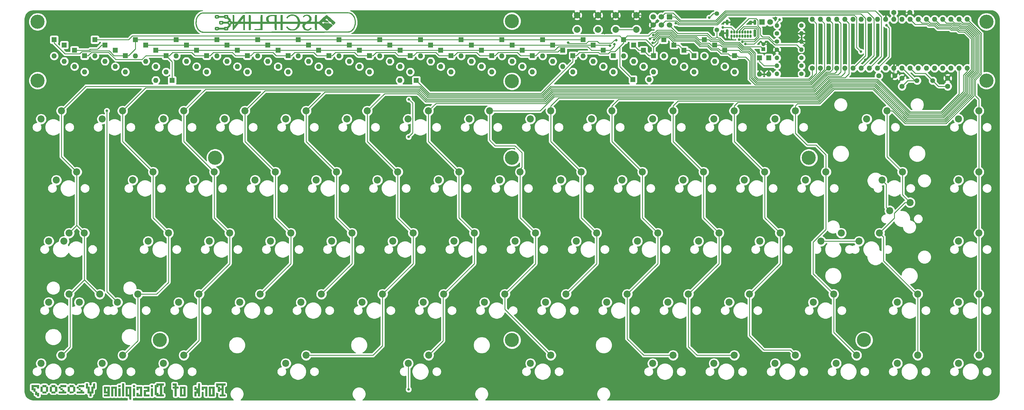
<source format=gbr>
G04 #@! TF.GenerationSoftware,KiCad,Pcbnew,(5.1.6-0-10_14)*
G04 #@! TF.CreationDate,2020-07-09T23:45:03+02:00*
G04 #@! TF.ProjectId,discipline-pcb,64697363-6970-46c6-996e-652d7063622e,rev?*
G04 #@! TF.SameCoordinates,Original*
G04 #@! TF.FileFunction,Copper,L2,Bot*
G04 #@! TF.FilePolarity,Positive*
%FSLAX46Y46*%
G04 Gerber Fmt 4.6, Leading zero omitted, Abs format (unit mm)*
G04 Created by KiCad (PCBNEW (5.1.6-0-10_14)) date 2020-07-09 23:45:03*
%MOMM*%
%LPD*%
G01*
G04 APERTURE LIST*
G04 #@! TA.AperFunction,EtchedComponent*
%ADD10C,0.010000*%
G04 #@! TD*
G04 #@! TA.AperFunction,ComponentPad*
%ADD11C,4.400000*%
G04 #@! TD*
G04 #@! TA.AperFunction,ComponentPad*
%ADD12C,2.200000*%
G04 #@! TD*
G04 #@! TA.AperFunction,ComponentPad*
%ADD13R,1.600000X1.600000*%
G04 #@! TD*
G04 #@! TA.AperFunction,ComponentPad*
%ADD14O,1.600000X1.600000*%
G04 #@! TD*
G04 #@! TA.AperFunction,ComponentPad*
%ADD15C,1.600000*%
G04 #@! TD*
G04 #@! TA.AperFunction,ComponentPad*
%ADD16R,1.200000X1.200000*%
G04 #@! TD*
G04 #@! TA.AperFunction,ComponentPad*
%ADD17C,1.200000*%
G04 #@! TD*
G04 #@! TA.AperFunction,ComponentPad*
%ADD18R,1.700000X1.700000*%
G04 #@! TD*
G04 #@! TA.AperFunction,ComponentPad*
%ADD19C,1.700000*%
G04 #@! TD*
G04 #@! TA.AperFunction,ComponentPad*
%ADD20C,1.500000*%
G04 #@! TD*
G04 #@! TA.AperFunction,ComponentPad*
%ADD21C,1.400000*%
G04 #@! TD*
G04 #@! TA.AperFunction,ComponentPad*
%ADD22O,1.400000X1.400000*%
G04 #@! TD*
G04 #@! TA.AperFunction,ComponentPad*
%ADD23C,1.800000*%
G04 #@! TD*
G04 #@! TA.AperFunction,ComponentPad*
%ADD24R,1.800000X1.800000*%
G04 #@! TD*
G04 #@! TA.AperFunction,ComponentPad*
%ADD25O,0.650000X1.000000*%
G04 #@! TD*
G04 #@! TA.AperFunction,ComponentPad*
%ADD26O,0.900000X2.400000*%
G04 #@! TD*
G04 #@! TA.AperFunction,ComponentPad*
%ADD27O,0.900000X1.700000*%
G04 #@! TD*
G04 #@! TA.AperFunction,ComponentPad*
%ADD28C,2.000000*%
G04 #@! TD*
G04 #@! TA.AperFunction,ViaPad*
%ADD29C,0.800000*%
G04 #@! TD*
G04 #@! TA.AperFunction,Conductor*
%ADD30C,0.250000*%
G04 #@! TD*
G04 #@! TA.AperFunction,Conductor*
%ADD31C,0.254000*%
G04 #@! TD*
G04 APERTURE END LIST*
D10*
G36*
X147760866Y-58940024D02*
G01*
X146879988Y-58940335D01*
X145936225Y-58940824D01*
X144927436Y-58941488D01*
X143851481Y-58942323D01*
X142706221Y-58943325D01*
X141489516Y-58944491D01*
X140199226Y-58945816D01*
X138833211Y-58947297D01*
X137389331Y-58948930D01*
X135865446Y-58950712D01*
X134259417Y-58952639D01*
X133963833Y-58952998D01*
X132609182Y-58954703D01*
X131270361Y-58956501D01*
X129950136Y-58958386D01*
X128651269Y-58960351D01*
X127376525Y-58962388D01*
X126128667Y-58964491D01*
X124910459Y-58966653D01*
X123724666Y-58968867D01*
X122574051Y-58971126D01*
X121461377Y-58973424D01*
X120389409Y-58975754D01*
X119360911Y-58978108D01*
X118378647Y-58980481D01*
X117445379Y-58982864D01*
X116563873Y-58985252D01*
X115736892Y-58987637D01*
X114967200Y-58990013D01*
X114257560Y-58992372D01*
X113610738Y-58994708D01*
X113029495Y-58997015D01*
X112516598Y-58999284D01*
X112074808Y-59001510D01*
X111706890Y-59003686D01*
X111415609Y-59005804D01*
X111203727Y-59007858D01*
X111082666Y-59009657D01*
X110683364Y-59018052D01*
X110359098Y-59025748D01*
X110100250Y-59033435D01*
X109897200Y-59041804D01*
X109740331Y-59051545D01*
X109620024Y-59063349D01*
X109526660Y-59077907D01*
X109450619Y-59095909D01*
X109382284Y-59118047D01*
X109337485Y-59134964D01*
X108982222Y-59317953D01*
X108654843Y-59574841D01*
X108361542Y-59897685D01*
X108108510Y-60278541D01*
X107901942Y-60709468D01*
X107751516Y-61168975D01*
X107674435Y-61581113D01*
X107641050Y-62032866D01*
X107651654Y-62491150D01*
X107706541Y-62922885D01*
X107734804Y-63055500D01*
X107880786Y-63524850D01*
X108082085Y-63954123D01*
X108332338Y-64335882D01*
X108625184Y-64662695D01*
X108954258Y-64927127D01*
X109313198Y-65121744D01*
X109581592Y-65213179D01*
X109596760Y-65217526D01*
X109609397Y-65221688D01*
X109621343Y-65225667D01*
X109634435Y-65229464D01*
X109650514Y-65233080D01*
X109671418Y-65236517D01*
X109698984Y-65239777D01*
X109735053Y-65242860D01*
X109781462Y-65245768D01*
X109840050Y-65248503D01*
X109912656Y-65251066D01*
X110001119Y-65253458D01*
X110107276Y-65255681D01*
X110232968Y-65257736D01*
X110380032Y-65259624D01*
X110550308Y-65261348D01*
X110745633Y-65262908D01*
X110967847Y-65264306D01*
X111218788Y-65265544D01*
X111500295Y-65266622D01*
X111814206Y-65267542D01*
X112162361Y-65268305D01*
X112546597Y-65268914D01*
X112968754Y-65269368D01*
X113430670Y-65269671D01*
X113934184Y-65269823D01*
X114481135Y-65269825D01*
X115073360Y-65269679D01*
X115712700Y-65269387D01*
X116400992Y-65268949D01*
X117140075Y-65268368D01*
X117931788Y-65267644D01*
X118777970Y-65266780D01*
X119680459Y-65265776D01*
X120641093Y-65264633D01*
X121661713Y-65263354D01*
X122744155Y-65261940D01*
X123890259Y-65260392D01*
X125101864Y-65258711D01*
X126380807Y-65256900D01*
X127728929Y-65254959D01*
X129148067Y-65252889D01*
X130640061Y-65250693D01*
X132206748Y-65248371D01*
X133849967Y-65245925D01*
X135571558Y-65243357D01*
X137373359Y-65240668D01*
X139257208Y-65237859D01*
X140081000Y-65236632D01*
X155469166Y-65213733D01*
X155716073Y-65120844D01*
X156131651Y-64920834D01*
X156499120Y-64654122D01*
X156815578Y-64325591D01*
X157078126Y-63940125D01*
X157283866Y-63502607D01*
X157429898Y-63017919D01*
X157513322Y-62490946D01*
X157533071Y-62060667D01*
X157525593Y-61891333D01*
X157254829Y-61891333D01*
X157245399Y-62428112D01*
X157164666Y-62935623D01*
X157015057Y-63407245D01*
X156799002Y-63836355D01*
X156518930Y-64216331D01*
X156331492Y-64408472D01*
X156121089Y-64588359D01*
X155926010Y-64716798D01*
X155714073Y-64812422D01*
X155530769Y-64872053D01*
X155507992Y-64877156D01*
X155474175Y-64882019D01*
X155427159Y-64886653D01*
X155364786Y-64891068D01*
X155284898Y-64895275D01*
X155185335Y-64899284D01*
X155063940Y-64903106D01*
X154918553Y-64906750D01*
X154747016Y-64910227D01*
X154547170Y-64913548D01*
X154316857Y-64916724D01*
X154053918Y-64919763D01*
X153756194Y-64922678D01*
X153421528Y-64925477D01*
X153047759Y-64928173D01*
X152632730Y-64930774D01*
X152174283Y-64933292D01*
X151670257Y-64935737D01*
X151118495Y-64938119D01*
X150516839Y-64940448D01*
X149863129Y-64942736D01*
X149155206Y-64944992D01*
X148390913Y-64947227D01*
X147568091Y-64949452D01*
X146684581Y-64951676D01*
X145738224Y-64953910D01*
X144726863Y-64956164D01*
X143648337Y-64958450D01*
X142500489Y-64960776D01*
X141281160Y-64963155D01*
X139988191Y-64965595D01*
X138619424Y-64968108D01*
X137172700Y-64970704D01*
X135645861Y-64973393D01*
X134036747Y-64976186D01*
X133857377Y-64976495D01*
X132147658Y-64979453D01*
X130520547Y-64982284D01*
X128973987Y-64984985D01*
X127505919Y-64987547D01*
X126114284Y-64989965D01*
X124797025Y-64992234D01*
X123552083Y-64994346D01*
X122377401Y-64996297D01*
X121270919Y-64998079D01*
X120230580Y-64999688D01*
X119254325Y-65001116D01*
X118340097Y-65002358D01*
X117485837Y-65003408D01*
X116689487Y-65004260D01*
X115948988Y-65004907D01*
X115262283Y-65005344D01*
X114627313Y-65005564D01*
X114042020Y-65005562D01*
X113504346Y-65005332D01*
X113012233Y-65004866D01*
X112563622Y-65004160D01*
X112156455Y-65003208D01*
X111788674Y-65002003D01*
X111458221Y-65000539D01*
X111163038Y-64998810D01*
X110901065Y-64996810D01*
X110670247Y-64994533D01*
X110468523Y-64991974D01*
X110293835Y-64989125D01*
X110144127Y-64985981D01*
X110017338Y-64982536D01*
X109911412Y-64978784D01*
X109824290Y-64974719D01*
X109753913Y-64970335D01*
X109698224Y-64965625D01*
X109655164Y-64960584D01*
X109622675Y-64955205D01*
X109598699Y-64949483D01*
X109581178Y-64943411D01*
X109568053Y-64936984D01*
X109557266Y-64930195D01*
X109546760Y-64923039D01*
X109534475Y-64915508D01*
X109518354Y-64907598D01*
X109511943Y-64904944D01*
X109139964Y-64712388D01*
X108807350Y-64446976D01*
X108518294Y-64112864D01*
X108276989Y-63714212D01*
X108244726Y-63648167D01*
X108110237Y-63336159D01*
X108017467Y-63044573D01*
X107958111Y-62740035D01*
X107923866Y-62389170D01*
X107921425Y-62348911D01*
X107927571Y-61802804D01*
X108008779Y-61279281D01*
X108162986Y-60787215D01*
X108388133Y-60335483D01*
X108389279Y-60333595D01*
X108576132Y-60076710D01*
X108812527Y-59827777D01*
X109073815Y-59609504D01*
X109335349Y-59444599D01*
X109376121Y-59424423D01*
X109664500Y-59287833D01*
X118237000Y-59261999D01*
X118989513Y-59259839D01*
X119820586Y-59257651D01*
X120724109Y-59255447D01*
X121693975Y-59253234D01*
X122724076Y-59251024D01*
X123808303Y-59248827D01*
X124940550Y-59246651D01*
X126114708Y-59244508D01*
X127324669Y-59242406D01*
X128564325Y-59240356D01*
X129827568Y-59238368D01*
X131108290Y-59236451D01*
X132400384Y-59234616D01*
X133697741Y-59232872D01*
X134994253Y-59231230D01*
X136283813Y-59229698D01*
X137560312Y-59228287D01*
X138817643Y-59227008D01*
X140049698Y-59225868D01*
X141118166Y-59224982D01*
X155426833Y-59213800D01*
X155664123Y-59304483D01*
X156038766Y-59492404D01*
X156371073Y-59753097D01*
X156659580Y-60085188D01*
X156883802Y-60450161D01*
X157051695Y-60822554D01*
X157165882Y-61200306D01*
X157233415Y-61610802D01*
X157254829Y-61891333D01*
X157525593Y-61891333D01*
X157512447Y-61593695D01*
X157446494Y-61174528D01*
X157329089Y-60775925D01*
X157154112Y-60370648D01*
X157152477Y-60367333D01*
X157036181Y-60147590D01*
X156918691Y-59966865D01*
X156777246Y-59793639D01*
X156613731Y-59621205D01*
X156360857Y-59385840D01*
X156123024Y-59212268D01*
X155877472Y-59086523D01*
X155601443Y-58994636D01*
X155586294Y-58990643D01*
X155561184Y-58985826D01*
X155522405Y-58981272D01*
X155467817Y-58976978D01*
X155395281Y-58972941D01*
X155302657Y-58969157D01*
X155187804Y-58965622D01*
X155048584Y-58962332D01*
X154882855Y-58959284D01*
X154688479Y-58956474D01*
X154463315Y-58953897D01*
X154205224Y-58951552D01*
X153912065Y-58949433D01*
X153581699Y-58947537D01*
X153211985Y-58945860D01*
X152800785Y-58944399D01*
X152345958Y-58943150D01*
X151845364Y-58942109D01*
X151296863Y-58941272D01*
X150698316Y-58940636D01*
X150047583Y-58940197D01*
X149342523Y-58939951D01*
X148580997Y-58939894D01*
X147760866Y-58940024D01*
G37*
X147760866Y-58940024D02*
X146879988Y-58940335D01*
X145936225Y-58940824D01*
X144927436Y-58941488D01*
X143851481Y-58942323D01*
X142706221Y-58943325D01*
X141489516Y-58944491D01*
X140199226Y-58945816D01*
X138833211Y-58947297D01*
X137389331Y-58948930D01*
X135865446Y-58950712D01*
X134259417Y-58952639D01*
X133963833Y-58952998D01*
X132609182Y-58954703D01*
X131270361Y-58956501D01*
X129950136Y-58958386D01*
X128651269Y-58960351D01*
X127376525Y-58962388D01*
X126128667Y-58964491D01*
X124910459Y-58966653D01*
X123724666Y-58968867D01*
X122574051Y-58971126D01*
X121461377Y-58973424D01*
X120389409Y-58975754D01*
X119360911Y-58978108D01*
X118378647Y-58980481D01*
X117445379Y-58982864D01*
X116563873Y-58985252D01*
X115736892Y-58987637D01*
X114967200Y-58990013D01*
X114257560Y-58992372D01*
X113610738Y-58994708D01*
X113029495Y-58997015D01*
X112516598Y-58999284D01*
X112074808Y-59001510D01*
X111706890Y-59003686D01*
X111415609Y-59005804D01*
X111203727Y-59007858D01*
X111082666Y-59009657D01*
X110683364Y-59018052D01*
X110359098Y-59025748D01*
X110100250Y-59033435D01*
X109897200Y-59041804D01*
X109740331Y-59051545D01*
X109620024Y-59063349D01*
X109526660Y-59077907D01*
X109450619Y-59095909D01*
X109382284Y-59118047D01*
X109337485Y-59134964D01*
X108982222Y-59317953D01*
X108654843Y-59574841D01*
X108361542Y-59897685D01*
X108108510Y-60278541D01*
X107901942Y-60709468D01*
X107751516Y-61168975D01*
X107674435Y-61581113D01*
X107641050Y-62032866D01*
X107651654Y-62491150D01*
X107706541Y-62922885D01*
X107734804Y-63055500D01*
X107880786Y-63524850D01*
X108082085Y-63954123D01*
X108332338Y-64335882D01*
X108625184Y-64662695D01*
X108954258Y-64927127D01*
X109313198Y-65121744D01*
X109581592Y-65213179D01*
X109596760Y-65217526D01*
X109609397Y-65221688D01*
X109621343Y-65225667D01*
X109634435Y-65229464D01*
X109650514Y-65233080D01*
X109671418Y-65236517D01*
X109698984Y-65239777D01*
X109735053Y-65242860D01*
X109781462Y-65245768D01*
X109840050Y-65248503D01*
X109912656Y-65251066D01*
X110001119Y-65253458D01*
X110107276Y-65255681D01*
X110232968Y-65257736D01*
X110380032Y-65259624D01*
X110550308Y-65261348D01*
X110745633Y-65262908D01*
X110967847Y-65264306D01*
X111218788Y-65265544D01*
X111500295Y-65266622D01*
X111814206Y-65267542D01*
X112162361Y-65268305D01*
X112546597Y-65268914D01*
X112968754Y-65269368D01*
X113430670Y-65269671D01*
X113934184Y-65269823D01*
X114481135Y-65269825D01*
X115073360Y-65269679D01*
X115712700Y-65269387D01*
X116400992Y-65268949D01*
X117140075Y-65268368D01*
X117931788Y-65267644D01*
X118777970Y-65266780D01*
X119680459Y-65265776D01*
X120641093Y-65264633D01*
X121661713Y-65263354D01*
X122744155Y-65261940D01*
X123890259Y-65260392D01*
X125101864Y-65258711D01*
X126380807Y-65256900D01*
X127728929Y-65254959D01*
X129148067Y-65252889D01*
X130640061Y-65250693D01*
X132206748Y-65248371D01*
X133849967Y-65245925D01*
X135571558Y-65243357D01*
X137373359Y-65240668D01*
X139257208Y-65237859D01*
X140081000Y-65236632D01*
X155469166Y-65213733D01*
X155716073Y-65120844D01*
X156131651Y-64920834D01*
X156499120Y-64654122D01*
X156815578Y-64325591D01*
X157078126Y-63940125D01*
X157283866Y-63502607D01*
X157429898Y-63017919D01*
X157513322Y-62490946D01*
X157533071Y-62060667D01*
X157525593Y-61891333D01*
X157254829Y-61891333D01*
X157245399Y-62428112D01*
X157164666Y-62935623D01*
X157015057Y-63407245D01*
X156799002Y-63836355D01*
X156518930Y-64216331D01*
X156331492Y-64408472D01*
X156121089Y-64588359D01*
X155926010Y-64716798D01*
X155714073Y-64812422D01*
X155530769Y-64872053D01*
X155507992Y-64877156D01*
X155474175Y-64882019D01*
X155427159Y-64886653D01*
X155364786Y-64891068D01*
X155284898Y-64895275D01*
X155185335Y-64899284D01*
X155063940Y-64903106D01*
X154918553Y-64906750D01*
X154747016Y-64910227D01*
X154547170Y-64913548D01*
X154316857Y-64916724D01*
X154053918Y-64919763D01*
X153756194Y-64922678D01*
X153421528Y-64925477D01*
X153047759Y-64928173D01*
X152632730Y-64930774D01*
X152174283Y-64933292D01*
X151670257Y-64935737D01*
X151118495Y-64938119D01*
X150516839Y-64940448D01*
X149863129Y-64942736D01*
X149155206Y-64944992D01*
X148390913Y-64947227D01*
X147568091Y-64949452D01*
X146684581Y-64951676D01*
X145738224Y-64953910D01*
X144726863Y-64956164D01*
X143648337Y-64958450D01*
X142500489Y-64960776D01*
X141281160Y-64963155D01*
X139988191Y-64965595D01*
X138619424Y-64968108D01*
X137172700Y-64970704D01*
X135645861Y-64973393D01*
X134036747Y-64976186D01*
X133857377Y-64976495D01*
X132147658Y-64979453D01*
X130520547Y-64982284D01*
X128973987Y-64984985D01*
X127505919Y-64987547D01*
X126114284Y-64989965D01*
X124797025Y-64992234D01*
X123552083Y-64994346D01*
X122377401Y-64996297D01*
X121270919Y-64998079D01*
X120230580Y-64999688D01*
X119254325Y-65001116D01*
X118340097Y-65002358D01*
X117485837Y-65003408D01*
X116689487Y-65004260D01*
X115948988Y-65004907D01*
X115262283Y-65005344D01*
X114627313Y-65005564D01*
X114042020Y-65005562D01*
X113504346Y-65005332D01*
X113012233Y-65004866D01*
X112563622Y-65004160D01*
X112156455Y-65003208D01*
X111788674Y-65002003D01*
X111458221Y-65000539D01*
X111163038Y-64998810D01*
X110901065Y-64996810D01*
X110670247Y-64994533D01*
X110468523Y-64991974D01*
X110293835Y-64989125D01*
X110144127Y-64985981D01*
X110017338Y-64982536D01*
X109911412Y-64978784D01*
X109824290Y-64974719D01*
X109753913Y-64970335D01*
X109698224Y-64965625D01*
X109655164Y-64960584D01*
X109622675Y-64955205D01*
X109598699Y-64949483D01*
X109581178Y-64943411D01*
X109568053Y-64936984D01*
X109557266Y-64930195D01*
X109546760Y-64923039D01*
X109534475Y-64915508D01*
X109518354Y-64907598D01*
X109511943Y-64904944D01*
X109139964Y-64712388D01*
X108807350Y-64446976D01*
X108518294Y-64112864D01*
X108276989Y-63714212D01*
X108244726Y-63648167D01*
X108110237Y-63336159D01*
X108017467Y-63044573D01*
X107958111Y-62740035D01*
X107923866Y-62389170D01*
X107921425Y-62348911D01*
X107927571Y-61802804D01*
X108008779Y-61279281D01*
X108162986Y-60787215D01*
X108388133Y-60335483D01*
X108389279Y-60333595D01*
X108576132Y-60076710D01*
X108812527Y-59827777D01*
X109073815Y-59609504D01*
X109335349Y-59444599D01*
X109376121Y-59424423D01*
X109664500Y-59287833D01*
X118237000Y-59261999D01*
X118989513Y-59259839D01*
X119820586Y-59257651D01*
X120724109Y-59255447D01*
X121693975Y-59253234D01*
X122724076Y-59251024D01*
X123808303Y-59248827D01*
X124940550Y-59246651D01*
X126114708Y-59244508D01*
X127324669Y-59242406D01*
X128564325Y-59240356D01*
X129827568Y-59238368D01*
X131108290Y-59236451D01*
X132400384Y-59234616D01*
X133697741Y-59232872D01*
X134994253Y-59231230D01*
X136283813Y-59229698D01*
X137560312Y-59228287D01*
X138817643Y-59227008D01*
X140049698Y-59225868D01*
X141118166Y-59224982D01*
X155426833Y-59213800D01*
X155664123Y-59304483D01*
X156038766Y-59492404D01*
X156371073Y-59753097D01*
X156659580Y-60085188D01*
X156883802Y-60450161D01*
X157051695Y-60822554D01*
X157165882Y-61200306D01*
X157233415Y-61610802D01*
X157254829Y-61891333D01*
X157525593Y-61891333D01*
X157512447Y-61593695D01*
X157446494Y-61174528D01*
X157329089Y-60775925D01*
X157154112Y-60370648D01*
X157152477Y-60367333D01*
X157036181Y-60147590D01*
X156918691Y-59966865D01*
X156777246Y-59793639D01*
X156613731Y-59621205D01*
X156360857Y-59385840D01*
X156123024Y-59212268D01*
X155877472Y-59086523D01*
X155601443Y-58994636D01*
X155586294Y-58990643D01*
X155561184Y-58985826D01*
X155522405Y-58981272D01*
X155467817Y-58976978D01*
X155395281Y-58972941D01*
X155302657Y-58969157D01*
X155187804Y-58965622D01*
X155048584Y-58962332D01*
X154882855Y-58959284D01*
X154688479Y-58956474D01*
X154463315Y-58953897D01*
X154205224Y-58951552D01*
X153912065Y-58949433D01*
X153581699Y-58947537D01*
X153211985Y-58945860D01*
X152800785Y-58944399D01*
X152345958Y-58943150D01*
X151845364Y-58942109D01*
X151296863Y-58941272D01*
X150698316Y-58940636D01*
X150047583Y-58940197D01*
X149342523Y-58939951D01*
X148580997Y-58939894D01*
X147760866Y-58940024D01*
G36*
X137546362Y-59640160D02*
G01*
X137176113Y-59690768D01*
X136942011Y-59755730D01*
X136703944Y-59864901D01*
X136469046Y-60016842D01*
X136258090Y-60194532D01*
X136091847Y-60380951D01*
X136005996Y-60522746D01*
X135979696Y-60608343D01*
X136009560Y-60670573D01*
X136054962Y-60710973D01*
X136179554Y-60782194D01*
X136279425Y-60772715D01*
X136356608Y-60682160D01*
X136370009Y-60653083D01*
X136497374Y-60454275D01*
X136706086Y-60267709D01*
X136993398Y-60095774D01*
X137033000Y-60076251D01*
X137185407Y-60005222D01*
X137305461Y-59960381D01*
X137421976Y-59935792D01*
X137563765Y-59925522D01*
X137759643Y-59923634D01*
X137773833Y-59923658D01*
X137992153Y-59927850D01*
X138151580Y-59941985D01*
X138277670Y-59969905D01*
X138395976Y-60015450D01*
X138401615Y-60018017D01*
X138712342Y-60205673D01*
X138980817Y-60460807D01*
X139200741Y-60774244D01*
X139365815Y-61136806D01*
X139469740Y-61539320D01*
X139476999Y-61584519D01*
X139517029Y-61849000D01*
X134706172Y-61849000D01*
X134694836Y-60822417D01*
X134683500Y-59795833D01*
X134451952Y-59782715D01*
X134304653Y-59781132D01*
X134216661Y-59800723D01*
X134166202Y-59843723D01*
X134147233Y-59894130D01*
X134132800Y-59992180D01*
X134122490Y-60145819D01*
X134115887Y-60362989D01*
X134112580Y-60651634D01*
X134112000Y-60883424D01*
X134112000Y-61849000D01*
X132843505Y-61849000D01*
X132291666Y-61849000D01*
X130690195Y-61849000D01*
X130520212Y-61655889D01*
X130366661Y-61424913D01*
X130290249Y-61178723D01*
X130287872Y-60929125D01*
X130356431Y-60687924D01*
X130492822Y-60466924D01*
X130693944Y-60277930D01*
X130915833Y-60150211D01*
X131018428Y-60109372D01*
X131123450Y-60081841D01*
X131251221Y-60064983D01*
X131422064Y-60056167D01*
X131656302Y-60052759D01*
X131668559Y-60052691D01*
X131901461Y-60053298D01*
X132063097Y-60058929D01*
X132166789Y-60070973D01*
X132225859Y-60090820D01*
X132249994Y-60113333D01*
X132262470Y-60173782D01*
X132273447Y-60304819D01*
X132282283Y-60492366D01*
X132288336Y-60722349D01*
X132290964Y-60980693D01*
X132291018Y-61012917D01*
X132291666Y-61849000D01*
X132843505Y-61849000D01*
X132832169Y-60822417D01*
X132820833Y-59795833D01*
X131986308Y-59784360D01*
X131634793Y-59782088D01*
X131354464Y-59786438D01*
X131132057Y-59798008D01*
X130954305Y-59817400D01*
X130850579Y-59835690D01*
X130468875Y-59943828D01*
X130160511Y-60093976D01*
X129925103Y-60286518D01*
X129762263Y-60521837D01*
X129671606Y-60800316D01*
X129650818Y-61027137D01*
X129655994Y-61213493D01*
X129682444Y-61359947D01*
X129740085Y-61510498D01*
X129777228Y-61588054D01*
X129906564Y-61849000D01*
X128440838Y-61849000D01*
X128429502Y-60822417D01*
X128418166Y-59795833D01*
X127910166Y-59795833D01*
X127898831Y-60822417D01*
X127887495Y-61849000D01*
X124798666Y-61849000D01*
X124798666Y-60862633D01*
X124797189Y-60513617D01*
X124792556Y-60243049D01*
X124784464Y-60044759D01*
X124772611Y-59912577D01*
X124756695Y-59840332D01*
X124747866Y-59825466D01*
X124669728Y-59791939D01*
X124544765Y-59776951D01*
X124408764Y-59780503D01*
X124297514Y-59802595D01*
X124256800Y-59825466D01*
X124238901Y-59872051D01*
X124225205Y-59975716D01*
X124215409Y-60142631D01*
X124209212Y-60378968D01*
X124206311Y-60690896D01*
X124206000Y-60862633D01*
X124206000Y-61849000D01*
X122937505Y-61849000D01*
X122931195Y-61277500D01*
X122512666Y-61277500D01*
X122512666Y-61849000D01*
X122023335Y-61849000D01*
X121807097Y-61847004D01*
X121665083Y-61840218D01*
X121586929Y-61827442D01*
X121562268Y-61807479D01*
X121565709Y-61796083D01*
X121617531Y-61721587D01*
X121707128Y-61604615D01*
X121823504Y-61458394D01*
X121955659Y-61296152D01*
X122092596Y-61131119D01*
X122223317Y-60976521D01*
X122336823Y-60845587D01*
X122422117Y-60751545D01*
X122468201Y-60707623D01*
X122472019Y-60706000D01*
X122488199Y-60746365D01*
X122500917Y-60859668D01*
X122509344Y-61034223D01*
X122512648Y-61258341D01*
X122512666Y-61277500D01*
X122931195Y-61277500D01*
X122926169Y-60822417D01*
X122914833Y-59795833D01*
X122727729Y-59782465D01*
X122589056Y-59779293D01*
X122472024Y-59787736D01*
X122447538Y-59792459D01*
X122394299Y-59832239D01*
X122294425Y-59933672D01*
X122152779Y-60091211D01*
X121974227Y-60299305D01*
X121763631Y-60552406D01*
X121535960Y-60832411D01*
X120717470Y-61849000D01*
X119634000Y-61849000D01*
X119633422Y-60907083D01*
X119632136Y-60627797D01*
X119628858Y-60372689D01*
X119623935Y-60155447D01*
X119617710Y-59989760D01*
X119610527Y-59889318D01*
X119607318Y-59869917D01*
X119573911Y-59805806D01*
X119502454Y-59778767D01*
X119417396Y-59774667D01*
X119253000Y-59774667D01*
X119253000Y-61849000D01*
X119067369Y-61849000D01*
X118937665Y-61838838D01*
X118858186Y-61799274D01*
X118812833Y-61743839D01*
X118726415Y-61656764D01*
X118638631Y-61612249D01*
X118579309Y-61590068D01*
X118547744Y-61546760D01*
X118535308Y-61459903D01*
X118533333Y-61338556D01*
X118530830Y-61228982D01*
X118516770Y-61141721D01*
X118481324Y-61063178D01*
X118414666Y-60979756D01*
X118306966Y-60877861D01*
X118148399Y-60743897D01*
X118037972Y-60653281D01*
X117919757Y-60552499D01*
X117853537Y-60476859D01*
X117824060Y-60400060D01*
X117816075Y-60295798D01*
X117815722Y-60269981D01*
X117798799Y-60113333D01*
X117390333Y-60113333D01*
X117390333Y-60494333D01*
X116924666Y-60494333D01*
X116924666Y-60113333D01*
X114511666Y-60113333D01*
X114511666Y-60494333D01*
X114046000Y-60494333D01*
X114046000Y-60113333D01*
X114511666Y-60113333D01*
X116924666Y-60113333D01*
X117390333Y-60113333D01*
X117798799Y-60113333D01*
X117792938Y-60059081D01*
X117724098Y-59906467D01*
X117601123Y-59805538D01*
X117415930Y-59749695D01*
X117160438Y-59732335D01*
X117157500Y-59732333D01*
X116907025Y-59748109D01*
X116726264Y-59797690D01*
X116605923Y-59884453D01*
X116562460Y-59948589D01*
X116499159Y-60071000D01*
X114919999Y-60071000D01*
X114805139Y-59933417D01*
X114749347Y-59869756D01*
X114697304Y-59829573D01*
X114628664Y-59807465D01*
X114523082Y-59798031D01*
X114360213Y-59795871D01*
X114286884Y-59795833D01*
X114095173Y-59797675D01*
X113967425Y-59805960D01*
X113882964Y-59824827D01*
X113821117Y-59858414D01*
X113774244Y-59898462D01*
X113717004Y-59960901D01*
X113684094Y-60030300D01*
X113668954Y-60131551D01*
X113665029Y-60289545D01*
X113665000Y-60313137D01*
X113668367Y-60481257D01*
X113682645Y-60589918D01*
X113714099Y-60664198D01*
X113768909Y-60729091D01*
X113827861Y-60780154D01*
X113893977Y-60811141D01*
X113989357Y-60826964D01*
X114136100Y-60832529D01*
X114236678Y-60833000D01*
X114503202Y-60819811D01*
X114694737Y-60778988D01*
X114816952Y-60708643D01*
X114871352Y-60621797D01*
X114884718Y-60592133D01*
X114910985Y-60570294D01*
X114961765Y-60555085D01*
X115048667Y-60545314D01*
X115183300Y-60539785D01*
X115377273Y-60537303D01*
X115642197Y-60536675D01*
X115698765Y-60536667D01*
X116499159Y-60536667D01*
X116562460Y-60659077D01*
X116649783Y-60764656D01*
X116789139Y-60833268D01*
X116990988Y-60868614D01*
X117174400Y-60875543D01*
X117322467Y-60878654D01*
X117426719Y-60895559D01*
X117518262Y-60938026D01*
X117628200Y-61017819D01*
X117697250Y-61073331D01*
X117825144Y-61181943D01*
X117898594Y-61261992D01*
X117932001Y-61334205D01*
X117939764Y-61419305D01*
X117939750Y-61422371D01*
X117926345Y-61533370D01*
X117871481Y-61599865D01*
X117802167Y-61637333D01*
X117696626Y-61707290D01*
X117626198Y-61790783D01*
X117623711Y-61796083D01*
X117604873Y-61831923D01*
X117576123Y-61857418D01*
X117524359Y-61874329D01*
X117436481Y-61884415D01*
X117299385Y-61889437D01*
X117099972Y-61891155D01*
X116914628Y-61891333D01*
X116628764Y-61888548D01*
X116420832Y-61880289D01*
X116292995Y-61866700D01*
X116247415Y-61847925D01*
X116247333Y-61846978D01*
X116218793Y-61791031D01*
X116148751Y-61711580D01*
X116135318Y-61698812D01*
X116076845Y-61650829D01*
X116013298Y-61620403D01*
X115924489Y-61603587D01*
X115790230Y-61596436D01*
X115604227Y-61595000D01*
X115409368Y-61596572D01*
X115279350Y-61603910D01*
X115194365Y-61620951D01*
X115134608Y-61651629D01*
X115081242Y-61698909D01*
X115028747Y-61760084D01*
X114997561Y-61829177D01*
X114982285Y-61929388D01*
X114977520Y-62083917D01*
X114977333Y-62145430D01*
X114979599Y-62319204D01*
X114990255Y-62431412D01*
X115015085Y-62505113D01*
X115059878Y-62563367D01*
X115089348Y-62591855D01*
X115148484Y-62640261D01*
X115212862Y-62670775D01*
X115302980Y-62687466D01*
X115439335Y-62694401D01*
X115612333Y-62695667D01*
X115805847Y-62693922D01*
X115935219Y-62685977D01*
X116020947Y-62667763D01*
X116083529Y-62635209D01*
X116135318Y-62591855D01*
X116209813Y-62511514D01*
X116246526Y-62449754D01*
X116247333Y-62443688D01*
X116289247Y-62424755D01*
X116413605Y-62410963D01*
X116618333Y-62402447D01*
X116901357Y-62399344D01*
X116921814Y-62399333D01*
X117175934Y-62400049D01*
X117357988Y-62403140D01*
X117480572Y-62410019D01*
X117556283Y-62422099D01*
X117597714Y-62440795D01*
X117617463Y-62467518D01*
X117621203Y-62477812D01*
X117673005Y-62548014D01*
X117769390Y-62621835D01*
X117793389Y-62635606D01*
X117892001Y-62700837D01*
X117933358Y-62775594D01*
X117940666Y-62869756D01*
X117933859Y-62953608D01*
X117904275Y-63024326D01*
X117838174Y-63101211D01*
X117721816Y-63203562D01*
X117676262Y-63241129D01*
X117411857Y-63457667D01*
X117073012Y-63459013D01*
X116870771Y-63465909D01*
X116733046Y-63489671D01*
X116640209Y-63537781D01*
X116572629Y-63617724D01*
X116549092Y-63658750D01*
X116528807Y-63691905D01*
X116500431Y-63716309D01*
X116451991Y-63733302D01*
X116371514Y-63744224D01*
X116247029Y-63750416D01*
X116066563Y-63753219D01*
X115818143Y-63753972D01*
X115698363Y-63754000D01*
X115419403Y-63753579D01*
X115213497Y-63751521D01*
X115069031Y-63746629D01*
X114974392Y-63737709D01*
X114917969Y-63723565D01*
X114888149Y-63703001D01*
X114873320Y-63674822D01*
X114871352Y-63668869D01*
X114794829Y-63564542D01*
X114642382Y-63495495D01*
X114413508Y-63461547D01*
X114278833Y-63457666D01*
X114019722Y-63474457D01*
X113831248Y-63524065D01*
X113716916Y-63605340D01*
X113691297Y-63650063D01*
X113677999Y-63725471D01*
X113668543Y-63856882D01*
X113665000Y-64013484D01*
X113668409Y-64174857D01*
X113683540Y-64277858D01*
X113717749Y-64348665D01*
X113777015Y-64412188D01*
X113841496Y-64463909D01*
X113912734Y-64494996D01*
X114013756Y-64510559D01*
X114167591Y-64515710D01*
X114244784Y-64516000D01*
X114510907Y-64502116D01*
X114701788Y-64459358D01*
X114822358Y-64386061D01*
X114871352Y-64304797D01*
X114884798Y-64274980D01*
X114911228Y-64253081D01*
X114962325Y-64237887D01*
X115049772Y-64228187D01*
X115185252Y-64222768D01*
X115380450Y-64220418D01*
X115647048Y-64219925D01*
X115689269Y-64219934D01*
X116480166Y-64220202D01*
X116552501Y-64347317D01*
X116627879Y-64444880D01*
X116732260Y-64508885D01*
X116880786Y-64543851D01*
X117088599Y-64554301D01*
X117235277Y-64551174D01*
X117417351Y-64542479D01*
X117536189Y-64528948D01*
X117613213Y-64504609D01*
X117669846Y-64463488D01*
X117711527Y-64418389D01*
X117777654Y-64318560D01*
X117808002Y-64198795D01*
X117813666Y-64073153D01*
X117813666Y-63846693D01*
X117873342Y-63796333D01*
X117390333Y-63796333D01*
X117390333Y-64177333D01*
X116924666Y-64177333D01*
X116924666Y-63796333D01*
X114511666Y-63796333D01*
X114511666Y-64177333D01*
X114046000Y-64177333D01*
X114046000Y-63796333D01*
X114511666Y-63796333D01*
X116924666Y-63796333D01*
X117390333Y-63796333D01*
X117873342Y-63796333D01*
X118149389Y-63563382D01*
X118292108Y-63439021D01*
X118409720Y-63329189D01*
X118487146Y-63248392D01*
X118509222Y-63217240D01*
X118522956Y-63140842D01*
X118531688Y-63014220D01*
X118533333Y-62927890D01*
X118539035Y-62789580D01*
X118560679Y-62713774D01*
X118605077Y-62678804D01*
X118612417Y-62676272D01*
X118701876Y-62625762D01*
X118767145Y-62567586D01*
X118852190Y-62509466D01*
X118983554Y-62485646D01*
X119047894Y-62484000D01*
X119253000Y-62484000D01*
X119253000Y-63497501D01*
X119254660Y-63813550D01*
X119259410Y-64083341D01*
X119266906Y-64298088D01*
X119276805Y-64449007D01*
X119288763Y-64527311D01*
X119293643Y-64536122D01*
X119329033Y-64510518D01*
X119410177Y-64426116D01*
X119530439Y-64290627D01*
X119683183Y-64111763D01*
X119861771Y-63897236D01*
X120059567Y-63654758D01*
X120165857Y-63522620D01*
X120975914Y-62510869D01*
X120145824Y-62510869D01*
X120129296Y-62562594D01*
X120064425Y-62654968D01*
X119950589Y-62799551D01*
X119890505Y-62875479D01*
X119794331Y-62989226D01*
X119715812Y-63067023D01*
X119670500Y-63093660D01*
X119668255Y-63092841D01*
X119651187Y-63042956D01*
X119638914Y-62932049D01*
X119634007Y-62783736D01*
X119634000Y-62777835D01*
X119634000Y-62484000D01*
X119911567Y-62484000D01*
X120036338Y-62483132D01*
X120114631Y-62488235D01*
X120145824Y-62510869D01*
X120975914Y-62510869D01*
X120997427Y-62484000D01*
X122511106Y-62484000D01*
X122522470Y-63468250D01*
X122533833Y-64452500D01*
X122914833Y-64452500D01*
X122926197Y-63468250D01*
X122937560Y-62484000D01*
X124204439Y-62484000D01*
X124215803Y-63468250D01*
X124227166Y-64452500D01*
X124477240Y-64465394D01*
X124647398Y-64464979D01*
X124742388Y-64441437D01*
X124762341Y-64423061D01*
X124772554Y-64366155D01*
X124781653Y-64237557D01*
X124789173Y-64050238D01*
X124794651Y-63817171D01*
X124797623Y-63551328D01*
X124798018Y-63425917D01*
X124798666Y-62484000D01*
X127890828Y-62484000D01*
X127879331Y-63298917D01*
X127867833Y-64113833D01*
X126962217Y-64135000D01*
X126659461Y-64142722D01*
X126430462Y-64150571D01*
X126264316Y-64159637D01*
X126150117Y-64171010D01*
X126076962Y-64185781D01*
X126033947Y-64205042D01*
X126010167Y-64229881D01*
X126009934Y-64230250D01*
X125985916Y-64321313D01*
X126009997Y-64378416D01*
X126029783Y-64400302D01*
X126064641Y-64417429D01*
X126124105Y-64430373D01*
X126217707Y-64439708D01*
X126354980Y-64446010D01*
X126545456Y-64449854D01*
X126798668Y-64451817D01*
X127124150Y-64452472D01*
X127237447Y-64452500D01*
X128418166Y-64452500D01*
X128440894Y-62484000D01*
X132290106Y-62484000D01*
X132301470Y-63468250D01*
X132312833Y-64452500D01*
X132820833Y-64452500D01*
X132832197Y-63468250D01*
X132843560Y-62484000D01*
X134112000Y-62484000D01*
X134112000Y-63407242D01*
X134113476Y-63740030D01*
X134118194Y-63996203D01*
X134126588Y-64183765D01*
X134139095Y-64310723D01*
X134156148Y-64385080D01*
X134166202Y-64404610D01*
X134219854Y-64449096D01*
X134310128Y-64467565D01*
X134451952Y-64465618D01*
X134683500Y-64452500D01*
X134694863Y-63468250D01*
X134706227Y-62484000D01*
X139488333Y-62484000D01*
X139488333Y-62571786D01*
X139469664Y-62693219D01*
X139419861Y-62864729D01*
X139348232Y-63062010D01*
X139264083Y-63260755D01*
X139176721Y-63436657D01*
X139122328Y-63527672D01*
X138876770Y-63826468D01*
X138582200Y-64060717D01*
X138435762Y-64142997D01*
X138334313Y-64187662D01*
X138231319Y-64216426D01*
X138104246Y-64232610D01*
X137930564Y-64239532D01*
X137772943Y-64240643D01*
X137562538Y-64239149D01*
X137412158Y-64231463D01*
X137297177Y-64213086D01*
X137192968Y-64179518D01*
X137074908Y-64126260D01*
X137032110Y-64105277D01*
X136745162Y-63931174D01*
X136514453Y-63724067D01*
X136353890Y-63496488D01*
X136351629Y-63492086D01*
X136268526Y-63372550D01*
X136175879Y-63334172D01*
X136061851Y-63373478D01*
X136026419Y-63396567D01*
X135949409Y-63474702D01*
X135932145Y-63566554D01*
X135977577Y-63680824D01*
X136088651Y-63826212D01*
X136218083Y-63962175D01*
X136445205Y-64167498D01*
X136664160Y-64315250D01*
X136905568Y-64423116D01*
X137137144Y-64493019D01*
X137356410Y-64532249D01*
X137621737Y-64553421D01*
X137903874Y-64556586D01*
X138173570Y-64541790D01*
X138401572Y-64509084D01*
X138475233Y-64490795D01*
X138861291Y-64336434D01*
X139216268Y-64114607D01*
X139529938Y-63836321D01*
X139792069Y-63512586D01*
X139992434Y-63154409D01*
X140120802Y-62772798D01*
X140135087Y-62704508D01*
X140185038Y-62441667D01*
X140662186Y-62441667D01*
X140851793Y-62442678D01*
X141005704Y-62445425D01*
X141107038Y-62449476D01*
X141139333Y-62453882D01*
X141121963Y-62495444D01*
X141078328Y-62585344D01*
X141057220Y-62627158D01*
X140966538Y-62893399D01*
X140943825Y-63184712D01*
X140984572Y-63482404D01*
X141084270Y-63767782D01*
X141238409Y-64022153D01*
X141442480Y-64226825D01*
X141443255Y-64227416D01*
X141757887Y-64420291D01*
X142099012Y-64536309D01*
X142203137Y-64556266D01*
X142349179Y-64578236D01*
X142462774Y-64592165D01*
X142515166Y-64595065D01*
X142578777Y-64586459D01*
X142694745Y-64569926D01*
X142775059Y-64558247D01*
X143036560Y-64485780D01*
X143295022Y-64354566D01*
X143516345Y-64183338D01*
X143579793Y-64116174D01*
X143682012Y-63968249D01*
X143706660Y-63853394D01*
X143653749Y-63770781D01*
X143585570Y-63736619D01*
X143516387Y-63720369D01*
X143456943Y-63736514D01*
X143385324Y-63796917D01*
X143298315Y-63892140D01*
X143153011Y-64028772D01*
X142978697Y-64153959D01*
X142893133Y-64201838D01*
X142739547Y-64268708D01*
X142615248Y-64296715D01*
X142479101Y-64293998D01*
X142445801Y-64290363D01*
X142167674Y-64217918D01*
X141933092Y-64076269D01*
X141750879Y-63873429D01*
X141629859Y-63617415D01*
X141605930Y-63527526D01*
X141580877Y-63248725D01*
X141633262Y-62997285D01*
X141761276Y-62779527D01*
X141844637Y-62692794D01*
X141920531Y-62624321D01*
X141987259Y-62569573D01*
X142054975Y-62527016D01*
X142133834Y-62495116D01*
X142233990Y-62472340D01*
X142365599Y-62457155D01*
X142538815Y-62448028D01*
X142763793Y-62443425D01*
X143050688Y-62441812D01*
X143409654Y-62441657D01*
X143507744Y-62441667D01*
X144820801Y-62441667D01*
X144832150Y-63447083D01*
X144843500Y-64452500D01*
X145093573Y-64465394D01*
X145263731Y-64464979D01*
X145358722Y-64441437D01*
X145378675Y-64423061D01*
X145388778Y-64366315D01*
X145397798Y-64237712D01*
X145405285Y-64050059D01*
X145410790Y-63816165D01*
X145413864Y-63548837D01*
X145414352Y-63404750D01*
X145415000Y-62441667D01*
X145715132Y-62441667D01*
X145873716Y-62443884D01*
X145979917Y-62458767D01*
X146065883Y-62498663D01*
X146163764Y-62575920D01*
X146238705Y-62642750D01*
X146665026Y-63026368D01*
X147033139Y-63357070D01*
X147347833Y-63638508D01*
X147613896Y-63874334D01*
X147836115Y-64068199D01*
X148019280Y-64223755D01*
X148168179Y-64344653D01*
X148287600Y-64434546D01*
X148382332Y-64497085D01*
X148457163Y-64535922D01*
X148516881Y-64554708D01*
X148566274Y-64557096D01*
X148610132Y-64546738D01*
X148653242Y-64527284D01*
X148686648Y-64509620D01*
X148746865Y-64466616D01*
X148855200Y-64378518D01*
X149001370Y-64254534D01*
X149175090Y-64103874D01*
X149366077Y-63935748D01*
X149564048Y-63759364D01*
X149758720Y-63583932D01*
X149939808Y-63418662D01*
X150097030Y-63272762D01*
X150220102Y-63155443D01*
X150298740Y-63075913D01*
X150323019Y-63044164D01*
X150291756Y-63004667D01*
X150210202Y-62924754D01*
X150092955Y-62818392D01*
X150026221Y-62760268D01*
X149877602Y-62636808D01*
X149771274Y-62562117D01*
X149688780Y-62525991D01*
X149611664Y-62518224D01*
X149590811Y-62519540D01*
X149458821Y-62505953D01*
X149330660Y-62431220D01*
X149311089Y-62415200D01*
X149257687Y-62372366D01*
X149205399Y-62341190D01*
X149139879Y-62319384D01*
X149046784Y-62304662D01*
X148911768Y-62294734D01*
X148720488Y-62287314D01*
X148465132Y-62280284D01*
X147757638Y-62261876D01*
X147646577Y-62372938D01*
X147499203Y-62468444D01*
X147337726Y-62488825D01*
X147183184Y-62434807D01*
X147090930Y-62353752D01*
X147002295Y-62204180D01*
X146996529Y-62068966D01*
X147072353Y-61953105D01*
X147104627Y-61933667D01*
X118491000Y-61933667D01*
X118491000Y-62357000D01*
X117983000Y-62357000D01*
X117983000Y-61933667D01*
X115866333Y-61933667D01*
X115866333Y-62357000D01*
X115358333Y-62357000D01*
X115358333Y-61933667D01*
X115866333Y-61933667D01*
X117983000Y-61933667D01*
X118491000Y-61933667D01*
X147104627Y-61933667D01*
X147215549Y-61866861D01*
X147391835Y-61835706D01*
X147563374Y-61886327D01*
X147658699Y-61954863D01*
X147709209Y-61978206D01*
X147808794Y-61996243D01*
X147966626Y-62009795D01*
X148191873Y-62019685D01*
X148452582Y-62026000D01*
X148690253Y-62029237D01*
X148895197Y-62029820D01*
X149053856Y-62027889D01*
X149152669Y-62023589D01*
X149179523Y-62018333D01*
X149148381Y-61982616D01*
X149068285Y-61905954D01*
X148954400Y-61802692D01*
X148910975Y-61764333D01*
X148763548Y-61641591D01*
X148652994Y-61568924D01*
X148558350Y-61534572D01*
X148487849Y-61526949D01*
X148320570Y-61492584D01*
X148191266Y-61410991D01*
X148108585Y-61298558D01*
X148081172Y-61171671D01*
X148117674Y-61046720D01*
X148191276Y-60964855D01*
X148353544Y-60884393D01*
X148522025Y-60884815D01*
X148681724Y-60965038D01*
X148724578Y-61003399D01*
X148811044Y-61109800D01*
X148833038Y-61199836D01*
X148828265Y-61228597D01*
X148827080Y-61285413D01*
X148859293Y-61350272D01*
X148935304Y-61437106D01*
X149065514Y-61559846D01*
X149096110Y-61587365D01*
X149245180Y-61716044D01*
X149353911Y-61795154D01*
X149441108Y-61835711D01*
X149525578Y-61848730D01*
X149542757Y-61849000D01*
X149684868Y-61879582D01*
X149811960Y-61958361D01*
X149902964Y-62065881D01*
X149936814Y-62182689D01*
X149934025Y-62210298D01*
X149934546Y-62268457D01*
X149965804Y-62333070D01*
X150038223Y-62417813D01*
X150162230Y-62536360D01*
X150227641Y-62595438D01*
X150541229Y-62876098D01*
X150655698Y-62776270D01*
X150865587Y-62587237D01*
X151011923Y-62437765D01*
X151099677Y-62317689D01*
X151133821Y-62216844D01*
X151119327Y-62125065D01*
X151061166Y-62032186D01*
X151034750Y-62001250D01*
X150959653Y-61924889D01*
X150834365Y-61806195D01*
X150667522Y-61652732D01*
X150467763Y-61472064D01*
X150243727Y-61271757D01*
X150004051Y-61059373D01*
X149757374Y-60842477D01*
X149512333Y-60628634D01*
X149277567Y-60425408D01*
X149061714Y-60240363D01*
X148873411Y-60081063D01*
X148721298Y-59955072D01*
X148614011Y-59869956D01*
X148560190Y-59833278D01*
X148558250Y-59832608D01*
X148440126Y-59823328D01*
X148358329Y-59834092D01*
X148303095Y-59867771D01*
X148193141Y-59951698D01*
X148036424Y-60079195D01*
X147840899Y-60243589D01*
X147614523Y-60438202D01*
X147365251Y-60656358D01*
X147142021Y-60854681D01*
X146030385Y-61849000D01*
X145415000Y-61849000D01*
X145415000Y-60883424D01*
X145413627Y-60543619D01*
X145409230Y-60280497D01*
X145401398Y-60086113D01*
X145389714Y-59952524D01*
X145373765Y-59871785D01*
X145360798Y-59843723D01*
X145307146Y-59799237D01*
X145216872Y-59780768D01*
X145075048Y-59782715D01*
X144843500Y-59795833D01*
X144832164Y-60822417D01*
X144820828Y-61849000D01*
X143375474Y-61849000D01*
X143486637Y-61716889D01*
X143625895Y-61505585D01*
X143703444Y-61267108D01*
X143726658Y-60996360D01*
X143688095Y-60679814D01*
X143574875Y-60393532D01*
X143393819Y-60144771D01*
X143151750Y-59940787D01*
X142855492Y-59788836D01*
X142511866Y-59696176D01*
X142502827Y-59694698D01*
X142145764Y-59675175D01*
X141815586Y-59734826D01*
X141515874Y-59872551D01*
X141261974Y-60075359D01*
X141149384Y-60208123D01*
X141112389Y-60308997D01*
X141150588Y-60383415D01*
X141236028Y-60427910D01*
X141305476Y-60444773D01*
X141365276Y-60430368D01*
X141437250Y-60373241D01*
X141534828Y-60271095D01*
X141659064Y-60152660D01*
X141790016Y-60053621D01*
X141871102Y-60008559D01*
X142108979Y-59950267D01*
X142361837Y-59957639D01*
X142603337Y-60026268D01*
X142807142Y-60151748D01*
X142825528Y-60168270D01*
X142964670Y-60348614D01*
X143061900Y-60575898D01*
X143108494Y-60819803D01*
X143095726Y-61050009D01*
X143088229Y-61081196D01*
X143019182Y-61254232D01*
X142905641Y-61402315D01*
X142734701Y-61538251D01*
X142493453Y-61674850D01*
X142486417Y-61678380D01*
X142145529Y-61849000D01*
X140216499Y-61849000D01*
X140146256Y-61533272D01*
X140012875Y-61115136D01*
X139810316Y-60729696D01*
X139547237Y-60387159D01*
X139232295Y-60097733D01*
X138874148Y-59871628D01*
X138655618Y-59775603D01*
X138315405Y-59682918D01*
X137935890Y-59637657D01*
X137546362Y-59640160D01*
G37*
X137546362Y-59640160D02*
X137176113Y-59690768D01*
X136942011Y-59755730D01*
X136703944Y-59864901D01*
X136469046Y-60016842D01*
X136258090Y-60194532D01*
X136091847Y-60380951D01*
X136005996Y-60522746D01*
X135979696Y-60608343D01*
X136009560Y-60670573D01*
X136054962Y-60710973D01*
X136179554Y-60782194D01*
X136279425Y-60772715D01*
X136356608Y-60682160D01*
X136370009Y-60653083D01*
X136497374Y-60454275D01*
X136706086Y-60267709D01*
X136993398Y-60095774D01*
X137033000Y-60076251D01*
X137185407Y-60005222D01*
X137305461Y-59960381D01*
X137421976Y-59935792D01*
X137563765Y-59925522D01*
X137759643Y-59923634D01*
X137773833Y-59923658D01*
X137992153Y-59927850D01*
X138151580Y-59941985D01*
X138277670Y-59969905D01*
X138395976Y-60015450D01*
X138401615Y-60018017D01*
X138712342Y-60205673D01*
X138980817Y-60460807D01*
X139200741Y-60774244D01*
X139365815Y-61136806D01*
X139469740Y-61539320D01*
X139476999Y-61584519D01*
X139517029Y-61849000D01*
X134706172Y-61849000D01*
X134694836Y-60822417D01*
X134683500Y-59795833D01*
X134451952Y-59782715D01*
X134304653Y-59781132D01*
X134216661Y-59800723D01*
X134166202Y-59843723D01*
X134147233Y-59894130D01*
X134132800Y-59992180D01*
X134122490Y-60145819D01*
X134115887Y-60362989D01*
X134112580Y-60651634D01*
X134112000Y-60883424D01*
X134112000Y-61849000D01*
X132843505Y-61849000D01*
X132291666Y-61849000D01*
X130690195Y-61849000D01*
X130520212Y-61655889D01*
X130366661Y-61424913D01*
X130290249Y-61178723D01*
X130287872Y-60929125D01*
X130356431Y-60687924D01*
X130492822Y-60466924D01*
X130693944Y-60277930D01*
X130915833Y-60150211D01*
X131018428Y-60109372D01*
X131123450Y-60081841D01*
X131251221Y-60064983D01*
X131422064Y-60056167D01*
X131656302Y-60052759D01*
X131668559Y-60052691D01*
X131901461Y-60053298D01*
X132063097Y-60058929D01*
X132166789Y-60070973D01*
X132225859Y-60090820D01*
X132249994Y-60113333D01*
X132262470Y-60173782D01*
X132273447Y-60304819D01*
X132282283Y-60492366D01*
X132288336Y-60722349D01*
X132290964Y-60980693D01*
X132291018Y-61012917D01*
X132291666Y-61849000D01*
X132843505Y-61849000D01*
X132832169Y-60822417D01*
X132820833Y-59795833D01*
X131986308Y-59784360D01*
X131634793Y-59782088D01*
X131354464Y-59786438D01*
X131132057Y-59798008D01*
X130954305Y-59817400D01*
X130850579Y-59835690D01*
X130468875Y-59943828D01*
X130160511Y-60093976D01*
X129925103Y-60286518D01*
X129762263Y-60521837D01*
X129671606Y-60800316D01*
X129650818Y-61027137D01*
X129655994Y-61213493D01*
X129682444Y-61359947D01*
X129740085Y-61510498D01*
X129777228Y-61588054D01*
X129906564Y-61849000D01*
X128440838Y-61849000D01*
X128429502Y-60822417D01*
X128418166Y-59795833D01*
X127910166Y-59795833D01*
X127898831Y-60822417D01*
X127887495Y-61849000D01*
X124798666Y-61849000D01*
X124798666Y-60862633D01*
X124797189Y-60513617D01*
X124792556Y-60243049D01*
X124784464Y-60044759D01*
X124772611Y-59912577D01*
X124756695Y-59840332D01*
X124747866Y-59825466D01*
X124669728Y-59791939D01*
X124544765Y-59776951D01*
X124408764Y-59780503D01*
X124297514Y-59802595D01*
X124256800Y-59825466D01*
X124238901Y-59872051D01*
X124225205Y-59975716D01*
X124215409Y-60142631D01*
X124209212Y-60378968D01*
X124206311Y-60690896D01*
X124206000Y-60862633D01*
X124206000Y-61849000D01*
X122937505Y-61849000D01*
X122931195Y-61277500D01*
X122512666Y-61277500D01*
X122512666Y-61849000D01*
X122023335Y-61849000D01*
X121807097Y-61847004D01*
X121665083Y-61840218D01*
X121586929Y-61827442D01*
X121562268Y-61807479D01*
X121565709Y-61796083D01*
X121617531Y-61721587D01*
X121707128Y-61604615D01*
X121823504Y-61458394D01*
X121955659Y-61296152D01*
X122092596Y-61131119D01*
X122223317Y-60976521D01*
X122336823Y-60845587D01*
X122422117Y-60751545D01*
X122468201Y-60707623D01*
X122472019Y-60706000D01*
X122488199Y-60746365D01*
X122500917Y-60859668D01*
X122509344Y-61034223D01*
X122512648Y-61258341D01*
X122512666Y-61277500D01*
X122931195Y-61277500D01*
X122926169Y-60822417D01*
X122914833Y-59795833D01*
X122727729Y-59782465D01*
X122589056Y-59779293D01*
X122472024Y-59787736D01*
X122447538Y-59792459D01*
X122394299Y-59832239D01*
X122294425Y-59933672D01*
X122152779Y-60091211D01*
X121974227Y-60299305D01*
X121763631Y-60552406D01*
X121535960Y-60832411D01*
X120717470Y-61849000D01*
X119634000Y-61849000D01*
X119633422Y-60907083D01*
X119632136Y-60627797D01*
X119628858Y-60372689D01*
X119623935Y-60155447D01*
X119617710Y-59989760D01*
X119610527Y-59889318D01*
X119607318Y-59869917D01*
X119573911Y-59805806D01*
X119502454Y-59778767D01*
X119417396Y-59774667D01*
X119253000Y-59774667D01*
X119253000Y-61849000D01*
X119067369Y-61849000D01*
X118937665Y-61838838D01*
X118858186Y-61799274D01*
X118812833Y-61743839D01*
X118726415Y-61656764D01*
X118638631Y-61612249D01*
X118579309Y-61590068D01*
X118547744Y-61546760D01*
X118535308Y-61459903D01*
X118533333Y-61338556D01*
X118530830Y-61228982D01*
X118516770Y-61141721D01*
X118481324Y-61063178D01*
X118414666Y-60979756D01*
X118306966Y-60877861D01*
X118148399Y-60743897D01*
X118037972Y-60653281D01*
X117919757Y-60552499D01*
X117853537Y-60476859D01*
X117824060Y-60400060D01*
X117816075Y-60295798D01*
X117815722Y-60269981D01*
X117798799Y-60113333D01*
X117390333Y-60113333D01*
X117390333Y-60494333D01*
X116924666Y-60494333D01*
X116924666Y-60113333D01*
X114511666Y-60113333D01*
X114511666Y-60494333D01*
X114046000Y-60494333D01*
X114046000Y-60113333D01*
X114511666Y-60113333D01*
X116924666Y-60113333D01*
X117390333Y-60113333D01*
X117798799Y-60113333D01*
X117792938Y-60059081D01*
X117724098Y-59906467D01*
X117601123Y-59805538D01*
X117415930Y-59749695D01*
X117160438Y-59732335D01*
X117157500Y-59732333D01*
X116907025Y-59748109D01*
X116726264Y-59797690D01*
X116605923Y-59884453D01*
X116562460Y-59948589D01*
X116499159Y-60071000D01*
X114919999Y-60071000D01*
X114805139Y-59933417D01*
X114749347Y-59869756D01*
X114697304Y-59829573D01*
X114628664Y-59807465D01*
X114523082Y-59798031D01*
X114360213Y-59795871D01*
X114286884Y-59795833D01*
X114095173Y-59797675D01*
X113967425Y-59805960D01*
X113882964Y-59824827D01*
X113821117Y-59858414D01*
X113774244Y-59898462D01*
X113717004Y-59960901D01*
X113684094Y-60030300D01*
X113668954Y-60131551D01*
X113665029Y-60289545D01*
X113665000Y-60313137D01*
X113668367Y-60481257D01*
X113682645Y-60589918D01*
X113714099Y-60664198D01*
X113768909Y-60729091D01*
X113827861Y-60780154D01*
X113893977Y-60811141D01*
X113989357Y-60826964D01*
X114136100Y-60832529D01*
X114236678Y-60833000D01*
X114503202Y-60819811D01*
X114694737Y-60778988D01*
X114816952Y-60708643D01*
X114871352Y-60621797D01*
X114884718Y-60592133D01*
X114910985Y-60570294D01*
X114961765Y-60555085D01*
X115048667Y-60545314D01*
X115183300Y-60539785D01*
X115377273Y-60537303D01*
X115642197Y-60536675D01*
X115698765Y-60536667D01*
X116499159Y-60536667D01*
X116562460Y-60659077D01*
X116649783Y-60764656D01*
X116789139Y-60833268D01*
X116990988Y-60868614D01*
X117174400Y-60875543D01*
X117322467Y-60878654D01*
X117426719Y-60895559D01*
X117518262Y-60938026D01*
X117628200Y-61017819D01*
X117697250Y-61073331D01*
X117825144Y-61181943D01*
X117898594Y-61261992D01*
X117932001Y-61334205D01*
X117939764Y-61419305D01*
X117939750Y-61422371D01*
X117926345Y-61533370D01*
X117871481Y-61599865D01*
X117802167Y-61637333D01*
X117696626Y-61707290D01*
X117626198Y-61790783D01*
X117623711Y-61796083D01*
X117604873Y-61831923D01*
X117576123Y-61857418D01*
X117524359Y-61874329D01*
X117436481Y-61884415D01*
X117299385Y-61889437D01*
X117099972Y-61891155D01*
X116914628Y-61891333D01*
X116628764Y-61888548D01*
X116420832Y-61880289D01*
X116292995Y-61866700D01*
X116247415Y-61847925D01*
X116247333Y-61846978D01*
X116218793Y-61791031D01*
X116148751Y-61711580D01*
X116135318Y-61698812D01*
X116076845Y-61650829D01*
X116013298Y-61620403D01*
X115924489Y-61603587D01*
X115790230Y-61596436D01*
X115604227Y-61595000D01*
X115409368Y-61596572D01*
X115279350Y-61603910D01*
X115194365Y-61620951D01*
X115134608Y-61651629D01*
X115081242Y-61698909D01*
X115028747Y-61760084D01*
X114997561Y-61829177D01*
X114982285Y-61929388D01*
X114977520Y-62083917D01*
X114977333Y-62145430D01*
X114979599Y-62319204D01*
X114990255Y-62431412D01*
X115015085Y-62505113D01*
X115059878Y-62563367D01*
X115089348Y-62591855D01*
X115148484Y-62640261D01*
X115212862Y-62670775D01*
X115302980Y-62687466D01*
X115439335Y-62694401D01*
X115612333Y-62695667D01*
X115805847Y-62693922D01*
X115935219Y-62685977D01*
X116020947Y-62667763D01*
X116083529Y-62635209D01*
X116135318Y-62591855D01*
X116209813Y-62511514D01*
X116246526Y-62449754D01*
X116247333Y-62443688D01*
X116289247Y-62424755D01*
X116413605Y-62410963D01*
X116618333Y-62402447D01*
X116901357Y-62399344D01*
X116921814Y-62399333D01*
X117175934Y-62400049D01*
X117357988Y-62403140D01*
X117480572Y-62410019D01*
X117556283Y-62422099D01*
X117597714Y-62440795D01*
X117617463Y-62467518D01*
X117621203Y-62477812D01*
X117673005Y-62548014D01*
X117769390Y-62621835D01*
X117793389Y-62635606D01*
X117892001Y-62700837D01*
X117933358Y-62775594D01*
X117940666Y-62869756D01*
X117933859Y-62953608D01*
X117904275Y-63024326D01*
X117838174Y-63101211D01*
X117721816Y-63203562D01*
X117676262Y-63241129D01*
X117411857Y-63457667D01*
X117073012Y-63459013D01*
X116870771Y-63465909D01*
X116733046Y-63489671D01*
X116640209Y-63537781D01*
X116572629Y-63617724D01*
X116549092Y-63658750D01*
X116528807Y-63691905D01*
X116500431Y-63716309D01*
X116451991Y-63733302D01*
X116371514Y-63744224D01*
X116247029Y-63750416D01*
X116066563Y-63753219D01*
X115818143Y-63753972D01*
X115698363Y-63754000D01*
X115419403Y-63753579D01*
X115213497Y-63751521D01*
X115069031Y-63746629D01*
X114974392Y-63737709D01*
X114917969Y-63723565D01*
X114888149Y-63703001D01*
X114873320Y-63674822D01*
X114871352Y-63668869D01*
X114794829Y-63564542D01*
X114642382Y-63495495D01*
X114413508Y-63461547D01*
X114278833Y-63457666D01*
X114019722Y-63474457D01*
X113831248Y-63524065D01*
X113716916Y-63605340D01*
X113691297Y-63650063D01*
X113677999Y-63725471D01*
X113668543Y-63856882D01*
X113665000Y-64013484D01*
X113668409Y-64174857D01*
X113683540Y-64277858D01*
X113717749Y-64348665D01*
X113777015Y-64412188D01*
X113841496Y-64463909D01*
X113912734Y-64494996D01*
X114013756Y-64510559D01*
X114167591Y-64515710D01*
X114244784Y-64516000D01*
X114510907Y-64502116D01*
X114701788Y-64459358D01*
X114822358Y-64386061D01*
X114871352Y-64304797D01*
X114884798Y-64274980D01*
X114911228Y-64253081D01*
X114962325Y-64237887D01*
X115049772Y-64228187D01*
X115185252Y-64222768D01*
X115380450Y-64220418D01*
X115647048Y-64219925D01*
X115689269Y-64219934D01*
X116480166Y-64220202D01*
X116552501Y-64347317D01*
X116627879Y-64444880D01*
X116732260Y-64508885D01*
X116880786Y-64543851D01*
X117088599Y-64554301D01*
X117235277Y-64551174D01*
X117417351Y-64542479D01*
X117536189Y-64528948D01*
X117613213Y-64504609D01*
X117669846Y-64463488D01*
X117711527Y-64418389D01*
X117777654Y-64318560D01*
X117808002Y-64198795D01*
X117813666Y-64073153D01*
X117813666Y-63846693D01*
X117873342Y-63796333D01*
X117390333Y-63796333D01*
X117390333Y-64177333D01*
X116924666Y-64177333D01*
X116924666Y-63796333D01*
X114511666Y-63796333D01*
X114511666Y-64177333D01*
X114046000Y-64177333D01*
X114046000Y-63796333D01*
X114511666Y-63796333D01*
X116924666Y-63796333D01*
X117390333Y-63796333D01*
X117873342Y-63796333D01*
X118149389Y-63563382D01*
X118292108Y-63439021D01*
X118409720Y-63329189D01*
X118487146Y-63248392D01*
X118509222Y-63217240D01*
X118522956Y-63140842D01*
X118531688Y-63014220D01*
X118533333Y-62927890D01*
X118539035Y-62789580D01*
X118560679Y-62713774D01*
X118605077Y-62678804D01*
X118612417Y-62676272D01*
X118701876Y-62625762D01*
X118767145Y-62567586D01*
X118852190Y-62509466D01*
X118983554Y-62485646D01*
X119047894Y-62484000D01*
X119253000Y-62484000D01*
X119253000Y-63497501D01*
X119254660Y-63813550D01*
X119259410Y-64083341D01*
X119266906Y-64298088D01*
X119276805Y-64449007D01*
X119288763Y-64527311D01*
X119293643Y-64536122D01*
X119329033Y-64510518D01*
X119410177Y-64426116D01*
X119530439Y-64290627D01*
X119683183Y-64111763D01*
X119861771Y-63897236D01*
X120059567Y-63654758D01*
X120165857Y-63522620D01*
X120975914Y-62510869D01*
X120145824Y-62510869D01*
X120129296Y-62562594D01*
X120064425Y-62654968D01*
X119950589Y-62799551D01*
X119890505Y-62875479D01*
X119794331Y-62989226D01*
X119715812Y-63067023D01*
X119670500Y-63093660D01*
X119668255Y-63092841D01*
X119651187Y-63042956D01*
X119638914Y-62932049D01*
X119634007Y-62783736D01*
X119634000Y-62777835D01*
X119634000Y-62484000D01*
X119911567Y-62484000D01*
X120036338Y-62483132D01*
X120114631Y-62488235D01*
X120145824Y-62510869D01*
X120975914Y-62510869D01*
X120997427Y-62484000D01*
X122511106Y-62484000D01*
X122522470Y-63468250D01*
X122533833Y-64452500D01*
X122914833Y-64452500D01*
X122926197Y-63468250D01*
X122937560Y-62484000D01*
X124204439Y-62484000D01*
X124215803Y-63468250D01*
X124227166Y-64452500D01*
X124477240Y-64465394D01*
X124647398Y-64464979D01*
X124742388Y-64441437D01*
X124762341Y-64423061D01*
X124772554Y-64366155D01*
X124781653Y-64237557D01*
X124789173Y-64050238D01*
X124794651Y-63817171D01*
X124797623Y-63551328D01*
X124798018Y-63425917D01*
X124798666Y-62484000D01*
X127890828Y-62484000D01*
X127879331Y-63298917D01*
X127867833Y-64113833D01*
X126962217Y-64135000D01*
X126659461Y-64142722D01*
X126430462Y-64150571D01*
X126264316Y-64159637D01*
X126150117Y-64171010D01*
X126076962Y-64185781D01*
X126033947Y-64205042D01*
X126010167Y-64229881D01*
X126009934Y-64230250D01*
X125985916Y-64321313D01*
X126009997Y-64378416D01*
X126029783Y-64400302D01*
X126064641Y-64417429D01*
X126124105Y-64430373D01*
X126217707Y-64439708D01*
X126354980Y-64446010D01*
X126545456Y-64449854D01*
X126798668Y-64451817D01*
X127124150Y-64452472D01*
X127237447Y-64452500D01*
X128418166Y-64452500D01*
X128440894Y-62484000D01*
X132290106Y-62484000D01*
X132301470Y-63468250D01*
X132312833Y-64452500D01*
X132820833Y-64452500D01*
X132832197Y-63468250D01*
X132843560Y-62484000D01*
X134112000Y-62484000D01*
X134112000Y-63407242D01*
X134113476Y-63740030D01*
X134118194Y-63996203D01*
X134126588Y-64183765D01*
X134139095Y-64310723D01*
X134156148Y-64385080D01*
X134166202Y-64404610D01*
X134219854Y-64449096D01*
X134310128Y-64467565D01*
X134451952Y-64465618D01*
X134683500Y-64452500D01*
X134694863Y-63468250D01*
X134706227Y-62484000D01*
X139488333Y-62484000D01*
X139488333Y-62571786D01*
X139469664Y-62693219D01*
X139419861Y-62864729D01*
X139348232Y-63062010D01*
X139264083Y-63260755D01*
X139176721Y-63436657D01*
X139122328Y-63527672D01*
X138876770Y-63826468D01*
X138582200Y-64060717D01*
X138435762Y-64142997D01*
X138334313Y-64187662D01*
X138231319Y-64216426D01*
X138104246Y-64232610D01*
X137930564Y-64239532D01*
X137772943Y-64240643D01*
X137562538Y-64239149D01*
X137412158Y-64231463D01*
X137297177Y-64213086D01*
X137192968Y-64179518D01*
X137074908Y-64126260D01*
X137032110Y-64105277D01*
X136745162Y-63931174D01*
X136514453Y-63724067D01*
X136353890Y-63496488D01*
X136351629Y-63492086D01*
X136268526Y-63372550D01*
X136175879Y-63334172D01*
X136061851Y-63373478D01*
X136026419Y-63396567D01*
X135949409Y-63474702D01*
X135932145Y-63566554D01*
X135977577Y-63680824D01*
X136088651Y-63826212D01*
X136218083Y-63962175D01*
X136445205Y-64167498D01*
X136664160Y-64315250D01*
X136905568Y-64423116D01*
X137137144Y-64493019D01*
X137356410Y-64532249D01*
X137621737Y-64553421D01*
X137903874Y-64556586D01*
X138173570Y-64541790D01*
X138401572Y-64509084D01*
X138475233Y-64490795D01*
X138861291Y-64336434D01*
X139216268Y-64114607D01*
X139529938Y-63836321D01*
X139792069Y-63512586D01*
X139992434Y-63154409D01*
X140120802Y-62772798D01*
X140135087Y-62704508D01*
X140185038Y-62441667D01*
X140662186Y-62441667D01*
X140851793Y-62442678D01*
X141005704Y-62445425D01*
X141107038Y-62449476D01*
X141139333Y-62453882D01*
X141121963Y-62495444D01*
X141078328Y-62585344D01*
X141057220Y-62627158D01*
X140966538Y-62893399D01*
X140943825Y-63184712D01*
X140984572Y-63482404D01*
X141084270Y-63767782D01*
X141238409Y-64022153D01*
X141442480Y-64226825D01*
X141443255Y-64227416D01*
X141757887Y-64420291D01*
X142099012Y-64536309D01*
X142203137Y-64556266D01*
X142349179Y-64578236D01*
X142462774Y-64592165D01*
X142515166Y-64595065D01*
X142578777Y-64586459D01*
X142694745Y-64569926D01*
X142775059Y-64558247D01*
X143036560Y-64485780D01*
X143295022Y-64354566D01*
X143516345Y-64183338D01*
X143579793Y-64116174D01*
X143682012Y-63968249D01*
X143706660Y-63853394D01*
X143653749Y-63770781D01*
X143585570Y-63736619D01*
X143516387Y-63720369D01*
X143456943Y-63736514D01*
X143385324Y-63796917D01*
X143298315Y-63892140D01*
X143153011Y-64028772D01*
X142978697Y-64153959D01*
X142893133Y-64201838D01*
X142739547Y-64268708D01*
X142615248Y-64296715D01*
X142479101Y-64293998D01*
X142445801Y-64290363D01*
X142167674Y-64217918D01*
X141933092Y-64076269D01*
X141750879Y-63873429D01*
X141629859Y-63617415D01*
X141605930Y-63527526D01*
X141580877Y-63248725D01*
X141633262Y-62997285D01*
X141761276Y-62779527D01*
X141844637Y-62692794D01*
X141920531Y-62624321D01*
X141987259Y-62569573D01*
X142054975Y-62527016D01*
X142133834Y-62495116D01*
X142233990Y-62472340D01*
X142365599Y-62457155D01*
X142538815Y-62448028D01*
X142763793Y-62443425D01*
X143050688Y-62441812D01*
X143409654Y-62441657D01*
X143507744Y-62441667D01*
X144820801Y-62441667D01*
X144832150Y-63447083D01*
X144843500Y-64452500D01*
X145093573Y-64465394D01*
X145263731Y-64464979D01*
X145358722Y-64441437D01*
X145378675Y-64423061D01*
X145388778Y-64366315D01*
X145397798Y-64237712D01*
X145405285Y-64050059D01*
X145410790Y-63816165D01*
X145413864Y-63548837D01*
X145414352Y-63404750D01*
X145415000Y-62441667D01*
X145715132Y-62441667D01*
X145873716Y-62443884D01*
X145979917Y-62458767D01*
X146065883Y-62498663D01*
X146163764Y-62575920D01*
X146238705Y-62642750D01*
X146665026Y-63026368D01*
X147033139Y-63357070D01*
X147347833Y-63638508D01*
X147613896Y-63874334D01*
X147836115Y-64068199D01*
X148019280Y-64223755D01*
X148168179Y-64344653D01*
X148287600Y-64434546D01*
X148382332Y-64497085D01*
X148457163Y-64535922D01*
X148516881Y-64554708D01*
X148566274Y-64557096D01*
X148610132Y-64546738D01*
X148653242Y-64527284D01*
X148686648Y-64509620D01*
X148746865Y-64466616D01*
X148855200Y-64378518D01*
X149001370Y-64254534D01*
X149175090Y-64103874D01*
X149366077Y-63935748D01*
X149564048Y-63759364D01*
X149758720Y-63583932D01*
X149939808Y-63418662D01*
X150097030Y-63272762D01*
X150220102Y-63155443D01*
X150298740Y-63075913D01*
X150323019Y-63044164D01*
X150291756Y-63004667D01*
X150210202Y-62924754D01*
X150092955Y-62818392D01*
X150026221Y-62760268D01*
X149877602Y-62636808D01*
X149771274Y-62562117D01*
X149688780Y-62525991D01*
X149611664Y-62518224D01*
X149590811Y-62519540D01*
X149458821Y-62505953D01*
X149330660Y-62431220D01*
X149311089Y-62415200D01*
X149257687Y-62372366D01*
X149205399Y-62341190D01*
X149139879Y-62319384D01*
X149046784Y-62304662D01*
X148911768Y-62294734D01*
X148720488Y-62287314D01*
X148465132Y-62280284D01*
X147757638Y-62261876D01*
X147646577Y-62372938D01*
X147499203Y-62468444D01*
X147337726Y-62488825D01*
X147183184Y-62434807D01*
X147090930Y-62353752D01*
X147002295Y-62204180D01*
X146996529Y-62068966D01*
X147072353Y-61953105D01*
X147104627Y-61933667D01*
X118491000Y-61933667D01*
X118491000Y-62357000D01*
X117983000Y-62357000D01*
X117983000Y-61933667D01*
X115866333Y-61933667D01*
X115866333Y-62357000D01*
X115358333Y-62357000D01*
X115358333Y-61933667D01*
X115866333Y-61933667D01*
X117983000Y-61933667D01*
X118491000Y-61933667D01*
X147104627Y-61933667D01*
X147215549Y-61866861D01*
X147391835Y-61835706D01*
X147563374Y-61886327D01*
X147658699Y-61954863D01*
X147709209Y-61978206D01*
X147808794Y-61996243D01*
X147966626Y-62009795D01*
X148191873Y-62019685D01*
X148452582Y-62026000D01*
X148690253Y-62029237D01*
X148895197Y-62029820D01*
X149053856Y-62027889D01*
X149152669Y-62023589D01*
X149179523Y-62018333D01*
X149148381Y-61982616D01*
X149068285Y-61905954D01*
X148954400Y-61802692D01*
X148910975Y-61764333D01*
X148763548Y-61641591D01*
X148652994Y-61568924D01*
X148558350Y-61534572D01*
X148487849Y-61526949D01*
X148320570Y-61492584D01*
X148191266Y-61410991D01*
X148108585Y-61298558D01*
X148081172Y-61171671D01*
X148117674Y-61046720D01*
X148191276Y-60964855D01*
X148353544Y-60884393D01*
X148522025Y-60884815D01*
X148681724Y-60965038D01*
X148724578Y-61003399D01*
X148811044Y-61109800D01*
X148833038Y-61199836D01*
X148828265Y-61228597D01*
X148827080Y-61285413D01*
X148859293Y-61350272D01*
X148935304Y-61437106D01*
X149065514Y-61559846D01*
X149096110Y-61587365D01*
X149245180Y-61716044D01*
X149353911Y-61795154D01*
X149441108Y-61835711D01*
X149525578Y-61848730D01*
X149542757Y-61849000D01*
X149684868Y-61879582D01*
X149811960Y-61958361D01*
X149902964Y-62065881D01*
X149936814Y-62182689D01*
X149934025Y-62210298D01*
X149934546Y-62268457D01*
X149965804Y-62333070D01*
X150038223Y-62417813D01*
X150162230Y-62536360D01*
X150227641Y-62595438D01*
X150541229Y-62876098D01*
X150655698Y-62776270D01*
X150865587Y-62587237D01*
X151011923Y-62437765D01*
X151099677Y-62317689D01*
X151133821Y-62216844D01*
X151119327Y-62125065D01*
X151061166Y-62032186D01*
X151034750Y-62001250D01*
X150959653Y-61924889D01*
X150834365Y-61806195D01*
X150667522Y-61652732D01*
X150467763Y-61472064D01*
X150243727Y-61271757D01*
X150004051Y-61059373D01*
X149757374Y-60842477D01*
X149512333Y-60628634D01*
X149277567Y-60425408D01*
X149061714Y-60240363D01*
X148873411Y-60081063D01*
X148721298Y-59955072D01*
X148614011Y-59869956D01*
X148560190Y-59833278D01*
X148558250Y-59832608D01*
X148440126Y-59823328D01*
X148358329Y-59834092D01*
X148303095Y-59867771D01*
X148193141Y-59951698D01*
X148036424Y-60079195D01*
X147840899Y-60243589D01*
X147614523Y-60438202D01*
X147365251Y-60656358D01*
X147142021Y-60854681D01*
X146030385Y-61849000D01*
X145415000Y-61849000D01*
X145415000Y-60883424D01*
X145413627Y-60543619D01*
X145409230Y-60280497D01*
X145401398Y-60086113D01*
X145389714Y-59952524D01*
X145373765Y-59871785D01*
X145360798Y-59843723D01*
X145307146Y-59799237D01*
X145216872Y-59780768D01*
X145075048Y-59782715D01*
X144843500Y-59795833D01*
X144832164Y-60822417D01*
X144820828Y-61849000D01*
X143375474Y-61849000D01*
X143486637Y-61716889D01*
X143625895Y-61505585D01*
X143703444Y-61267108D01*
X143726658Y-60996360D01*
X143688095Y-60679814D01*
X143574875Y-60393532D01*
X143393819Y-60144771D01*
X143151750Y-59940787D01*
X142855492Y-59788836D01*
X142511866Y-59696176D01*
X142502827Y-59694698D01*
X142145764Y-59675175D01*
X141815586Y-59734826D01*
X141515874Y-59872551D01*
X141261974Y-60075359D01*
X141149384Y-60208123D01*
X141112389Y-60308997D01*
X141150588Y-60383415D01*
X141236028Y-60427910D01*
X141305476Y-60444773D01*
X141365276Y-60430368D01*
X141437250Y-60373241D01*
X141534828Y-60271095D01*
X141659064Y-60152660D01*
X141790016Y-60053621D01*
X141871102Y-60008559D01*
X142108979Y-59950267D01*
X142361837Y-59957639D01*
X142603337Y-60026268D01*
X142807142Y-60151748D01*
X142825528Y-60168270D01*
X142964670Y-60348614D01*
X143061900Y-60575898D01*
X143108494Y-60819803D01*
X143095726Y-61050009D01*
X143088229Y-61081196D01*
X143019182Y-61254232D01*
X142905641Y-61402315D01*
X142734701Y-61538251D01*
X142493453Y-61674850D01*
X142486417Y-61678380D01*
X142145529Y-61849000D01*
X140216499Y-61849000D01*
X140146256Y-61533272D01*
X140012875Y-61115136D01*
X139810316Y-60729696D01*
X139547237Y-60387159D01*
X139232295Y-60097733D01*
X138874148Y-59871628D01*
X138655618Y-59775603D01*
X138315405Y-59682918D01*
X137935890Y-59637657D01*
X137546362Y-59640160D01*
G36*
X85894333Y-178646667D02*
G01*
X86992313Y-178646667D01*
X87004240Y-179144083D01*
X87016166Y-179641500D01*
X87301916Y-179654017D01*
X87587666Y-179666535D01*
X87587666Y-176191333D01*
X86995000Y-176191333D01*
X86995000Y-178138667D01*
X86487000Y-178138667D01*
X86487000Y-176191333D01*
X86995000Y-176191333D01*
X87587666Y-176191333D01*
X87587666Y-175683333D01*
X85894333Y-175683333D01*
X85894333Y-178646667D01*
G37*
X85894333Y-178646667D02*
X86992313Y-178646667D01*
X87004240Y-179144083D01*
X87016166Y-179641500D01*
X87301916Y-179654017D01*
X87587666Y-179666535D01*
X87587666Y-176191333D01*
X86995000Y-176191333D01*
X86995000Y-178138667D01*
X86487000Y-178138667D01*
X86487000Y-176191333D01*
X86995000Y-176191333D01*
X87587666Y-176191333D01*
X87587666Y-175683333D01*
X85894333Y-175683333D01*
X85894333Y-178646667D01*
G36*
X114055280Y-175207083D02*
G01*
X114043394Y-175725667D01*
X114596333Y-175725667D01*
X114596333Y-177165000D01*
X115231333Y-177165000D01*
X115231333Y-176699333D01*
X115739333Y-176699333D01*
X115739333Y-178138667D01*
X115189000Y-178138667D01*
X115189000Y-178646667D01*
X116924666Y-178646667D01*
X116924666Y-178138667D01*
X116332000Y-178138667D01*
X116332000Y-175217667D01*
X115739333Y-175217667D01*
X115739333Y-176149000D01*
X115231333Y-176149000D01*
X115231333Y-175683333D01*
X114638666Y-175683333D01*
X114638666Y-175217667D01*
X115739333Y-175217667D01*
X116332000Y-175217667D01*
X116630353Y-175217667D01*
X116928707Y-175217666D01*
X116916103Y-174953083D01*
X116903500Y-174688500D01*
X114067166Y-174688500D01*
X114055280Y-175207083D01*
G37*
X114055280Y-175207083D02*
X114043394Y-175725667D01*
X114596333Y-175725667D01*
X114596333Y-177165000D01*
X115231333Y-177165000D01*
X115231333Y-176699333D01*
X115739333Y-176699333D01*
X115739333Y-178138667D01*
X115189000Y-178138667D01*
X115189000Y-178646667D01*
X116924666Y-178646667D01*
X116924666Y-178138667D01*
X116332000Y-178138667D01*
X116332000Y-175217667D01*
X115739333Y-175217667D01*
X115739333Y-176149000D01*
X115231333Y-176149000D01*
X115231333Y-175683333D01*
X114638666Y-175683333D01*
X114638666Y-175217667D01*
X115739333Y-175217667D01*
X116332000Y-175217667D01*
X116630353Y-175217667D01*
X116928707Y-175217666D01*
X116916103Y-174953083D01*
X116903500Y-174688500D01*
X114067166Y-174688500D01*
X114055280Y-175207083D01*
G36*
X111802333Y-178646667D02*
G01*
X113538000Y-178646667D01*
X113538000Y-176191333D01*
X112903000Y-176191333D01*
X112903000Y-178138667D01*
X112395000Y-178138667D01*
X112395000Y-176191333D01*
X112903000Y-176191333D01*
X113538000Y-176191333D01*
X113538000Y-175683333D01*
X111802333Y-175683333D01*
X111802333Y-178646667D01*
G37*
X111802333Y-178646667D02*
X113538000Y-178646667D01*
X113538000Y-176191333D01*
X112903000Y-176191333D01*
X112903000Y-178138667D01*
X112395000Y-178138667D01*
X112395000Y-176191333D01*
X112903000Y-176191333D01*
X113538000Y-176191333D01*
X113538000Y-175683333D01*
X111802333Y-175683333D01*
X111802333Y-178646667D01*
G36*
X109558666Y-176699333D02*
G01*
X110151333Y-176699333D01*
X110151333Y-176191333D01*
X110659333Y-176191333D01*
X110659333Y-178646667D01*
X111252000Y-178646667D01*
X111252000Y-175683333D01*
X109558666Y-175683333D01*
X109558666Y-176699333D01*
G37*
X109558666Y-176699333D02*
X110151333Y-176699333D01*
X110151333Y-176191333D01*
X110659333Y-176191333D01*
X110659333Y-178646667D01*
X111252000Y-178646667D01*
X111252000Y-175683333D01*
X109558666Y-175683333D01*
X109558666Y-176699333D01*
G36*
X108413667Y-176149000D02*
G01*
X107907666Y-176149000D01*
X107907666Y-175683333D01*
X107272666Y-175683333D01*
X107272666Y-176699333D01*
X107865333Y-176699333D01*
X107865333Y-177165000D01*
X107272666Y-177165000D01*
X107272666Y-178646667D01*
X107907666Y-178646667D01*
X107907666Y-177673000D01*
X108415666Y-177673000D01*
X108415666Y-178646667D01*
X109009170Y-178646667D01*
X108998168Y-176667583D01*
X108987166Y-174688500D01*
X108436833Y-174688500D01*
X108413667Y-176149000D01*
G37*
X108413667Y-176149000D02*
X107907666Y-176149000D01*
X107907666Y-175683333D01*
X107272666Y-175683333D01*
X107272666Y-176699333D01*
X107865333Y-176699333D01*
X107865333Y-177165000D01*
X107272666Y-177165000D01*
X107272666Y-178646667D01*
X107907666Y-178646667D01*
X107907666Y-177673000D01*
X108415666Y-177673000D01*
X108415666Y-178646667D01*
X109009170Y-178646667D01*
X108998168Y-176667583D01*
X108987166Y-174688500D01*
X108436833Y-174688500D01*
X108413667Y-176149000D01*
G36*
X102785333Y-178646667D02*
G01*
X104521000Y-178646667D01*
X104521000Y-176191333D01*
X103886000Y-176191333D01*
X103886000Y-178138667D01*
X103378000Y-178138667D01*
X103378000Y-176191333D01*
X103886000Y-176191333D01*
X104521000Y-176191333D01*
X104521000Y-175683333D01*
X102785333Y-175683333D01*
X102785333Y-178646667D01*
G37*
X102785333Y-178646667D02*
X104521000Y-178646667D01*
X104521000Y-176191333D01*
X103886000Y-176191333D01*
X103886000Y-178138667D01*
X103378000Y-178138667D01*
X103378000Y-176191333D01*
X103886000Y-176191333D01*
X104521000Y-176191333D01*
X104521000Y-175683333D01*
X102785333Y-175683333D01*
X102785333Y-178646667D01*
G36*
X100541666Y-175217667D02*
G01*
X101092000Y-175217667D01*
X101092000Y-175683333D01*
X100541666Y-175683333D01*
X100541666Y-176191333D01*
X101092000Y-176191333D01*
X101092000Y-178646667D01*
X101684666Y-178646667D01*
X101684666Y-176191333D01*
X102277333Y-176191333D01*
X102277333Y-175683333D01*
X101687353Y-175683333D01*
X101675427Y-175185917D01*
X101663500Y-174688500D01*
X100541666Y-174664876D01*
X100541666Y-175217667D01*
G37*
X100541666Y-175217667D02*
X101092000Y-175217667D01*
X101092000Y-175683333D01*
X100541666Y-175683333D01*
X100541666Y-176191333D01*
X101092000Y-176191333D01*
X101092000Y-178646667D01*
X101684666Y-178646667D01*
X101684666Y-176191333D01*
X102277333Y-176191333D01*
X102277333Y-175683333D01*
X101687353Y-175683333D01*
X101675427Y-175185917D01*
X101663500Y-174688500D01*
X100541666Y-174664876D01*
X100541666Y-175217667D01*
G36*
X95470137Y-174931917D02*
G01*
X95457441Y-175175333D01*
X94911333Y-175175333D01*
X94911333Y-178181000D01*
X95461666Y-178181000D01*
X95461666Y-178646667D01*
X97747666Y-178646667D01*
X97747666Y-178138667D01*
X97197333Y-178138667D01*
X97197333Y-175217667D01*
X96562333Y-175217667D01*
X96562333Y-178138667D01*
X96054333Y-178138667D01*
X96054333Y-177630667D01*
X95504000Y-177630667D01*
X95504000Y-175725667D01*
X96054333Y-175725667D01*
X96054333Y-175217667D01*
X96562333Y-175217667D01*
X97197333Y-175217667D01*
X97474520Y-175217667D01*
X97751707Y-175217666D01*
X97739103Y-174953083D01*
X97726500Y-174688500D01*
X95482833Y-174688500D01*
X95470137Y-174931917D01*
G37*
X95470137Y-174931917D02*
X95457441Y-175175333D01*
X94911333Y-175175333D01*
X94911333Y-178181000D01*
X95461666Y-178181000D01*
X95461666Y-178646667D01*
X97747666Y-178646667D01*
X97747666Y-178138667D01*
X97197333Y-178138667D01*
X97197333Y-175217667D01*
X96562333Y-175217667D01*
X96562333Y-178138667D01*
X96054333Y-178138667D01*
X96054333Y-177630667D01*
X95504000Y-177630667D01*
X95504000Y-175725667D01*
X96054333Y-175725667D01*
X96054333Y-175217667D01*
X96562333Y-175217667D01*
X97197333Y-175217667D01*
X97474520Y-175217667D01*
X97751707Y-175217666D01*
X97739103Y-174953083D01*
X97726500Y-174688500D01*
X95482833Y-174688500D01*
X95470137Y-174931917D01*
G36*
X93768333Y-178646667D02*
G01*
X94361000Y-178646667D01*
X94361000Y-176149000D01*
X93768333Y-176149000D01*
X93768333Y-178646667D01*
G37*
X93768333Y-178646667D02*
X94361000Y-178646667D01*
X94361000Y-176149000D01*
X93768333Y-176149000D01*
X93768333Y-178646667D01*
G36*
X91524666Y-176191333D02*
G01*
X92625333Y-176191333D01*
X92625333Y-176657000D01*
X91524666Y-176657000D01*
X91524666Y-178646667D01*
X93260333Y-178646667D01*
X93260333Y-178138667D01*
X92117333Y-178138667D01*
X92117333Y-177165000D01*
X93260333Y-177165000D01*
X93260333Y-175683333D01*
X91524666Y-175683333D01*
X91524666Y-176191333D01*
G37*
X91524666Y-176191333D02*
X92625333Y-176191333D01*
X92625333Y-176657000D01*
X91524666Y-176657000D01*
X91524666Y-178646667D01*
X93260333Y-178646667D01*
X93260333Y-178138667D01*
X92117333Y-178138667D01*
X92117333Y-177165000D01*
X93260333Y-177165000D01*
X93260333Y-175683333D01*
X91524666Y-175683333D01*
X91524666Y-176191333D01*
G36*
X89238666Y-176699333D02*
G01*
X89873666Y-176699333D01*
X89873666Y-176191333D01*
X90381666Y-176191333D01*
X90381666Y-178138667D01*
X89873666Y-178138667D01*
X89873666Y-177630667D01*
X89238666Y-177630667D01*
X89238666Y-178646667D01*
X90974333Y-178646667D01*
X90974333Y-175683333D01*
X89238666Y-175683333D01*
X89238666Y-176699333D01*
G37*
X89238666Y-176699333D02*
X89873666Y-176699333D01*
X89873666Y-176191333D01*
X90381666Y-176191333D01*
X90381666Y-178138667D01*
X89873666Y-178138667D01*
X89873666Y-177630667D01*
X89238666Y-177630667D01*
X89238666Y-178646667D01*
X90974333Y-178646667D01*
X90974333Y-175683333D01*
X89238666Y-175683333D01*
X89238666Y-176699333D01*
G36*
X88138000Y-178646667D02*
G01*
X88730666Y-178646667D01*
X88730666Y-176149000D01*
X88138000Y-176149000D01*
X88138000Y-178646667D01*
G37*
X88138000Y-178646667D02*
X88730666Y-178646667D01*
X88730666Y-176149000D01*
X88138000Y-176149000D01*
X88138000Y-178646667D01*
G36*
X84761498Y-176667583D02*
G01*
X84750496Y-178646667D01*
X85344837Y-178646667D01*
X85333835Y-176667583D01*
X85322833Y-174688500D01*
X84772500Y-174688500D01*
X84761498Y-176667583D01*
G37*
X84761498Y-176667583D02*
X84750496Y-178646667D01*
X85344837Y-178646667D01*
X85333835Y-176667583D01*
X85322833Y-174688500D01*
X84772500Y-174688500D01*
X84761498Y-176667583D01*
G36*
X83608333Y-178646667D02*
G01*
X84243333Y-178646667D01*
X84243333Y-176149000D01*
X83608333Y-176149000D01*
X83608333Y-178646667D01*
G37*
X83608333Y-178646667D02*
X84243333Y-178646667D01*
X84243333Y-176149000D01*
X83608333Y-176149000D01*
X83608333Y-178646667D01*
G36*
X81364666Y-178646667D02*
G01*
X81957333Y-178646667D01*
X81957333Y-176191333D01*
X82507666Y-176191333D01*
X82507666Y-178646667D01*
X83100333Y-178646667D01*
X83100333Y-175683333D01*
X81364666Y-175683333D01*
X81364666Y-178646667D01*
G37*
X81364666Y-178646667D02*
X81957333Y-178646667D01*
X81957333Y-176191333D01*
X82507666Y-176191333D01*
X82507666Y-178646667D01*
X83100333Y-178646667D01*
X83100333Y-175683333D01*
X81364666Y-175683333D01*
X81364666Y-178646667D01*
G36*
X79121000Y-177673000D02*
G01*
X80221666Y-177673000D01*
X80221666Y-178138667D01*
X79121000Y-178138667D01*
X79121000Y-178646667D01*
X80856666Y-178646667D01*
X80856666Y-176191333D01*
X80221666Y-176191333D01*
X80221666Y-177165000D01*
X79713666Y-177165000D01*
X79713666Y-176191333D01*
X80221666Y-176191333D01*
X80856666Y-176191333D01*
X80856666Y-175683333D01*
X79121000Y-175683333D01*
X79121000Y-177673000D01*
G37*
X79121000Y-177673000D02*
X80221666Y-177673000D01*
X80221666Y-178138667D01*
X79121000Y-178138667D01*
X79121000Y-178646667D01*
X80856666Y-178646667D01*
X80856666Y-176191333D01*
X80221666Y-176191333D01*
X80221666Y-177165000D01*
X79713666Y-177165000D01*
X79713666Y-176191333D01*
X80221666Y-176191333D01*
X80856666Y-176191333D01*
X80856666Y-175683333D01*
X79121000Y-175683333D01*
X79121000Y-177673000D01*
G36*
X75743573Y-175185917D02*
G01*
X75731646Y-175683333D01*
X75184000Y-175683333D01*
X75184000Y-177165000D01*
X74633666Y-177165000D01*
X74633666Y-175683333D01*
X74086020Y-175683333D01*
X74074093Y-175185917D01*
X74062166Y-174688500D01*
X73511833Y-174688500D01*
X73500273Y-175439917D01*
X73488713Y-176191333D01*
X74041000Y-176191333D01*
X74041000Y-177673000D01*
X74591333Y-177673000D01*
X74591333Y-178646667D01*
X75226333Y-178646667D01*
X75226333Y-177673000D01*
X75776666Y-177673000D01*
X75776666Y-176191333D01*
X76328953Y-176191333D01*
X76317393Y-175439917D01*
X76305833Y-174688500D01*
X75755500Y-174688500D01*
X75743573Y-175185917D01*
G37*
X75743573Y-175185917D02*
X75731646Y-175683333D01*
X75184000Y-175683333D01*
X75184000Y-177165000D01*
X74633666Y-177165000D01*
X74633666Y-175683333D01*
X74086020Y-175683333D01*
X74074093Y-175185917D01*
X74062166Y-174688500D01*
X73511833Y-174688500D01*
X73500273Y-175439917D01*
X73488713Y-176191333D01*
X74041000Y-176191333D01*
X74041000Y-177673000D01*
X74591333Y-177673000D01*
X74591333Y-178646667D01*
X75226333Y-178646667D01*
X75226333Y-177673000D01*
X75776666Y-177673000D01*
X75776666Y-176191333D01*
X76328953Y-176191333D01*
X76317393Y-175439917D01*
X76305833Y-174688500D01*
X75755500Y-174688500D01*
X75743573Y-175185917D01*
G36*
X56557333Y-176699333D02*
G01*
X57150000Y-176699333D01*
X57150000Y-177165000D01*
X57700333Y-177165000D01*
X57700333Y-178181000D01*
X58250666Y-178181000D01*
X58250666Y-178646667D01*
X58885666Y-178646667D01*
X58885666Y-177630667D01*
X58293000Y-177630667D01*
X58293000Y-177165000D01*
X57742666Y-177165000D01*
X57742666Y-176149000D01*
X57192333Y-176149000D01*
X57192333Y-175725667D01*
X58250666Y-175725667D01*
X58250666Y-176191333D01*
X58885666Y-176191333D01*
X58885666Y-175175333D01*
X56557333Y-175175333D01*
X56557333Y-176699333D01*
G37*
X56557333Y-176699333D02*
X57150000Y-176699333D01*
X57150000Y-177165000D01*
X57700333Y-177165000D01*
X57700333Y-178181000D01*
X58250666Y-178181000D01*
X58250666Y-178646667D01*
X58885666Y-178646667D01*
X58885666Y-177630667D01*
X58293000Y-177630667D01*
X58293000Y-177165000D01*
X57742666Y-177165000D01*
X57742666Y-176149000D01*
X57192333Y-176149000D01*
X57192333Y-175725667D01*
X58250666Y-175725667D01*
X58250666Y-176191333D01*
X58885666Y-176191333D01*
X58885666Y-175175333D01*
X56557333Y-175175333D01*
X56557333Y-176699333D01*
G36*
X71225833Y-175196500D02*
G01*
X71213137Y-175439917D01*
X71200441Y-175683333D01*
X70654333Y-175683333D01*
X70654333Y-176191333D01*
X71200441Y-176191333D01*
X71225833Y-176678167D01*
X71511583Y-176690684D01*
X71797333Y-176703202D01*
X71797333Y-177165000D01*
X70654333Y-177165000D01*
X70654333Y-177673000D01*
X72940333Y-177673000D01*
X72940333Y-177165000D01*
X72390000Y-177165000D01*
X72390000Y-176657000D01*
X71839666Y-176657000D01*
X71839666Y-176149000D01*
X71247000Y-176149000D01*
X71247000Y-175725667D01*
X72940333Y-175725667D01*
X72940333Y-175173580D01*
X71225833Y-175196500D01*
G37*
X71225833Y-175196500D02*
X71213137Y-175439917D01*
X71200441Y-175683333D01*
X70654333Y-175683333D01*
X70654333Y-176191333D01*
X71200441Y-176191333D01*
X71225833Y-176678167D01*
X71511583Y-176690684D01*
X71797333Y-176703202D01*
X71797333Y-177165000D01*
X70654333Y-177165000D01*
X70654333Y-177673000D01*
X72940333Y-177673000D01*
X72940333Y-177165000D01*
X72390000Y-177165000D01*
X72390000Y-176657000D01*
X71839666Y-176657000D01*
X71839666Y-176149000D01*
X71247000Y-176149000D01*
X71247000Y-175725667D01*
X72940333Y-175725667D01*
X72940333Y-175173580D01*
X71225833Y-175196500D01*
G36*
X68410666Y-175683333D02*
G01*
X67860333Y-175683333D01*
X67860333Y-177165000D01*
X68410666Y-177165000D01*
X68410666Y-177673000D01*
X68975111Y-177673000D01*
X69185717Y-177670991D01*
X69365007Y-177665491D01*
X69496411Y-177657288D01*
X69563355Y-177647172D01*
X69567778Y-177644778D01*
X69583633Y-177589662D01*
X69593871Y-177478697D01*
X69596000Y-177390778D01*
X69596000Y-177165000D01*
X70146333Y-177165000D01*
X70146333Y-175725667D01*
X69553666Y-175725667D01*
X69553666Y-177165000D01*
X68453000Y-177165000D01*
X68453000Y-175725667D01*
X69553666Y-175725667D01*
X70146333Y-175725667D01*
X70146333Y-175683333D01*
X69600225Y-175683333D01*
X69587529Y-175439917D01*
X69574833Y-175196500D01*
X68992750Y-175184722D01*
X68410666Y-175172944D01*
X68410666Y-175683333D01*
G37*
X68410666Y-175683333D02*
X67860333Y-175683333D01*
X67860333Y-177165000D01*
X68410666Y-177165000D01*
X68410666Y-177673000D01*
X68975111Y-177673000D01*
X69185717Y-177670991D01*
X69365007Y-177665491D01*
X69496411Y-177657288D01*
X69563355Y-177647172D01*
X69567778Y-177644778D01*
X69583633Y-177589662D01*
X69593871Y-177478697D01*
X69596000Y-177390778D01*
X69596000Y-177165000D01*
X70146333Y-177165000D01*
X70146333Y-175725667D01*
X69553666Y-175725667D01*
X69553666Y-177165000D01*
X68453000Y-177165000D01*
X68453000Y-175725667D01*
X69553666Y-175725667D01*
X70146333Y-175725667D01*
X70146333Y-175683333D01*
X69600225Y-175683333D01*
X69587529Y-175439917D01*
X69574833Y-175196500D01*
X68992750Y-175184722D01*
X68410666Y-175172944D01*
X68410666Y-175683333D01*
G36*
X65574333Y-175683333D02*
G01*
X65024000Y-175683333D01*
X65024000Y-176191333D01*
X65574333Y-176191333D01*
X65574333Y-176699333D01*
X66167000Y-176699333D01*
X66167000Y-177165000D01*
X65024000Y-177165000D01*
X65024000Y-177673000D01*
X67310000Y-177673000D01*
X67310000Y-177165000D01*
X66759666Y-177165000D01*
X66759666Y-176657000D01*
X66209333Y-176657000D01*
X66209333Y-176149000D01*
X65616666Y-176149000D01*
X65616666Y-175725667D01*
X67310000Y-175725667D01*
X67310000Y-175175333D01*
X65574333Y-175175333D01*
X65574333Y-175683333D01*
G37*
X65574333Y-175683333D02*
X65024000Y-175683333D01*
X65024000Y-176191333D01*
X65574333Y-176191333D01*
X65574333Y-176699333D01*
X66167000Y-176699333D01*
X66167000Y-177165000D01*
X65024000Y-177165000D01*
X65024000Y-177673000D01*
X67310000Y-177673000D01*
X67310000Y-177165000D01*
X66759666Y-177165000D01*
X66759666Y-176657000D01*
X66209333Y-176657000D01*
X66209333Y-176149000D01*
X65616666Y-176149000D01*
X65616666Y-175725667D01*
X67310000Y-175725667D01*
X67310000Y-175175333D01*
X65574333Y-175175333D01*
X65574333Y-175683333D01*
G36*
X62780333Y-175683333D02*
G01*
X62230000Y-175683333D01*
X62230000Y-177165000D01*
X62780333Y-177165000D01*
X62780333Y-177673000D01*
X63923333Y-177673000D01*
X63923333Y-177165000D01*
X64516000Y-177165000D01*
X64516000Y-175725667D01*
X63881000Y-175725667D01*
X63881000Y-177165000D01*
X62822666Y-177165000D01*
X62822666Y-175725667D01*
X63881000Y-175725667D01*
X64516000Y-175725667D01*
X64516000Y-175683333D01*
X63923333Y-175683333D01*
X63923333Y-175175333D01*
X62780333Y-175175333D01*
X62780333Y-175683333D01*
G37*
X62780333Y-175683333D02*
X62230000Y-175683333D01*
X62230000Y-177165000D01*
X62780333Y-177165000D01*
X62780333Y-177673000D01*
X63923333Y-177673000D01*
X63923333Y-177165000D01*
X64516000Y-177165000D01*
X64516000Y-175725667D01*
X63881000Y-175725667D01*
X63881000Y-177165000D01*
X62822666Y-177165000D01*
X62822666Y-175725667D01*
X63881000Y-175725667D01*
X64516000Y-175725667D01*
X64516000Y-175683333D01*
X63923333Y-175683333D01*
X63923333Y-175175333D01*
X62780333Y-175175333D01*
X62780333Y-175683333D01*
G36*
X59944000Y-175683333D02*
G01*
X59393666Y-175683333D01*
X59393666Y-177165000D01*
X59944000Y-177165000D01*
X59944000Y-177673000D01*
X61129333Y-177673000D01*
X61129333Y-177165000D01*
X61679666Y-177165000D01*
X61679666Y-175725667D01*
X61087000Y-175725667D01*
X61087000Y-177165000D01*
X59986333Y-177165000D01*
X59986333Y-175725667D01*
X61087000Y-175725667D01*
X61679666Y-175725667D01*
X61679666Y-175683333D01*
X61129333Y-175683333D01*
X61129333Y-175175333D01*
X59944000Y-175175333D01*
X59944000Y-175683333D01*
G37*
X59944000Y-175683333D02*
X59393666Y-175683333D01*
X59393666Y-177165000D01*
X59944000Y-177165000D01*
X59944000Y-177673000D01*
X61129333Y-177673000D01*
X61129333Y-177165000D01*
X61679666Y-177165000D01*
X61679666Y-175725667D01*
X61087000Y-175725667D01*
X61087000Y-177165000D01*
X59986333Y-177165000D01*
X59986333Y-175725667D01*
X61087000Y-175725667D01*
X61679666Y-175725667D01*
X61679666Y-175683333D01*
X61129333Y-175683333D01*
X61129333Y-175175333D01*
X59944000Y-175175333D01*
X59944000Y-175683333D01*
G36*
X93768333Y-175725667D02*
G01*
X94361000Y-175725667D01*
X94361000Y-175175333D01*
X93768333Y-175175333D01*
X93768333Y-175725667D01*
G37*
X93768333Y-175725667D02*
X94361000Y-175725667D01*
X94361000Y-175175333D01*
X93768333Y-175175333D01*
X93768333Y-175725667D01*
G36*
X88138000Y-175725667D02*
G01*
X88730666Y-175725667D01*
X88730666Y-175175333D01*
X88138000Y-175175333D01*
X88138000Y-175725667D01*
G37*
X88138000Y-175725667D02*
X88730666Y-175725667D01*
X88730666Y-175175333D01*
X88138000Y-175175333D01*
X88138000Y-175725667D01*
G36*
X83608333Y-175725667D02*
G01*
X83897611Y-175725667D01*
X84046984Y-175721810D01*
X84160988Y-175711698D01*
X84215040Y-175697515D01*
X84215111Y-175697444D01*
X84230350Y-175642847D01*
X84240597Y-175530774D01*
X84243333Y-175422278D01*
X84243333Y-175175333D01*
X83608333Y-175175333D01*
X83608333Y-175725667D01*
G37*
X83608333Y-175725667D02*
X83897611Y-175725667D01*
X84046984Y-175721810D01*
X84160988Y-175711698D01*
X84215040Y-175697515D01*
X84215111Y-175697444D01*
X84230350Y-175642847D01*
X84240597Y-175530774D01*
X84243333Y-175422278D01*
X84243333Y-175175333D01*
X83608333Y-175175333D01*
X83608333Y-175725667D01*
D11*
X206213345Y-80444750D03*
X206213345Y-61694750D03*
D12*
X345281250Y-111283750D03*
X351631250Y-108743750D03*
X300037250Y-149383750D03*
X306387250Y-146843750D03*
X71437450Y-149383750D03*
X77787450Y-146843750D03*
X68262500Y-146843750D03*
X61912500Y-149383750D03*
X308768750Y-127793750D03*
X302418750Y-130333750D03*
X323850000Y-120808750D03*
X330200000Y-118268750D03*
X256387600Y-165893750D03*
X250037600Y-168433750D03*
X314325250Y-130333750D03*
X320675250Y-127793750D03*
X321468250Y-111283750D03*
X327818250Y-108743750D03*
X211963000Y-168433750D03*
X218313000Y-165893750D03*
X142113000Y-165893750D03*
X135763000Y-168433750D03*
X180238400Y-165893750D03*
X173888400Y-168433750D03*
D13*
X243840000Y-79883000D03*
D14*
X248920000Y-79883000D03*
D15*
X341906112Y-79506040D03*
X341906112Y-82006040D03*
X327680238Y-79506040D03*
X327680238Y-82006040D03*
X325471062Y-78716416D03*
X320471062Y-78716416D03*
X330120000Y-58978800D03*
X325120000Y-58978800D03*
D16*
X284477676Y-70404866D03*
D17*
X284477676Y-68904866D03*
D12*
X83337400Y-149377400D03*
X89687400Y-146837400D03*
X70643750Y-108743750D03*
X64293750Y-111283750D03*
X61912500Y-130323620D03*
X68262500Y-127783620D03*
D11*
X206213345Y-161146960D03*
D12*
X269116206Y-168433750D03*
X275466206Y-165893750D03*
X78613000Y-168433750D03*
X84963000Y-165893750D03*
X97663000Y-168433750D03*
X104013000Y-165893750D03*
X59537600Y-168433750D03*
X65887600Y-165893750D03*
D15*
X299753430Y-76389182D03*
D14*
X348013430Y-61149182D03*
X302293430Y-76389182D03*
X345473430Y-61149182D03*
X304833430Y-76389182D03*
X342933430Y-61149182D03*
X307373430Y-76389182D03*
X340393430Y-61149182D03*
X309913430Y-76389182D03*
X337853430Y-61149182D03*
X312453430Y-76389182D03*
X335313430Y-61149182D03*
X314993430Y-76389182D03*
X332773430Y-61149182D03*
X317533430Y-76389182D03*
X330233430Y-61149182D03*
X320073430Y-76389182D03*
X327693430Y-61149182D03*
X322613430Y-76389182D03*
X325153430Y-61149182D03*
X325153430Y-76389182D03*
X322613430Y-61149182D03*
X327693430Y-76389182D03*
X320073430Y-61149182D03*
X330233430Y-76389182D03*
X317533430Y-61149182D03*
X332773430Y-76389182D03*
X314993430Y-61149182D03*
X335313430Y-76389182D03*
X312453430Y-61149182D03*
X337853430Y-76389182D03*
X309913430Y-61149182D03*
X340393430Y-76389182D03*
X307373430Y-61149182D03*
X342933430Y-76389182D03*
X304833430Y-61149182D03*
X345473430Y-76389182D03*
X302293430Y-61149182D03*
X348013430Y-76389182D03*
X299753430Y-61149182D03*
D18*
X255293830Y-60350870D03*
D19*
X255293830Y-62890870D03*
X252753830Y-60350870D03*
X252753830Y-62890870D03*
X250213830Y-60350870D03*
X250213830Y-62890870D03*
D12*
X316706250Y-92233750D03*
X323056250Y-89693750D03*
X66675050Y-130323620D03*
X73025050Y-127783620D03*
X288131250Y-92233750D03*
X294481250Y-89693750D03*
X126206250Y-111283750D03*
X132556250Y-108743750D03*
X59531250Y-92233750D03*
X65881250Y-89693750D03*
X78581250Y-92233750D03*
X84931250Y-89693750D03*
X97631250Y-92233750D03*
X103981250Y-89693750D03*
X116681250Y-92233750D03*
X123031250Y-89693750D03*
X135731250Y-92233750D03*
X142081250Y-89693750D03*
X154781250Y-92233750D03*
X161131250Y-89693750D03*
X173831250Y-92233750D03*
X180181250Y-89693750D03*
X192881250Y-92233750D03*
X199231250Y-89693750D03*
X211931250Y-92233750D03*
X218281250Y-89693750D03*
X230981250Y-92233750D03*
X237331250Y-89693750D03*
X250031250Y-92233750D03*
X256381250Y-89693750D03*
X269081250Y-92233750D03*
X275431250Y-89693750D03*
X345281250Y-92233750D03*
X351631250Y-89693750D03*
X88106250Y-111283750D03*
X94456250Y-108743750D03*
X107156250Y-111283750D03*
X113506250Y-108743750D03*
X145256250Y-111283750D03*
X151606250Y-108743750D03*
X164306250Y-111283750D03*
X170656250Y-108743750D03*
X183356250Y-111283750D03*
X189706250Y-108743750D03*
X202406250Y-111283750D03*
X208756250Y-108743750D03*
X221456250Y-111283750D03*
X227806250Y-108743750D03*
X240506250Y-111283750D03*
X246856250Y-108743750D03*
X259556250Y-111283750D03*
X265906250Y-108743750D03*
X278606250Y-111283750D03*
X284956250Y-108743750D03*
X297656250Y-111283750D03*
X304006250Y-108743750D03*
X92868750Y-130333750D03*
X99218750Y-127793750D03*
X111918750Y-130333750D03*
X118268750Y-127793750D03*
X130968750Y-130333750D03*
X137318750Y-127793750D03*
X150018250Y-130333750D03*
X156368250Y-127793750D03*
X169068250Y-130333750D03*
X175418250Y-127793750D03*
X188118250Y-130333750D03*
X194468250Y-127793750D03*
X207168250Y-130333750D03*
X213518250Y-127793750D03*
X226218250Y-130333750D03*
X232568250Y-127793750D03*
X245268250Y-130333750D03*
X251618250Y-127793750D03*
X264318250Y-130333750D03*
X270668250Y-127793750D03*
X283368250Y-130333750D03*
X289718250Y-127793750D03*
X345281250Y-130333750D03*
X351631250Y-127793750D03*
X102393750Y-149383750D03*
X108743750Y-146843750D03*
X121443750Y-149383750D03*
X127793750Y-146843750D03*
X140493750Y-149383750D03*
X146843750Y-146843750D03*
X159544250Y-149383750D03*
X165894250Y-146843750D03*
X178594250Y-149383750D03*
X184944250Y-146843750D03*
X197644250Y-149383750D03*
X203994250Y-146843750D03*
X216694250Y-149383750D03*
X223044250Y-146843750D03*
X235744250Y-149383750D03*
X242094250Y-146843750D03*
X254794250Y-149383750D03*
X261144250Y-146843750D03*
X273844250Y-149383750D03*
X280194250Y-146843750D03*
X326231250Y-149383750D03*
X332581250Y-146843750D03*
X345281250Y-149383750D03*
X351631250Y-146843750D03*
X307181250Y-168433750D03*
X313531250Y-165893750D03*
X326231250Y-168433750D03*
X332581250Y-165893750D03*
X345281250Y-168433750D03*
X351631250Y-165893750D03*
X288171528Y-168433750D03*
X294521528Y-165893750D03*
D20*
X337251644Y-80256240D03*
X332371644Y-80256240D03*
D21*
X296376316Y-75645517D03*
D22*
X288756316Y-75645517D03*
D21*
X296376316Y-73152052D03*
D22*
X288756316Y-73152052D03*
D21*
X296376316Y-78138982D03*
D22*
X288756316Y-78138982D03*
D21*
X288756316Y-70580211D03*
D22*
X296376316Y-70580211D03*
D21*
X288756316Y-68060499D03*
D22*
X296376316Y-68060499D03*
D21*
X288756316Y-65567034D03*
D22*
X296376316Y-65567034D03*
D21*
X296376316Y-63073204D03*
D22*
X288756316Y-63073204D03*
D23*
X286639000Y-61970830D03*
D24*
X284099000Y-61970830D03*
D25*
X278823468Y-66391022D03*
X280523468Y-66391022D03*
X279673468Y-66391022D03*
X277973468Y-66391022D03*
X277123468Y-66391022D03*
X276273468Y-66391022D03*
X275423468Y-66391022D03*
X274573468Y-66391022D03*
X280523468Y-65066022D03*
X279668468Y-65066022D03*
X278818468Y-65066022D03*
X277968468Y-65066022D03*
X277118468Y-65066022D03*
X276268468Y-65066022D03*
X275418468Y-65066022D03*
X274568468Y-65066022D03*
D26*
X281873468Y-65411022D03*
X273223468Y-65411022D03*
D27*
X281873468Y-62031022D03*
X273223468Y-62031022D03*
D21*
X270047614Y-59350838D03*
X270047614Y-64450838D03*
D28*
X244985732Y-59836074D03*
X244985732Y-64336074D03*
X238485732Y-59836074D03*
X238485732Y-64336074D03*
X232985732Y-59836074D03*
X232985732Y-64336074D03*
X226485732Y-59836074D03*
X226485732Y-64336074D03*
D14*
X63600284Y-72555612D03*
D13*
X63600284Y-67475612D03*
D14*
X73108673Y-77516199D03*
D13*
X73108673Y-72436199D03*
D14*
X85786525Y-77516199D03*
D13*
X85786525Y-72436199D03*
D14*
X88955988Y-72555612D03*
D13*
X88955988Y-67475612D03*
D14*
X101633840Y-72555612D03*
D13*
X101633840Y-67475612D03*
D14*
X114311692Y-72555612D03*
D13*
X114311692Y-67475612D03*
D14*
X126989544Y-72555612D03*
D13*
X126989544Y-67475612D03*
D14*
X139667396Y-72555612D03*
D13*
X139667396Y-67475612D03*
D14*
X152345248Y-72555612D03*
D13*
X152345248Y-67475612D03*
D14*
X165023100Y-72555612D03*
D13*
X165023100Y-67475612D03*
D14*
X177700952Y-72555612D03*
D13*
X177700952Y-67475612D03*
D14*
X190378804Y-72555612D03*
D13*
X190378804Y-67475612D03*
D14*
X203056656Y-72555612D03*
D13*
X203056656Y-67475612D03*
D14*
X215734508Y-72555612D03*
D13*
X215734508Y-67475612D03*
D14*
X228342376Y-72555612D03*
D13*
X228342376Y-67475612D03*
X275541929Y-72436199D03*
D14*
X275541929Y-77516199D03*
X66769747Y-74209141D03*
D13*
X66769747Y-69129141D03*
D14*
X82617062Y-75862670D03*
D13*
X82617062Y-70782670D03*
D14*
X92125451Y-74209141D03*
D13*
X92125451Y-69129141D03*
D14*
X104803303Y-74209141D03*
D13*
X104803303Y-69129141D03*
D14*
X117481155Y-74209141D03*
D13*
X117481155Y-69129141D03*
D14*
X130159007Y-74209141D03*
D13*
X130159007Y-69129141D03*
D14*
X142836859Y-74209141D03*
D13*
X142836859Y-69129141D03*
D14*
X155514711Y-74209141D03*
D13*
X155514711Y-69129141D03*
D14*
X168192563Y-74209141D03*
D13*
X168192563Y-69129141D03*
D14*
X180870415Y-74209141D03*
D13*
X180870415Y-69129141D03*
D14*
X193548267Y-74209141D03*
D13*
X193548267Y-69129141D03*
D14*
X206226119Y-74209141D03*
D13*
X206226119Y-69129141D03*
D14*
X218886475Y-74209141D03*
D13*
X218886475Y-69129141D03*
D14*
X231493149Y-74209141D03*
D13*
X231493149Y-69129141D03*
X272453205Y-70782670D03*
D14*
X272453205Y-75862670D03*
X69939210Y-75862670D03*
D13*
X69939210Y-70782670D03*
D14*
X79447599Y-74209141D03*
D13*
X79447599Y-69129141D03*
D14*
X95294914Y-75862670D03*
D13*
X95294914Y-70782670D03*
D14*
X107972766Y-75862670D03*
D13*
X107972766Y-70782670D03*
D14*
X120650618Y-75862670D03*
D13*
X120650618Y-70782670D03*
D14*
X133328470Y-75862670D03*
D13*
X133328470Y-70782670D03*
D14*
X146006322Y-75862670D03*
D13*
X146006322Y-70782670D03*
D14*
X158684174Y-75862670D03*
D13*
X158684174Y-70782670D03*
D14*
X171362026Y-75862670D03*
D13*
X171362026Y-70782670D03*
D14*
X184039878Y-75862670D03*
D13*
X184039878Y-70782670D03*
D14*
X196717730Y-75862670D03*
D13*
X196717730Y-70782670D03*
D14*
X209395582Y-75862670D03*
D13*
X209395582Y-70782670D03*
D14*
X234643922Y-75862670D03*
D13*
X234643922Y-70782670D03*
X269364481Y-69129141D03*
D14*
X269364481Y-74209141D03*
X98464377Y-77516199D03*
D13*
X98464377Y-72436199D03*
D14*
X111142229Y-77516199D03*
D13*
X111142229Y-72436199D03*
D14*
X123820081Y-77516199D03*
D13*
X123820081Y-72436199D03*
D14*
X136497933Y-77516199D03*
D13*
X136497933Y-72436199D03*
D14*
X149175785Y-77516199D03*
D13*
X149175785Y-72436199D03*
D14*
X161853637Y-77516199D03*
D13*
X161853637Y-72436199D03*
D14*
X174531489Y-77516199D03*
D13*
X174531489Y-72436199D03*
D14*
X187209341Y-77516199D03*
D13*
X187209341Y-72436199D03*
D14*
X199887193Y-77516199D03*
D13*
X199887193Y-72436199D03*
D14*
X212565045Y-77516199D03*
D13*
X212565045Y-72436199D03*
D14*
X222038442Y-75862670D03*
D13*
X222038442Y-70782670D03*
D14*
X237794695Y-77516199D03*
D13*
X237794695Y-72436199D03*
X266089606Y-67475612D03*
D14*
X266089606Y-72555612D03*
D13*
X259788058Y-70782670D03*
D14*
X259788058Y-75862670D03*
X76278136Y-72555612D03*
D13*
X76278136Y-67475612D03*
X256637284Y-69129141D03*
D14*
X256637284Y-74209141D03*
D13*
X253486511Y-67475612D03*
D14*
X253486511Y-72555612D03*
X250335738Y-77516199D03*
D13*
X250335738Y-72436199D03*
D14*
X225190409Y-77516199D03*
D13*
X225190409Y-72436199D03*
D14*
X244096241Y-74209141D03*
D13*
X244096241Y-69129141D03*
D14*
X240945468Y-72555612D03*
D13*
X240945468Y-67475612D03*
X262938832Y-72436199D03*
D14*
X262938832Y-77516199D03*
X247184965Y-75862670D03*
D13*
X247184965Y-70782670D03*
D14*
X286174982Y-78242196D03*
D13*
X286174982Y-73162196D03*
D14*
X283305310Y-78242196D03*
D13*
X283305310Y-73162196D03*
D11*
X206213345Y-104302994D03*
X298671968Y-104302994D03*
X113754723Y-104302994D03*
X315860803Y-161146960D03*
X96565888Y-161146960D03*
X353970721Y-80221243D03*
X353970721Y-61899530D03*
X58455970Y-61899530D03*
X58455970Y-80221243D03*
D13*
X100330000Y-80137000D03*
D14*
X95250000Y-80137000D03*
D13*
X176403000Y-80137000D03*
D14*
X171323000Y-80137000D03*
D29*
X342571036Y-93839906D03*
X303515500Y-88952746D03*
X276813552Y-62031022D03*
X249271700Y-70439862D03*
X235045826Y-65487928D03*
X316289040Y-78243970D03*
X263037486Y-64331925D03*
X262302584Y-60237471D03*
X286239392Y-65381785D03*
X317630206Y-71261001D03*
X316265388Y-73704406D03*
X317630206Y-66116687D03*
X319939898Y-71261001D03*
X322459562Y-71261001D03*
X315075545Y-66116687D03*
X312520886Y-66116687D03*
X309966227Y-66116687D03*
X307411568Y-66116687D03*
X304856909Y-66116687D03*
X302302250Y-66116687D03*
X288339112Y-60706000D03*
X324443108Y-92679820D03*
X316988960Y-87990356D03*
X298598562Y-78348958D03*
X57598608Y-86468030D03*
X338328000Y-88011000D03*
X344932000Y-97663000D03*
X344932000Y-117475000D03*
X344932000Y-136144000D03*
X344932000Y-154940000D03*
X215773000Y-179070000D03*
X254889000Y-80264000D03*
X268859000Y-80137000D03*
X105410000Y-80264000D03*
X117094000Y-80264000D03*
X129794000Y-80264000D03*
X142240000Y-80264000D03*
X154940000Y-80264000D03*
X165862000Y-80264000D03*
X182118000Y-80264000D03*
X193802000Y-80264000D03*
X216916000Y-80264000D03*
X230759000Y-80264000D03*
X240919000Y-80264000D03*
X253492000Y-75438000D03*
X139573000Y-178562000D03*
X177673000Y-178816000D03*
X317500000Y-147066000D03*
X333502000Y-169545000D03*
X342392000Y-168783000D03*
X76962000Y-103505000D03*
X70612000Y-128270000D03*
X326009000Y-117983000D03*
X271849908Y-63633140D03*
X267650388Y-60605986D03*
X250080466Y-68467729D03*
X250461158Y-67472794D03*
X236725634Y-69327582D03*
X238072980Y-68935034D03*
X249202787Y-67247085D03*
X250199094Y-66012868D03*
X238720406Y-67640182D03*
X223724620Y-68392596D03*
X173990000Y-176530000D03*
X278925311Y-68839480D03*
X322885786Y-63003212D03*
X289560000Y-61214000D03*
X276987000Y-67473316D03*
X278003000Y-68162010D03*
X314871702Y-71192276D03*
X257249287Y-62351160D03*
X80010000Y-89662000D03*
X173990000Y-97790000D03*
X174117000Y-86106000D03*
D30*
X326493429Y-60058279D02*
X326493429Y-75049183D01*
X330125530Y-58926178D02*
X327625530Y-58926178D01*
X327625530Y-58926178D02*
X326493429Y-60058279D01*
X297076315Y-68760498D02*
X296376316Y-68060499D01*
X297476317Y-69160500D02*
X297076315Y-68760498D01*
X297476317Y-71108212D02*
X297476317Y-69160500D01*
X296904317Y-71680212D02*
X297476317Y-71108212D01*
X289856317Y-71680212D02*
X296904317Y-71680212D01*
X288756316Y-70580211D02*
X289856317Y-71680212D01*
X296376316Y-68060499D02*
X296376316Y-65567034D01*
X317577713Y-71261001D02*
X317577713Y-72392081D01*
X317577713Y-72392081D02*
X316265388Y-73704406D01*
X326493429Y-75049183D02*
X325153430Y-76389182D01*
X325153430Y-78398784D02*
X325471062Y-78716416D01*
X325153430Y-76389182D02*
X325153430Y-78398784D01*
X287080971Y-68904866D02*
X288756316Y-70580211D01*
X284477676Y-68904866D02*
X287080971Y-68904866D01*
X247159034Y-59836074D02*
X250213830Y-62890870D01*
X244985732Y-59836074D02*
X247159034Y-59836074D01*
X275418468Y-65066022D02*
X275418468Y-64606403D01*
X275418468Y-64606403D02*
X274445205Y-63633140D01*
X268905536Y-59350838D02*
X267650388Y-60605986D01*
X270047614Y-59350838D02*
X268905536Y-59350838D01*
X274445205Y-63633140D02*
X271849908Y-63633140D01*
X66982343Y-71907671D02*
X71529039Y-71907671D01*
X63600284Y-67475612D02*
X63600284Y-68525612D01*
X71529039Y-71907671D02*
X72204029Y-71232681D01*
X82208844Y-72436199D02*
X84736525Y-72436199D01*
X72204029Y-71232681D02*
X74725780Y-71232681D01*
X84736525Y-72436199D02*
X85786525Y-72436199D01*
X74725780Y-71232681D02*
X74977861Y-70980600D01*
X81530933Y-71740791D02*
X81530933Y-71758288D01*
X74977861Y-70980600D02*
X80770743Y-70980600D01*
X81530933Y-71758288D02*
X82208844Y-72436199D01*
X63600284Y-68525612D02*
X66982343Y-71907671D01*
X80770743Y-70980600D02*
X81530933Y-71740791D01*
X88955988Y-68525612D02*
X88955988Y-67475612D01*
X88955988Y-70316736D02*
X88955988Y-68525612D01*
X86836525Y-72436199D02*
X88955988Y-70316736D01*
X85786525Y-72436199D02*
X86836525Y-72436199D01*
X88955988Y-67475612D02*
X101633840Y-67475612D01*
X102683840Y-67475612D02*
X114311692Y-67475612D01*
X101633840Y-67475612D02*
X102683840Y-67475612D01*
X115361692Y-67475612D02*
X126989544Y-67475612D01*
X114311692Y-67475612D02*
X115361692Y-67475612D01*
X128039544Y-67475612D02*
X139667396Y-67475612D01*
X126989544Y-67475612D02*
X128039544Y-67475612D01*
X140717396Y-67475612D02*
X152345248Y-67475612D01*
X139667396Y-67475612D02*
X140717396Y-67475612D01*
X153395248Y-67475612D02*
X165023100Y-67475612D01*
X152345248Y-67475612D02*
X153395248Y-67475612D01*
X166073100Y-67475612D02*
X177700952Y-67475612D01*
X165023100Y-67475612D02*
X166073100Y-67475612D01*
X178750952Y-67475612D02*
X190378804Y-67475612D01*
X177700952Y-67475612D02*
X178750952Y-67475612D01*
X191428804Y-67475612D02*
X203056656Y-67475612D01*
X190378804Y-67475612D02*
X191428804Y-67475612D01*
X204106656Y-67475612D02*
X215734508Y-67475612D01*
X203056656Y-67475612D02*
X204106656Y-67475612D01*
X216784508Y-67475612D02*
X228342376Y-67475612D01*
X215734508Y-67475612D02*
X216784508Y-67475612D01*
X250541163Y-68467729D02*
X250080466Y-68467729D01*
X251186566Y-67822326D02*
X250541163Y-68467729D01*
X251186566Y-67383796D02*
X251186566Y-67822326D01*
X252225032Y-66345330D02*
X251186566Y-67383796D01*
X255232035Y-66345330D02*
X252225032Y-66345330D01*
X256801918Y-67915213D02*
X255232035Y-66345330D01*
X263071383Y-67915213D02*
X256801918Y-67915213D01*
X275541929Y-72436199D02*
X274137923Y-72436199D01*
X274137923Y-72436199D02*
X273611418Y-71909694D01*
X273611418Y-71909694D02*
X271395227Y-71909694D01*
X271395227Y-71909694D02*
X270730303Y-71244770D01*
X270730303Y-71244770D02*
X270724248Y-71244770D01*
X270724248Y-71244770D02*
X270216806Y-70737328D01*
X270216806Y-70737328D02*
X268257030Y-70737328D01*
X267138460Y-69618758D02*
X264774928Y-69618758D01*
X268257030Y-70737328D02*
X267138460Y-69618758D01*
X264774928Y-69618758D02*
X263071383Y-67915213D01*
X280162000Y-79756000D02*
X281974590Y-81568590D01*
X280162000Y-74041000D02*
X280162000Y-79756000D01*
X278975586Y-72854586D02*
X280162000Y-74041000D01*
X281974590Y-81568590D02*
X299420968Y-81568590D01*
X276307675Y-72436199D02*
X276726062Y-72854586D01*
X276726062Y-72854586D02*
X278975586Y-72854586D01*
X299420968Y-81568590D02*
X304600376Y-76389182D01*
X275541929Y-72436199D02*
X276307675Y-72436199D01*
X66854850Y-68567797D02*
X66854850Y-68725276D01*
X93175451Y-69129141D02*
X104803303Y-69129141D01*
X92125451Y-69129141D02*
X93175451Y-69129141D01*
X104803303Y-69129141D02*
X117481155Y-69129141D01*
X118531155Y-69129141D02*
X130159007Y-69129141D01*
X117481155Y-69129141D02*
X118531155Y-69129141D01*
X131209007Y-69129141D02*
X142836859Y-69129141D01*
X130159007Y-69129141D02*
X131209007Y-69129141D01*
X143886859Y-69129141D02*
X155514711Y-69129141D01*
X142836859Y-69129141D02*
X143886859Y-69129141D01*
X156564711Y-69129141D02*
X168192563Y-69129141D01*
X155514711Y-69129141D02*
X156564711Y-69129141D01*
X169242563Y-69129141D02*
X180870415Y-69129141D01*
X168192563Y-69129141D02*
X169242563Y-69129141D01*
X181920415Y-69129141D02*
X193548267Y-69129141D01*
X180870415Y-69129141D02*
X181920415Y-69129141D01*
X194598267Y-69129141D02*
X206226119Y-69129141D01*
X193548267Y-69129141D02*
X194598267Y-69129141D01*
X207276119Y-69129141D02*
X218886475Y-69129141D01*
X206226119Y-69129141D02*
X207276119Y-69129141D01*
X219936475Y-69129141D02*
X231493149Y-69129141D01*
X218886475Y-69129141D02*
X219936475Y-69129141D01*
X231493149Y-69129141D02*
X236527193Y-69129141D01*
X236527193Y-69129141D02*
X236725634Y-69327582D01*
X250861157Y-67072795D02*
X250461158Y-67472794D01*
X255413498Y-65890382D02*
X252043570Y-65890382D01*
X263257783Y-67465202D02*
X256988318Y-67465202D01*
X272453205Y-70782670D02*
X271014562Y-70782670D01*
X271014562Y-70782670D02*
X270514272Y-70282380D01*
X256988318Y-67465202D02*
X255413498Y-65890382D01*
X270514272Y-70282380D02*
X268449508Y-70282380D01*
X268449508Y-70282380D02*
X267259644Y-69092516D01*
X252043570Y-65890382D02*
X250861157Y-67072795D01*
X267259644Y-69092516D02*
X264885097Y-69092516D01*
X264885097Y-69092516D02*
X263257783Y-67465202D01*
X303585492Y-62441244D02*
X303585492Y-76756640D01*
X280612011Y-79446831D02*
X280612011Y-72332011D01*
X282278822Y-81113642D02*
X280612011Y-79446831D01*
X280612011Y-72332011D02*
X279734030Y-71454030D01*
X279734030Y-71454030D02*
X277575030Y-71454030D01*
X303585492Y-76756640D02*
X299228490Y-81113642D01*
X277575030Y-71454030D02*
X276903670Y-70782670D01*
X302293430Y-61149182D02*
X303585492Y-62441244D01*
X299228490Y-81113642D02*
X282278822Y-81113642D01*
X276903670Y-70782670D02*
X272453205Y-70782670D01*
X322750001Y-112565501D02*
X321745001Y-111560501D01*
X321745001Y-111560501D02*
X321745001Y-111283750D01*
X322750001Y-119708751D02*
X322750001Y-112565501D01*
X323850000Y-120808750D02*
X322750001Y-119708751D01*
X269971834Y-68777769D02*
X269079436Y-68777769D01*
X269079436Y-68777769D02*
X269516669Y-68777769D01*
X295501416Y-80658694D02*
X295676396Y-80658694D01*
X297828650Y-80658694D02*
X299036012Y-80658694D01*
X295501416Y-80658694D02*
X297828650Y-80658694D01*
X297828650Y-80658694D02*
X298143614Y-80658694D01*
X302293430Y-77401276D02*
X302293430Y-77386568D01*
X299036012Y-80658694D02*
X302293430Y-77401276D01*
X302293430Y-76389182D02*
X302293430Y-77386568D01*
X77112000Y-70414740D02*
X74898788Y-70414740D01*
X70989210Y-70782670D02*
X69939210Y-70782670D01*
X74898788Y-70414740D02*
X74530858Y-70782670D01*
X74530858Y-70782670D02*
X70989210Y-70782670D01*
X78397599Y-69129141D02*
X77112000Y-70414740D01*
X79447599Y-69129141D02*
X78397599Y-69129141D01*
X96344914Y-70782670D02*
X107972766Y-70782670D01*
X95294914Y-70782670D02*
X96344914Y-70782670D01*
X109022766Y-70782670D02*
X120650618Y-70782670D01*
X107972766Y-70782670D02*
X109022766Y-70782670D01*
X121700618Y-70782670D02*
X133328470Y-70782670D01*
X120650618Y-70782670D02*
X121700618Y-70782670D01*
X134378470Y-70782670D02*
X146006322Y-70782670D01*
X133328470Y-70782670D02*
X134378470Y-70782670D01*
X147056322Y-70782670D02*
X158684174Y-70782670D01*
X146006322Y-70782670D02*
X147056322Y-70782670D01*
X159734174Y-70782670D02*
X171362026Y-70782670D01*
X158684174Y-70782670D02*
X159734174Y-70782670D01*
X172412026Y-70782670D02*
X184039878Y-70782670D01*
X171362026Y-70782670D02*
X172412026Y-70782670D01*
X185089878Y-70782670D02*
X196717730Y-70782670D01*
X184039878Y-70782670D02*
X185089878Y-70782670D01*
X197767730Y-70782670D02*
X209395582Y-70782670D01*
X196717730Y-70782670D02*
X197767730Y-70782670D01*
X209395582Y-70782670D02*
X219549750Y-70782670D01*
X233593922Y-70782670D02*
X234643922Y-70782670D01*
X230961676Y-70782670D02*
X233593922Y-70782670D01*
X229836675Y-69657669D02*
X230961676Y-70782670D01*
X220674751Y-69657669D02*
X229836675Y-69657669D01*
X219549750Y-70782670D02*
X220674751Y-69657669D01*
X238072980Y-69500719D02*
X236791029Y-70782670D01*
X238072980Y-68935034D02*
X238072980Y-69500719D01*
X235693922Y-70782670D02*
X234643922Y-70782670D01*
X236791029Y-70782670D02*
X235693922Y-70782670D01*
X249707774Y-66742098D02*
X249602786Y-66847086D01*
X249602786Y-66847086D02*
X249202787Y-67247085D01*
X250537242Y-66742098D02*
X249707774Y-66742098D01*
X251843906Y-65435434D02*
X250537242Y-66742098D01*
X255605976Y-65435434D02*
X251843906Y-65435434D01*
X257180796Y-67010254D02*
X255605976Y-65435434D01*
X268117046Y-69129141D02*
X268117046Y-69127512D01*
X269364481Y-69129141D02*
X268117046Y-69129141D01*
X268117046Y-69127512D02*
X267609604Y-68620070D01*
X267609604Y-68620070D02*
X265049062Y-68620070D01*
X265049062Y-68620070D02*
X263439246Y-67010254D01*
X263439246Y-67010254D02*
X257180796Y-67010254D01*
X282460284Y-80658694D02*
X295501416Y-80658694D01*
X281062022Y-79260432D02*
X282460284Y-80658694D01*
X277868141Y-71004019D02*
X280046020Y-71004020D01*
X280046020Y-71004020D02*
X281062022Y-72020022D01*
X281062022Y-72020022D02*
X281062022Y-79260432D01*
X276516574Y-69652452D02*
X277868141Y-71004019D01*
X271651642Y-69652452D02*
X276516574Y-69652452D01*
X271128331Y-69129141D02*
X271651642Y-69652452D01*
X269364481Y-69129141D02*
X271128331Y-69129141D01*
X314325250Y-130333750D02*
X302418750Y-130333750D01*
X295238946Y-80203746D02*
X295483918Y-80203746D01*
X110092229Y-72436199D02*
X111142229Y-72436199D01*
X107441293Y-72436199D02*
X110092229Y-72436199D01*
X106435705Y-71430611D02*
X107441293Y-72436199D01*
X100519965Y-71430611D02*
X106435705Y-71430611D01*
X99514377Y-72436199D02*
X100519965Y-71430611D01*
X98464377Y-72436199D02*
X99514377Y-72436199D01*
X122770081Y-72436199D02*
X123820081Y-72436199D01*
X120119145Y-72436199D02*
X122770081Y-72436199D01*
X119113557Y-71430611D02*
X120119145Y-72436199D01*
X113197817Y-71430611D02*
X119113557Y-71430611D01*
X112192229Y-72436199D02*
X113197817Y-71430611D01*
X111142229Y-72436199D02*
X112192229Y-72436199D01*
X135447933Y-72436199D02*
X136497933Y-72436199D01*
X132796997Y-72436199D02*
X135447933Y-72436199D01*
X131791409Y-71430611D02*
X132796997Y-72436199D01*
X125875669Y-71430611D02*
X131791409Y-71430611D01*
X124870081Y-72436199D02*
X125875669Y-71430611D01*
X123820081Y-72436199D02*
X124870081Y-72436199D01*
X148125785Y-72436199D02*
X149175785Y-72436199D01*
X145474849Y-72436199D02*
X148125785Y-72436199D01*
X144469261Y-71430611D02*
X145474849Y-72436199D01*
X138553521Y-71430611D02*
X144469261Y-71430611D01*
X137547933Y-72436199D02*
X138553521Y-71430611D01*
X136497933Y-72436199D02*
X137547933Y-72436199D01*
X160803637Y-72436199D02*
X161853637Y-72436199D01*
X158152701Y-72436199D02*
X160803637Y-72436199D01*
X157147113Y-71430611D02*
X158152701Y-72436199D01*
X151231373Y-71430611D02*
X157147113Y-71430611D01*
X150225785Y-72436199D02*
X151231373Y-71430611D01*
X149175785Y-72436199D02*
X150225785Y-72436199D01*
X173481489Y-72436199D02*
X174531489Y-72436199D01*
X170830553Y-72436199D02*
X173481489Y-72436199D01*
X169824965Y-71430611D02*
X170830553Y-72436199D01*
X163909225Y-71430611D02*
X169824965Y-71430611D01*
X162903637Y-72436199D02*
X163909225Y-71430611D01*
X161853637Y-72436199D02*
X162903637Y-72436199D01*
X186159341Y-72436199D02*
X187209341Y-72436199D01*
X183508405Y-72436199D02*
X186159341Y-72436199D01*
X182502817Y-71430611D02*
X183508405Y-72436199D01*
X176587077Y-71430611D02*
X182502817Y-71430611D01*
X175581489Y-72436199D02*
X176587077Y-71430611D01*
X174531489Y-72436199D02*
X175581489Y-72436199D01*
X198837193Y-72436199D02*
X199887193Y-72436199D01*
X196186257Y-72436199D02*
X198837193Y-72436199D01*
X195180669Y-71430611D02*
X196186257Y-72436199D01*
X189264929Y-71430611D02*
X195180669Y-71430611D01*
X188259341Y-72436199D02*
X189264929Y-71430611D01*
X187209341Y-72436199D02*
X188259341Y-72436199D01*
X211515045Y-72436199D02*
X212565045Y-72436199D01*
X208864109Y-72436199D02*
X211515045Y-72436199D01*
X207858521Y-71430611D02*
X208864109Y-72436199D01*
X201942781Y-71430611D02*
X207858521Y-71430611D01*
X200937193Y-72436199D02*
X201942781Y-71430611D01*
X199887193Y-72436199D02*
X200937193Y-72436199D01*
X220988442Y-70782670D02*
X222038442Y-70782670D01*
X220459914Y-71311198D02*
X220988442Y-70782670D01*
X214740046Y-71311198D02*
X220459914Y-71311198D01*
X213615045Y-72436199D02*
X214740046Y-71311198D01*
X212565045Y-72436199D02*
X213615045Y-72436199D01*
X264557864Y-67475612D02*
X266089606Y-67475612D01*
X250619046Y-66012868D02*
X251651428Y-64980486D01*
X251651428Y-64980486D02*
X255798454Y-64980486D01*
X255798454Y-64980486D02*
X257373274Y-66555306D01*
X257373274Y-66555306D02*
X263637558Y-66555306D01*
X250199094Y-66012868D02*
X250619046Y-66012868D01*
X263637558Y-66555306D02*
X264557864Y-67475612D01*
X238720406Y-67640182D02*
X238154721Y-67640182D01*
X238154721Y-67640182D02*
X237192331Y-68602572D01*
X237192331Y-68602572D02*
X233331022Y-68602572D01*
X229998850Y-68004140D02*
X229347924Y-68655066D01*
X233331022Y-68602572D02*
X232732590Y-68004140D01*
X232732590Y-68004140D02*
X229998850Y-68004140D01*
X229347924Y-68655066D02*
X223987090Y-68655066D01*
X223987090Y-68655066D02*
X223724620Y-68392596D01*
X301048282Y-62444034D02*
X299753430Y-61149182D01*
X301048282Y-77998998D02*
X301048282Y-62444034D01*
X298843534Y-80203746D02*
X301048282Y-77998998D01*
X295238946Y-80203746D02*
X298843534Y-80203746D01*
X81080923Y-71927189D02*
X81080924Y-71944689D01*
X75164261Y-71430611D02*
X80584345Y-71430611D01*
X74158673Y-72436199D02*
X75164261Y-71430611D01*
X80584345Y-71430611D02*
X81080923Y-71927189D01*
X81080924Y-71944689D02*
X82816848Y-73680613D01*
X73108673Y-72436199D02*
X74158673Y-72436199D01*
X90988977Y-73680613D02*
X92233391Y-72436199D01*
X92233391Y-72436199D02*
X97414377Y-72436199D01*
X97414377Y-72436199D02*
X98464377Y-72436199D01*
X82816848Y-73680613D02*
X90988977Y-73680613D01*
X100330000Y-74301822D02*
X100330000Y-80264000D01*
X98464377Y-72436199D02*
X100330000Y-74301822D01*
X270619260Y-67972644D02*
X271844120Y-69197504D01*
X266089606Y-67475612D02*
X267602516Y-67475612D01*
X268099548Y-67972644D02*
X270619260Y-67972644D01*
X276698036Y-69197504D02*
X278054541Y-70554009D01*
X271844120Y-69197504D02*
X276698036Y-69197504D01*
X267602516Y-67475612D02*
X268099548Y-67972644D01*
X278054541Y-70554009D02*
X280232420Y-70554009D01*
X280232420Y-70554009D02*
X281512033Y-71833622D01*
X281512033Y-71833622D02*
X281512033Y-79074033D01*
X281512033Y-79074033D02*
X282641746Y-80203746D01*
X282641746Y-80203746D02*
X295238946Y-80203746D01*
X249285738Y-72436199D02*
X250335738Y-72436199D01*
X268484504Y-67517696D02*
X268904456Y-67517696D01*
X240945468Y-67475612D02*
X240949740Y-67475612D01*
X225190409Y-72436199D02*
X226240409Y-72436199D01*
X226240409Y-72436199D02*
X227245997Y-71430611D01*
X227245997Y-71430611D02*
X233106861Y-71430611D01*
X240945468Y-68525612D02*
X240945468Y-67475612D01*
X236813211Y-71232681D02*
X238238399Y-71232681D01*
X233583921Y-71907671D02*
X236138221Y-71907671D01*
X236138221Y-71907671D02*
X236813211Y-71232681D01*
X233106861Y-71430611D02*
X233583921Y-71907671D01*
X86844854Y-67475612D02*
X87992634Y-66327832D01*
X76278136Y-67475612D02*
X86844854Y-67475612D01*
X240945468Y-67475612D02*
X240935564Y-67475612D01*
X239787784Y-66327832D02*
X239525314Y-66327832D01*
X240935564Y-67475612D02*
X239787784Y-66327832D01*
X87992634Y-66327832D02*
X239525314Y-66327832D01*
X247184965Y-70782670D02*
X247184965Y-70785349D01*
X248835815Y-72436199D02*
X249285738Y-72436199D01*
X247184965Y-70785349D02*
X248835815Y-72436199D01*
X246134965Y-70782670D02*
X247184965Y-70782670D01*
X245747450Y-70782670D02*
X246134965Y-70782670D01*
X244096241Y-69131461D02*
X245747450Y-70782670D01*
X244096241Y-69129141D02*
X244096241Y-69131461D01*
X236813211Y-71232681D02*
X236982695Y-71232681D01*
X240945468Y-67444888D02*
X240945468Y-67475612D01*
X242062524Y-66327832D02*
X240945468Y-67444888D01*
X248786184Y-66327832D02*
X242062524Y-66327832D01*
X249836064Y-65277952D02*
X248786184Y-66327832D01*
X268904456Y-67517696D02*
X268316692Y-67517696D01*
X268316692Y-67517696D02*
X266899354Y-66100358D01*
X250706536Y-65277952D02*
X249836064Y-65277952D01*
X266899354Y-66100358D02*
X257565752Y-66100358D01*
X257565752Y-66100358D02*
X255990932Y-64525538D01*
X255990932Y-64525538D02*
X251458950Y-64525538D01*
X251458950Y-64525538D02*
X250706536Y-65277952D01*
X250335738Y-72436199D02*
X250335738Y-70316127D01*
X243492712Y-67475612D02*
X240945468Y-67475612D01*
X248018914Y-67475612D02*
X243492712Y-67475612D01*
X250335738Y-69792436D02*
X248018914Y-67475612D01*
X250335738Y-70316127D02*
X250335738Y-69792436D01*
X254166783Y-66795340D02*
X253486511Y-67475612D01*
X255002301Y-66795340D02*
X254166783Y-66795340D01*
X256637284Y-69129141D02*
X256637284Y-68430323D01*
X256637284Y-68430323D02*
X255002301Y-66795340D01*
X252806239Y-66795340D02*
X253486511Y-67475612D01*
X252411432Y-66795340D02*
X252806239Y-66795340D01*
X251636576Y-67570196D02*
X252411432Y-66795340D01*
X251636576Y-68436308D02*
X251636576Y-67570196D01*
X250335738Y-70316127D02*
X250335738Y-69737146D01*
X250335738Y-69737146D02*
X251636576Y-68436308D01*
X259788058Y-70782670D02*
X259777026Y-70782670D01*
X258123497Y-69129141D02*
X256637284Y-69129141D01*
X259777026Y-70782670D02*
X258123497Y-69129141D01*
X262938832Y-72436199D02*
X262938832Y-72369686D01*
X261351816Y-70782670D02*
X259788058Y-70782670D01*
X262938832Y-72369686D02*
X261351816Y-70782670D01*
X239820467Y-69650613D02*
X240714540Y-68756540D01*
X239820467Y-75863467D02*
X239820467Y-69650613D01*
X243840000Y-79883000D02*
X239820467Y-75863467D01*
X240714540Y-68756540D02*
X240945468Y-68525612D01*
X238238399Y-71232681D02*
X240714540Y-68756540D01*
X276879498Y-68742556D02*
X278240940Y-70103998D01*
X268904456Y-67517696D02*
X270811738Y-67517696D01*
X272036598Y-68742556D02*
X276879498Y-68742556D01*
X281962044Y-71647222D02*
X281962044Y-78887634D01*
X282823208Y-79748798D02*
X298651056Y-79748798D01*
X280418820Y-70103998D02*
X281962044Y-71647222D01*
X281962044Y-78887634D02*
X282823208Y-79748798D01*
X299753430Y-78646424D02*
X299753430Y-76389182D01*
X278240940Y-70103998D02*
X280418820Y-70103998D01*
X270811738Y-67517696D02*
X272036598Y-68742556D01*
X298651056Y-79748798D02*
X299753430Y-78646424D01*
X215365114Y-84201000D02*
X225190409Y-74375705D01*
X176403000Y-80137000D02*
X180467000Y-84201000D01*
X180467000Y-84201000D02*
X215365114Y-84201000D01*
X225190409Y-74375705D02*
X225190409Y-72436199D01*
X173888400Y-176301396D02*
X173990004Y-176403000D01*
X173888400Y-168423620D02*
X173888400Y-176301396D01*
X65881250Y-103981250D02*
X70643750Y-108743750D01*
X65881250Y-89693750D02*
X65881250Y-103981250D01*
X70643750Y-108743750D02*
X70643750Y-125412450D01*
X69376298Y-126679902D02*
X70643750Y-125412450D01*
X69372160Y-126679902D02*
X69376298Y-126679902D01*
X68272161Y-127779901D02*
X69372160Y-126679902D01*
X73025050Y-142398700D02*
X68580000Y-146843750D01*
X73025050Y-127793750D02*
X73025050Y-142398700D01*
X70643750Y-125412450D02*
X73025050Y-127793750D01*
X68580000Y-163343620D02*
X66040000Y-165883620D01*
X68580000Y-146843750D02*
X68580000Y-163343620D01*
X73056700Y-142398700D02*
X73025050Y-142398700D01*
X77501750Y-146843750D02*
X73056700Y-142398700D01*
X77787450Y-146843750D02*
X77501750Y-146843750D01*
X65881250Y-89693750D02*
X73551462Y-82023538D01*
X73551462Y-82023538D02*
X177653128Y-82023538D01*
X305312665Y-77514183D02*
X306105204Y-76721644D01*
X304122801Y-77514183D02*
X305312665Y-77514183D01*
X215551514Y-84651011D02*
X218178986Y-82023538D01*
X177653128Y-82023538D02*
X180280600Y-84651011D01*
X299613446Y-82023538D02*
X304122801Y-77514183D01*
X306105204Y-62420956D02*
X304833430Y-61149182D01*
X218178986Y-82023538D02*
X299613446Y-82023538D01*
X306105204Y-76721644D02*
X306105204Y-62420956D01*
X180280600Y-84651011D02*
X215551514Y-84651011D01*
X84931250Y-99218750D02*
X94456250Y-108743750D01*
X84931250Y-89693750D02*
X84931250Y-99218750D01*
X94456250Y-123031250D02*
X99218750Y-127793750D01*
X94456250Y-108743750D02*
X94456250Y-123031250D01*
X296183838Y-82478486D02*
X296446308Y-82478486D01*
X307394071Y-76409823D02*
X307373430Y-76389182D01*
X307394071Y-77350189D02*
X307394071Y-76409823D01*
X306780066Y-77964194D02*
X307394071Y-77350189D01*
X304309200Y-77964194D02*
X306780066Y-77964194D01*
X296183838Y-82478486D02*
X299794908Y-82478486D01*
X299794908Y-82478486D02*
X304309200Y-77964194D01*
X99218750Y-143155998D02*
X95530998Y-146843750D01*
X95530998Y-146843750D02*
X89650000Y-146843750D01*
X99218750Y-127793750D02*
X99218750Y-143155998D01*
X89650000Y-161333750D02*
X85090000Y-165893750D01*
X89650000Y-146843750D02*
X89650000Y-161333750D01*
X180094200Y-85101022D02*
X215737914Y-85101022D01*
X84931250Y-89693750D02*
X92146514Y-82478486D01*
X215737914Y-85101022D02*
X218360449Y-82478486D01*
X92146514Y-82478486D02*
X177471666Y-82478486D01*
X218360449Y-82478486D02*
X296183838Y-82478486D01*
X177471666Y-82478486D02*
X180094200Y-85101022D01*
X103981250Y-99218750D02*
X113506250Y-108743750D01*
X103981250Y-89693750D02*
X103981250Y-99218750D01*
X113506250Y-123031250D02*
X118268750Y-127793750D01*
X113506250Y-108743750D02*
X113506250Y-123031250D01*
X118268750Y-137318750D02*
X108743750Y-146843750D01*
X118268750Y-127793750D02*
X118268750Y-137318750D01*
X108733620Y-161290000D02*
X104140000Y-165883620D01*
X108743750Y-161290000D02*
X108733620Y-161290000D01*
X108743750Y-161290000D02*
X108729982Y-158750050D01*
X108743750Y-146843750D02*
X108743750Y-161290000D01*
X177290203Y-82933434D02*
X179907800Y-85551033D01*
X307795114Y-78418950D02*
X308642414Y-77571650D01*
X304490854Y-78418950D02*
X307795114Y-78418950D01*
X110741566Y-82933434D02*
X177290203Y-82933434D01*
X308642414Y-77571650D02*
X308642414Y-62418166D01*
X103981250Y-89693750D02*
X110741566Y-82933434D01*
X179907800Y-85551033D02*
X215924314Y-85551033D01*
X218541912Y-82933434D02*
X299976370Y-82933434D01*
X215924314Y-85551033D02*
X218541912Y-82933434D01*
X308642414Y-62418166D02*
X307373430Y-61149182D01*
X299976370Y-82933434D02*
X304490854Y-78418950D01*
X123031250Y-99218750D02*
X132556250Y-108743750D01*
X123031250Y-89693750D02*
X123031250Y-99218750D01*
X132556250Y-123031250D02*
X137318750Y-127793750D01*
X132556250Y-108743750D02*
X132556250Y-123031250D01*
X137318750Y-137318750D02*
X127793750Y-146843750D01*
X137318750Y-127793750D02*
X137318750Y-137318750D01*
X309913430Y-77770438D02*
X309913430Y-77520552D01*
X300225876Y-83388382D02*
X304722862Y-78891396D01*
X179721400Y-86001044D02*
X216110714Y-86001044D01*
X123031250Y-89693750D02*
X129336618Y-83388382D01*
X177108740Y-83388382D02*
X179721400Y-86001044D01*
X216110714Y-86001044D02*
X218723375Y-83388382D01*
X304722862Y-78891396D02*
X308792472Y-78891396D01*
X308792472Y-78891396D02*
X309913430Y-77770438D01*
X218723375Y-83388382D02*
X300225876Y-83388382D01*
X129336618Y-83388382D02*
X177108740Y-83388382D01*
X309913430Y-77520552D02*
X309913430Y-76389182D01*
X142081250Y-99218750D02*
X151606250Y-108743750D01*
X142081250Y-89693750D02*
X142081250Y-99218750D01*
X151606250Y-123031750D02*
X156368250Y-127793750D01*
X151606250Y-108743750D02*
X151606250Y-123031750D01*
X156368250Y-137319250D02*
X146843750Y-146843750D01*
X156368250Y-127793750D02*
X156368250Y-137319250D01*
X218904838Y-83843330D02*
X300453350Y-83843330D01*
X311179624Y-62415376D02*
X309913430Y-61149182D01*
X311179624Y-78131527D02*
X311179624Y-62415376D01*
X179535000Y-86451055D02*
X216297114Y-86451055D01*
X309964807Y-79346344D02*
X311179624Y-78131527D01*
X216297114Y-86451055D02*
X218904838Y-83843330D01*
X304950336Y-79346344D02*
X309964807Y-79346344D01*
X300453350Y-83843330D02*
X304950336Y-79346344D01*
X176927277Y-83843330D02*
X179535000Y-86451055D01*
X142081250Y-89693750D02*
X147931670Y-83843330D01*
X147931670Y-83843330D02*
X176927277Y-83843330D01*
X161131250Y-99218750D02*
X170656250Y-108743750D01*
X161131250Y-89693750D02*
X161131250Y-99218750D01*
X170656250Y-123031750D02*
X175418250Y-127793750D01*
X170656250Y-108743750D02*
X170656250Y-123031750D01*
X175418250Y-137319750D02*
X165894250Y-146843750D01*
X175418250Y-127793750D02*
X175418250Y-137319750D01*
X162919380Y-165883620D02*
X165894250Y-162908750D01*
X165894250Y-162908750D02*
X165894250Y-146843750D01*
X142113000Y-165883620D02*
X162919380Y-165883620D01*
X345473430Y-84370544D02*
X345473430Y-77520552D01*
X179348600Y-86901066D02*
X216483514Y-86901066D01*
X339858846Y-89985128D02*
X345473430Y-84370544D01*
X345473430Y-77520552D02*
X345473430Y-76389182D01*
X176745814Y-84298278D02*
X179348600Y-86901066D01*
X305160312Y-79801292D02*
X320068608Y-79801292D01*
X216483514Y-86901066D02*
X219086301Y-84298278D01*
X300663326Y-84298278D02*
X305160312Y-79801292D01*
X219086301Y-84298278D02*
X300663326Y-84298278D01*
X320068608Y-79801292D02*
X330252444Y-89985128D01*
X166526722Y-84298278D02*
X176745814Y-84298278D01*
X161131250Y-89693750D02*
X166526722Y-84298278D01*
X330252444Y-89985128D02*
X339858846Y-89985128D01*
X180181250Y-99218750D02*
X189706250Y-108743750D01*
X180181250Y-89693750D02*
X180181250Y-99218750D01*
X189706250Y-123031750D02*
X194468250Y-127793750D01*
X189706250Y-108743750D02*
X189706250Y-123031750D01*
X194468250Y-137319750D02*
X184944250Y-146843750D01*
X194468250Y-127793750D02*
X194468250Y-137319750D01*
X297268714Y-84753226D02*
X297408698Y-84753226D01*
X346823050Y-78576432D02*
X346823050Y-79013882D01*
X348013430Y-76389182D02*
X348013430Y-77386052D01*
X348013430Y-77386052D02*
X346823050Y-78576432D01*
X300855804Y-84753226D02*
X297268714Y-84753226D01*
X346823050Y-79013882D02*
X346823050Y-83668350D01*
X346823050Y-83668350D02*
X340051324Y-90440076D01*
X340051324Y-90440076D02*
X330059966Y-90440076D01*
X330059966Y-90440076D02*
X319876130Y-80256240D01*
X319876130Y-80256240D02*
X305352790Y-80256240D01*
X305352790Y-80256240D02*
X300855804Y-84753226D01*
X346823050Y-79013882D02*
X346823050Y-78786408D01*
X184729251Y-147058749D02*
X184944250Y-146843750D01*
X184729251Y-161392769D02*
X184729251Y-147058749D01*
X180238400Y-165883620D02*
X184729251Y-161392769D01*
X216669914Y-87351077D02*
X219267764Y-84753226D01*
X180181250Y-89693750D02*
X182523923Y-87351077D01*
X182523923Y-87351077D02*
X216669914Y-87351077D01*
X219267764Y-84753226D02*
X297268714Y-84753226D01*
X208756250Y-123031750D02*
X213518250Y-127793750D01*
X208756250Y-108743750D02*
X208756250Y-123031750D01*
X213518250Y-137319750D02*
X203994250Y-146843750D01*
X213518250Y-127793750D02*
X213518250Y-137319750D01*
X199231250Y-98839116D02*
X199231250Y-89693750D01*
X208756250Y-107840668D02*
X209323766Y-107273152D01*
X208756250Y-108743750D02*
X208756250Y-107840668D01*
X209323766Y-107273152D02*
X209323766Y-102741170D01*
X209323766Y-102741170D02*
X207136516Y-100553920D01*
X207136516Y-100553920D02*
X200946054Y-100553920D01*
X200946054Y-100553920D02*
X199231250Y-98839116D01*
X203994250Y-151564870D02*
X218313000Y-165883620D01*
X203994250Y-146843750D02*
X203994250Y-151564870D01*
X349237774Y-76826632D02*
X349237774Y-67120836D01*
X331818955Y-62734707D02*
X331033429Y-61949181D01*
X340243802Y-90895024D02*
X347295496Y-83843330D01*
X199231250Y-89693750D02*
X214963652Y-89693750D01*
X345346510Y-65066827D02*
X344806791Y-64527108D01*
X338740031Y-64077099D02*
X337847650Y-63184718D01*
X349237774Y-67120836D02*
X347183765Y-65066827D01*
X335507892Y-62734708D02*
X331818955Y-62734707D01*
X342969536Y-64527108D02*
X342519527Y-64077099D01*
X335957902Y-63184718D02*
X335507892Y-62734708D01*
X301030784Y-85225672D02*
X305545268Y-80711188D01*
X329867488Y-90895024D02*
X340243802Y-90895024D01*
X305545268Y-80711188D02*
X319683652Y-80711188D01*
X347295496Y-78768910D02*
X349237774Y-76826632D01*
X344806791Y-64527108D02*
X342969536Y-64527108D01*
X214963652Y-89693750D02*
X219431729Y-85225672D01*
X347183765Y-65066827D02*
X345346510Y-65066827D01*
X347295496Y-83843330D02*
X347295496Y-78768910D01*
X319683652Y-80711188D02*
X329867488Y-90895024D01*
X337847650Y-63184718D02*
X335957902Y-63184718D01*
X342519527Y-64077099D02*
X338740031Y-64077099D01*
X219431729Y-85225672D02*
X301030784Y-85225672D01*
X331033429Y-61949181D02*
X330233430Y-61149182D01*
X218281250Y-99218750D02*
X227806250Y-108743750D01*
X218281250Y-89693750D02*
X218281250Y-99218750D01*
X227806250Y-123031750D02*
X232568250Y-127793750D01*
X227806250Y-108743750D02*
X227806250Y-123031750D01*
X232568250Y-137319750D02*
X223044250Y-146843750D01*
X232568250Y-127793750D02*
X232568250Y-137319750D01*
X218281250Y-89693750D02*
X218281250Y-88138116D01*
X218281250Y-88138116D02*
X220738746Y-85680620D01*
X220738746Y-85680620D02*
X297548682Y-85680620D01*
X297548682Y-85680620D02*
X297776156Y-85680620D01*
X332773430Y-61149182D02*
X332773430Y-61797124D01*
X319491174Y-81166136D02*
X305737746Y-81166136D01*
X340436280Y-91349972D02*
X329675010Y-91349972D01*
X347750444Y-84035808D02*
X340436280Y-91349972D01*
X336190301Y-62734708D02*
X338080049Y-62734708D01*
X345573560Y-64571963D02*
X347371310Y-64571963D01*
X335740291Y-62284698D02*
X336190301Y-62734708D01*
X301223262Y-85680620D02*
X297548682Y-85680620D01*
X338080049Y-62734708D02*
X338972430Y-63627089D01*
X349687785Y-66888438D02*
X349687785Y-77013032D01*
X333897414Y-62284698D02*
X335740291Y-62284698D01*
X332773430Y-61149182D02*
X332773430Y-61160714D01*
X329675010Y-91349972D02*
X319491174Y-81166136D01*
X332773430Y-61160714D02*
X333897414Y-62284698D01*
X345039191Y-64077099D02*
X345534054Y-64571962D01*
X349687785Y-77013032D02*
X347750444Y-78950373D01*
X305737746Y-81166136D02*
X301223262Y-85680620D01*
X342751926Y-63627089D02*
X343201936Y-64077099D01*
X338972430Y-63627089D02*
X342751926Y-63627089D01*
X347750444Y-78950373D02*
X347750444Y-84035808D01*
X343201936Y-64077099D02*
X345039191Y-64077099D01*
X345534054Y-64571962D02*
X345573560Y-64571963D01*
X347371310Y-64571963D02*
X349687785Y-66888438D01*
X251618250Y-137319750D02*
X251618250Y-127793750D01*
X242094250Y-146843750D02*
X251618250Y-137319750D01*
X237331250Y-99218750D02*
X246856250Y-108743750D01*
X237331250Y-89693750D02*
X237331250Y-99218750D01*
X242094250Y-146843750D02*
X242094250Y-160761268D01*
X247226732Y-165893750D02*
X256410884Y-165893750D01*
X242094250Y-160761268D02*
X247226732Y-165893750D01*
X246856250Y-123031750D02*
X251618250Y-127793750D01*
X246856250Y-108743750D02*
X246856250Y-123031750D01*
X339204829Y-63177079D02*
X338312448Y-62284698D01*
X342984325Y-63177079D02*
X339204829Y-63177079D01*
X338312448Y-62284698D02*
X336448946Y-62284698D01*
X301415740Y-86135568D02*
X305930224Y-81621084D01*
X345759960Y-64121953D02*
X345265096Y-63627089D01*
X305930224Y-81621084D02*
X319281198Y-81621084D01*
X348205392Y-79131836D02*
X350137796Y-77199432D01*
X237331250Y-88138116D02*
X239333798Y-86135568D01*
X336448946Y-62284698D02*
X335313430Y-61149182D01*
X237331250Y-89693750D02*
X237331250Y-88138116D01*
X329465034Y-91804920D02*
X340628758Y-91804920D01*
X340628758Y-91804920D02*
X348205392Y-84228286D01*
X348205392Y-84228286D02*
X348205392Y-79131836D01*
X350137796Y-66656040D02*
X347603709Y-64121953D01*
X345265096Y-63627089D02*
X343434335Y-63627089D01*
X350137796Y-77199432D02*
X350137796Y-66656040D01*
X319281198Y-81621084D02*
X329465034Y-91804920D01*
X347603709Y-64121953D02*
X345759960Y-64121953D01*
X239333798Y-86135568D02*
X301415740Y-86135568D01*
X343434335Y-63627089D02*
X342984325Y-63177079D01*
X256381250Y-99218750D02*
X265906250Y-108743750D01*
X256381250Y-89693750D02*
X256381250Y-99218750D01*
X265906250Y-123031750D02*
X270668250Y-127793750D01*
X265906250Y-108743750D02*
X265906250Y-123031750D01*
X270668250Y-137319750D02*
X261144250Y-146843750D01*
X270668250Y-127793750D02*
X270668250Y-137319750D01*
X261183936Y-146883436D02*
X261144250Y-146843750D01*
X263832334Y-165893750D02*
X275466206Y-165893750D01*
X261144250Y-163205666D02*
X263832334Y-165893750D01*
X261144250Y-146843750D02*
X261144250Y-163205666D01*
X256381250Y-89693750D02*
X256381250Y-88138116D01*
X256381250Y-88138116D02*
X257928850Y-86590516D01*
X257928850Y-86590516D02*
X297863646Y-86590516D01*
X297863646Y-86590516D02*
X298161112Y-86590516D01*
X306122702Y-82076032D02*
X301608218Y-86590516D01*
X319088720Y-82076032D02*
X306122702Y-82076032D01*
X329272556Y-92259868D02*
X319088720Y-82076032D01*
X340856232Y-92259868D02*
X329272556Y-92259868D01*
X301608218Y-86590516D02*
X297863646Y-86590516D01*
X350602618Y-77421564D02*
X348677838Y-79346344D01*
X348677838Y-79346344D02*
X348677838Y-84438262D01*
X348677838Y-84438262D02*
X340856232Y-92259868D01*
X350602618Y-71838424D02*
X350602618Y-77421564D01*
X350602618Y-66438453D02*
X350602618Y-71838424D01*
X347821320Y-63657155D02*
X350602618Y-66438453D01*
X337853430Y-61149182D02*
X339428441Y-62724193D01*
X339428441Y-62724193D02*
X343207354Y-62724193D01*
X343207354Y-62724193D02*
X343660240Y-63177079D01*
X343660240Y-63177079D02*
X345451496Y-63177079D01*
X345451496Y-63177079D02*
X345931572Y-63657155D01*
X345931572Y-63657155D02*
X347821320Y-63657155D01*
X275431250Y-99218750D02*
X284956250Y-108743750D01*
X275431250Y-89693750D02*
X275431250Y-99218750D01*
X284956250Y-123031750D02*
X289718250Y-127793750D01*
X284956250Y-108743750D02*
X284956250Y-123031750D01*
X289718250Y-137319750D02*
X280194250Y-146843750D01*
X289718250Y-127793750D02*
X289718250Y-137319750D01*
X280194250Y-146843750D02*
X280194250Y-159770736D01*
X280194250Y-159770736D02*
X284635158Y-164211644D01*
X292839422Y-164211644D02*
X294521528Y-165893750D01*
X284635158Y-164211644D02*
X292839422Y-164211644D01*
X341518431Y-62274183D02*
X340393430Y-61149182D01*
X345681019Y-62724193D02*
X343843764Y-62724193D01*
X306297682Y-82548478D02*
X318913740Y-82548478D01*
X351057566Y-66210992D02*
X348053719Y-63207145D01*
X318913740Y-82548478D02*
X329080078Y-92714816D01*
X301800696Y-87045464D02*
X306297682Y-82548478D01*
X276523902Y-87045464D02*
X301800696Y-87045464D01*
X329080078Y-92714816D02*
X341048710Y-92714816D01*
X275431250Y-88138116D02*
X276523902Y-87045464D01*
X349150284Y-84613242D02*
X349150284Y-79521324D01*
X343393754Y-62274183D02*
X341518431Y-62274183D01*
X275431250Y-89693750D02*
X275431250Y-88138116D01*
X349150284Y-79521324D02*
X351057566Y-77614042D01*
X351057566Y-77614042D02*
X351057566Y-66210992D01*
X341048710Y-92714816D02*
X349150284Y-84613242D01*
X348053719Y-63207145D02*
X346163971Y-63207145D01*
X346163971Y-63207145D02*
X345681019Y-62724193D01*
X343843764Y-62724193D02*
X343393754Y-62274183D01*
X306387250Y-158749750D02*
X313531250Y-165893750D01*
X306387250Y-146843750D02*
X306387250Y-158749750D01*
X294481250Y-88138116D02*
X295118954Y-87500412D01*
X294481250Y-89693750D02*
X294481250Y-88138116D01*
X295118954Y-87500412D02*
X298353590Y-87500412D01*
X298353590Y-87500412D02*
X298546068Y-87500412D01*
X304006250Y-106175275D02*
X304006250Y-108743750D01*
X304006250Y-103406900D02*
X304006250Y-106175275D01*
X300908298Y-100308948D02*
X304006250Y-103406900D01*
X298139923Y-100308948D02*
X300908298Y-100308948D01*
X294481250Y-89693750D02*
X294481250Y-96650275D01*
X294481250Y-96650275D02*
X298139923Y-100308948D01*
X346396370Y-62757135D02*
X345913418Y-62274183D01*
X351512514Y-77806520D02*
X351512514Y-65983531D01*
X349605232Y-79713802D02*
X351512514Y-77806520D01*
X349605232Y-84805720D02*
X349605232Y-79713802D01*
X301993174Y-87500412D02*
X306490160Y-83003426D01*
X348286118Y-62757135D02*
X346396370Y-62757135D01*
X298353590Y-87500412D02*
X301993174Y-87500412D01*
X345913418Y-62274183D02*
X344058431Y-62274183D01*
X306490160Y-83003426D02*
X318703764Y-83003426D01*
X351512514Y-65983531D02*
X348286118Y-62757135D01*
X318703764Y-83003426D02*
X328870102Y-93169764D01*
X344058431Y-62274183D02*
X342933430Y-61149182D01*
X328870102Y-93169764D02*
X341241188Y-93169764D01*
X341241188Y-93169764D02*
X349605232Y-84805720D01*
X303910249Y-108839751D02*
X304006250Y-108743750D01*
X299973749Y-140430249D02*
X306387250Y-146843750D01*
X299973749Y-130669749D02*
X299973749Y-140430249D01*
X304006250Y-126637248D02*
X299973749Y-130669749D01*
X304006250Y-108743750D02*
X304006250Y-126637248D01*
X323056250Y-103981750D02*
X327818250Y-108743750D01*
X323056250Y-89693750D02*
X323056250Y-103981750D01*
X332581250Y-157877368D02*
X332581250Y-165893750D01*
X332581250Y-146843750D02*
X332581250Y-157877368D01*
X346608946Y-62284698D02*
X345473430Y-61149182D01*
X348496090Y-62284698D02*
X346608946Y-62284698D01*
X351967462Y-77998998D02*
X351967462Y-65756070D01*
X324746662Y-89693750D02*
X328677624Y-93624712D01*
X323056250Y-89693750D02*
X324746662Y-89693750D01*
X351967462Y-65756070D02*
X348496090Y-62284698D01*
X328677624Y-93624712D02*
X341433666Y-93624712D01*
X341433666Y-93624712D02*
X350077678Y-84980700D01*
X350077678Y-84980700D02*
X350077678Y-79888782D01*
X350077678Y-79888782D02*
X351967462Y-77998998D01*
X327818250Y-115855250D02*
X330200000Y-118237000D01*
X327818250Y-108743750D02*
X327818250Y-115855250D01*
X325334999Y-121578117D02*
X325334999Y-123134001D01*
X328644366Y-118268750D02*
X325334999Y-121578117D01*
X325334999Y-123134001D02*
X320675250Y-127793750D01*
X330200000Y-118268750D02*
X328644366Y-118268750D01*
X332324248Y-146843750D02*
X332581250Y-146843750D01*
X321945000Y-136464502D02*
X332324248Y-146843750D01*
X321945000Y-129063500D02*
X321945000Y-136464502D01*
X320675250Y-127793750D02*
X321945000Y-129063500D01*
X351631250Y-91249384D02*
X351631250Y-108743750D01*
X351631250Y-89693750D02*
X351631250Y-91249384D01*
X351631250Y-110299384D02*
X351631250Y-127793750D01*
X351631250Y-108743750D02*
X351631250Y-110299384D01*
X351631250Y-129349384D02*
X351631250Y-146843750D01*
X351631250Y-127793750D02*
X351631250Y-129349384D01*
X351631250Y-148399384D02*
X351631250Y-165893750D01*
X351631250Y-146843750D02*
X351631250Y-148399384D01*
X351631250Y-88138116D02*
X351635000Y-88134366D01*
X351631250Y-89693750D02*
X351631250Y-88138116D01*
X351635000Y-86084449D02*
X350531251Y-84980700D01*
X351635000Y-88134366D02*
X351635000Y-86084449D01*
X350531251Y-84980700D02*
X350531251Y-80082635D01*
X352422410Y-78191476D02*
X352264928Y-78348958D01*
X350531251Y-80082635D02*
X352264928Y-78348958D01*
X352422410Y-65558162D02*
X348013430Y-61149182D01*
X352422410Y-71261001D02*
X352422410Y-65558162D01*
X352422410Y-71261001D02*
X352422410Y-78191476D01*
X294917800Y-69085500D02*
X288040252Y-69085500D01*
X281633566Y-68839480D02*
X278925311Y-68839480D01*
X283357804Y-67115242D02*
X281633566Y-68839480D01*
X278837652Y-68532580D02*
X278837652Y-68751821D01*
X286069994Y-67115242D02*
X283357804Y-67115242D01*
X296412511Y-70580211D02*
X294917800Y-69085500D01*
X278837652Y-68751821D02*
X278925311Y-68839480D01*
X288040252Y-69085500D02*
X286069994Y-67115242D01*
X276268468Y-65066022D02*
X276268468Y-64606403D01*
X281800482Y-60856012D02*
X281445468Y-60856012D01*
X281625502Y-60856012D02*
X281800482Y-60856012D01*
X281625502Y-60856012D02*
X281270488Y-60856012D01*
X280018859Y-60856012D02*
X281625502Y-60856012D01*
X276268468Y-64606403D02*
X280018859Y-60856012D01*
X282194487Y-60856012D02*
X281800482Y-60856012D01*
X282836859Y-61498384D02*
X282194487Y-60856012D01*
X282836859Y-63255564D02*
X282836859Y-61498384D01*
X283548497Y-63981315D02*
X283548496Y-63967201D01*
X288862503Y-68060499D02*
X287662677Y-68060499D01*
X283548496Y-63967201D02*
X282836859Y-63255564D01*
X287662677Y-68060499D02*
X286262472Y-66660294D01*
X286262472Y-66660294D02*
X284267700Y-66660294D01*
X284267700Y-66660294D02*
X283602776Y-65995370D01*
X283602776Y-65995370D02*
X283602776Y-64035594D01*
X283602776Y-64035594D02*
X283548497Y-63981315D01*
X320073430Y-76389182D02*
X323690694Y-72771918D01*
X323690694Y-72771918D02*
X323690694Y-63808120D01*
X323690694Y-63808120D02*
X322885786Y-63003212D01*
X288756316Y-62065951D02*
X289651437Y-61170830D01*
X288756316Y-63073204D02*
X288756316Y-62065951D01*
X325125530Y-61121282D02*
X325153430Y-61149182D01*
X255293830Y-62890870D02*
X255293830Y-63097401D01*
X325153430Y-58954078D02*
X325125530Y-58926178D01*
X325153430Y-61149182D02*
X325153430Y-58954078D01*
X255293830Y-63085960D02*
X255293830Y-62890870D01*
X270047614Y-64450838D02*
X270047614Y-64933282D01*
X257747134Y-65539264D02*
X255293830Y-63085960D01*
X270047614Y-66560565D02*
X269651604Y-66956575D01*
X267080736Y-65539264D02*
X257747134Y-65539264D01*
X268498047Y-66956575D02*
X267080736Y-65539264D01*
X269651604Y-66956575D02*
X268498047Y-66956575D01*
X270047614Y-64450838D02*
X270047614Y-66560565D01*
X272329063Y-68292545D02*
X270993093Y-66956575D01*
X283726797Y-69653987D02*
X278427340Y-69653987D01*
X284477676Y-70404866D02*
X283726797Y-69653987D01*
X270443624Y-66956575D02*
X270047614Y-66560565D01*
X277065898Y-68292545D02*
X272329063Y-68292545D01*
X270993093Y-66956575D02*
X270443624Y-66956575D01*
X278427340Y-69653987D02*
X277065898Y-68292545D01*
X339001444Y-82006040D02*
X341906112Y-82006040D01*
X337251644Y-80256240D02*
X339001444Y-82006040D01*
X331033429Y-77189181D02*
X330233430Y-76389182D01*
X331822248Y-77978000D02*
X331033429Y-77189181D01*
X334973404Y-77978000D02*
X331822248Y-77978000D01*
X337251644Y-80256240D02*
X334973404Y-77978000D01*
X329430038Y-80256240D02*
X327680238Y-82006040D01*
X332371644Y-80256240D02*
X329430038Y-80256240D01*
X327849182Y-76389182D02*
X327693430Y-76389182D01*
X331716240Y-80256240D02*
X327849182Y-76389182D01*
X332371644Y-80256240D02*
X331716240Y-80256240D01*
X288728674Y-73179694D02*
X288756316Y-73152052D01*
X277968468Y-64606403D02*
X277968468Y-65066022D01*
X282648478Y-64340003D02*
X282194487Y-63886012D01*
X282648478Y-66482041D02*
X282648478Y-64340003D01*
X282194487Y-66936032D02*
X282648478Y-66482041D01*
X282189668Y-66936032D02*
X282194487Y-66936032D01*
X281688700Y-67437000D02*
X282189668Y-66936032D01*
X278688859Y-63886012D02*
X277968468Y-64606403D01*
X282194487Y-63886012D02*
X278688859Y-63886012D01*
X277023316Y-67437000D02*
X281688700Y-67437000D01*
X276987000Y-67473316D02*
X277023316Y-67437000D01*
X287766367Y-75645517D02*
X288756316Y-75645517D01*
X284738631Y-75645517D02*
X287766367Y-75645517D01*
X283305310Y-74212196D02*
X284738631Y-75645517D01*
X283305310Y-73162196D02*
X283305310Y-74212196D01*
X277118468Y-64606403D02*
X278288870Y-63436001D01*
X278288870Y-63436001D02*
X282380886Y-63436001D01*
X277118468Y-65066022D02*
X277118468Y-64606403D01*
X283098487Y-64153602D02*
X283098487Y-66674639D01*
X283098487Y-66674639D02*
X281706491Y-68066635D01*
X281706491Y-68066635D02*
X278103740Y-68066635D01*
X278103740Y-68066635D02*
X278008365Y-68162010D01*
X282380886Y-63436001D02*
X283098487Y-64153602D01*
X273005605Y-59416122D02*
X270048443Y-62373284D01*
X312453430Y-76389182D02*
X316376530Y-72466082D01*
X316376530Y-72466082D02*
X316376530Y-60867280D01*
X316376530Y-60867280D02*
X314925372Y-59416122D01*
X314925372Y-59416122D02*
X273005605Y-59416122D01*
X269945224Y-62368346D02*
X258291778Y-62368346D01*
X270048443Y-62373284D02*
X269950162Y-62373284D01*
X269950162Y-62373284D02*
X269945224Y-62368346D01*
X258291778Y-62368346D02*
X257525721Y-61602289D01*
X254042411Y-61602289D02*
X252753830Y-62890870D01*
X257525721Y-61602289D02*
X254042411Y-61602289D01*
X272660179Y-58488728D02*
X269685519Y-61463388D01*
X317533430Y-76389182D02*
X321223476Y-72699136D01*
X321223476Y-72699136D02*
X321223476Y-60326018D01*
X321223476Y-60326018D02*
X319386186Y-58488728D01*
X319386186Y-58488728D02*
X272660179Y-58488728D01*
X253603829Y-59500871D02*
X252753830Y-60350870D01*
X253928831Y-59175869D02*
X253603829Y-59500871D01*
X256403831Y-59175869D02*
X253928831Y-59175869D01*
X258691350Y-61463388D02*
X256403831Y-59175869D01*
X269685519Y-61463388D02*
X258691350Y-61463388D01*
X272824143Y-58961174D02*
X269866981Y-61918336D01*
X314993430Y-76389182D02*
X318931238Y-72451374D01*
X318931238Y-72451374D02*
X318931238Y-60881988D01*
X318931238Y-60881988D02*
X317010424Y-58961174D01*
X317010424Y-58961174D02*
X272824143Y-58961174D01*
X269866981Y-61918336D02*
X258509888Y-61918336D01*
X256942422Y-60350870D02*
X257893172Y-61301620D01*
X255293830Y-60350870D02*
X256942422Y-60350870D01*
X258509888Y-61918336D02*
X257893172Y-61301620D01*
X257893172Y-61301620D02*
X257721404Y-61129852D01*
X245763140Y-64336074D02*
X244985732Y-64336074D01*
X313578431Y-69899005D02*
X313578431Y-60609181D01*
X314871702Y-71192276D02*
X313578431Y-69899005D01*
X313578431Y-60609181D02*
X312840320Y-59871070D01*
X312840320Y-59871070D02*
X273187067Y-59871070D01*
X273187067Y-59871070D02*
X270229905Y-62828232D01*
X239899945Y-64336074D02*
X244985732Y-64336074D01*
X238485732Y-64336074D02*
X239899945Y-64336074D01*
X258575581Y-62828232D02*
X258294512Y-62828232D01*
X270229905Y-62828232D02*
X258575581Y-62828232D01*
X258115254Y-62828232D02*
X257729199Y-62442177D01*
X258575581Y-62828232D02*
X258115254Y-62828232D01*
X257340304Y-62442177D02*
X257249287Y-62351160D01*
X257729199Y-62442177D02*
X257340304Y-62442177D01*
X80006251Y-89665749D02*
X80010000Y-89662000D01*
X80006251Y-146046251D02*
X80006251Y-89665749D01*
X83337400Y-149377400D02*
X80006251Y-146046251D01*
X173990000Y-97790000D02*
X175256251Y-96523749D01*
X175256251Y-96523749D02*
X175256251Y-87245251D01*
X175256251Y-87245251D02*
X174117000Y-86106000D01*
D31*
G36*
X109700666Y-58412775D02*
G01*
X109693744Y-58413890D01*
X109686737Y-58413793D01*
X109677837Y-58414603D01*
X109557530Y-58426407D01*
X109544018Y-58429083D01*
X109530261Y-58429675D01*
X109521422Y-58430990D01*
X109428058Y-58445548D01*
X109408247Y-58450658D01*
X109387931Y-58453123D01*
X109379221Y-58455121D01*
X109303180Y-58473123D01*
X109282897Y-58480075D01*
X109261895Y-58484367D01*
X109253375Y-58487062D01*
X109185040Y-58509200D01*
X109175092Y-58513536D01*
X109164572Y-58516215D01*
X109156191Y-58519314D01*
X109111391Y-58536231D01*
X109082511Y-58550497D01*
X109052397Y-58561967D01*
X109044425Y-58566004D01*
X108689162Y-58748993D01*
X108642005Y-58779444D01*
X108594206Y-58808989D01*
X108587138Y-58814457D01*
X108259759Y-59071345D01*
X108224176Y-59105373D01*
X108187195Y-59137913D01*
X108181140Y-59144486D01*
X107887839Y-59467330D01*
X107861659Y-59502512D01*
X107833464Y-59536113D01*
X107828467Y-59543522D01*
X107575435Y-59924378D01*
X107556591Y-59959820D01*
X107535309Y-59993863D01*
X107531391Y-60001895D01*
X107324823Y-60432822D01*
X107312050Y-60467895D01*
X107296543Y-60501880D01*
X107293704Y-60510353D01*
X107143278Y-60969860D01*
X107135119Y-61006581D01*
X107124128Y-61042546D01*
X107122424Y-61051318D01*
X107045343Y-61463456D01*
X107042635Y-61494453D01*
X107036896Y-61525038D01*
X107036176Y-61533945D01*
X107002791Y-61985698D01*
X107003428Y-62012261D01*
X107001077Y-62038736D01*
X107001221Y-62047671D01*
X107011825Y-62505955D01*
X107015277Y-62534372D01*
X107015699Y-62562992D01*
X107016764Y-62571864D01*
X107071651Y-63003599D01*
X107076608Y-63025337D01*
X107078796Y-63047534D01*
X107080598Y-63056286D01*
X107108861Y-63188901D01*
X107116394Y-63212603D01*
X107121087Y-63237026D01*
X107123682Y-63245577D01*
X107269664Y-63714927D01*
X107284962Y-63751183D01*
X107297595Y-63788456D01*
X107301332Y-63796573D01*
X107502631Y-64225846D01*
X107523525Y-64261002D01*
X107541990Y-64297485D01*
X107546837Y-64304992D01*
X107797090Y-64686751D01*
X107824458Y-64720734D01*
X107849781Y-64756286D01*
X107855698Y-64762982D01*
X108148545Y-65089796D01*
X108183716Y-65122067D01*
X108217369Y-65155937D01*
X108224296Y-65161583D01*
X108553370Y-65426015D01*
X108597805Y-65455074D01*
X108641379Y-65485435D01*
X108649205Y-65489748D01*
X108793218Y-65567832D01*
X88029956Y-65567832D01*
X87992633Y-65564156D01*
X87955310Y-65567832D01*
X87955301Y-65567832D01*
X87843648Y-65578829D01*
X87708474Y-65619833D01*
X87700387Y-65622286D01*
X87568357Y-65692858D01*
X87515894Y-65735914D01*
X87452633Y-65787831D01*
X87428835Y-65816829D01*
X86530053Y-66715612D01*
X77716208Y-66715612D01*
X77716208Y-66675612D01*
X77703948Y-66551130D01*
X77667638Y-66431432D01*
X77608673Y-66321118D01*
X77529321Y-66224427D01*
X77432630Y-66145075D01*
X77322316Y-66086110D01*
X77202618Y-66049800D01*
X77078136Y-66037540D01*
X75478136Y-66037540D01*
X75353654Y-66049800D01*
X75233956Y-66086110D01*
X75123642Y-66145075D01*
X75026951Y-66224427D01*
X74947599Y-66321118D01*
X74888634Y-66431432D01*
X74852324Y-66551130D01*
X74840064Y-66675612D01*
X74840064Y-68275612D01*
X74852324Y-68400094D01*
X74888634Y-68519792D01*
X74947599Y-68630106D01*
X75026951Y-68726797D01*
X75123642Y-68806149D01*
X75233956Y-68865114D01*
X75353654Y-68901424D01*
X75478136Y-68913684D01*
X77078136Y-68913684D01*
X77202618Y-68901424D01*
X77322316Y-68865114D01*
X77432630Y-68806149D01*
X77529321Y-68726797D01*
X77608673Y-68630106D01*
X77667638Y-68519792D01*
X77703948Y-68400094D01*
X77716208Y-68275612D01*
X77716208Y-68235612D01*
X78018738Y-68235612D01*
X78009527Y-68329141D01*
X78009527Y-68474815D01*
X77973323Y-68494167D01*
X77857598Y-68589140D01*
X77833800Y-68618138D01*
X76797199Y-69654740D01*
X74936121Y-69654740D01*
X74898788Y-69651063D01*
X74861455Y-69654740D01*
X74749802Y-69665737D01*
X74606541Y-69709194D01*
X74474512Y-69779766D01*
X74358787Y-69874739D01*
X74334984Y-69903743D01*
X74216057Y-70022670D01*
X71377282Y-70022670D01*
X71377282Y-69982670D01*
X71365022Y-69858188D01*
X71328712Y-69738490D01*
X71269747Y-69628176D01*
X71190395Y-69531485D01*
X71093704Y-69452133D01*
X70983390Y-69393168D01*
X70863692Y-69356858D01*
X70739210Y-69344598D01*
X69139210Y-69344598D01*
X69014728Y-69356858D01*
X68895030Y-69393168D01*
X68784716Y-69452133D01*
X68688025Y-69531485D01*
X68608673Y-69628176D01*
X68549708Y-69738490D01*
X68513398Y-69858188D01*
X68501138Y-69982670D01*
X68501138Y-71147671D01*
X67297145Y-71147671D01*
X66716687Y-70567213D01*
X67569747Y-70567213D01*
X67694229Y-70554953D01*
X67813927Y-70518643D01*
X67924241Y-70459678D01*
X68020932Y-70380326D01*
X68100284Y-70283635D01*
X68159249Y-70173321D01*
X68195559Y-70053623D01*
X68207819Y-69929141D01*
X68207819Y-68329141D01*
X68195559Y-68204659D01*
X68159249Y-68084961D01*
X68100284Y-67974647D01*
X68020932Y-67877956D01*
X67924241Y-67798604D01*
X67813927Y-67739639D01*
X67694229Y-67703329D01*
X67569747Y-67691069D01*
X65969747Y-67691069D01*
X65845265Y-67703329D01*
X65725567Y-67739639D01*
X65615253Y-67798604D01*
X65518562Y-67877956D01*
X65439210Y-67974647D01*
X65380245Y-68084961D01*
X65343935Y-68204659D01*
X65331675Y-68329141D01*
X65331675Y-69182202D01*
X64862648Y-68713175D01*
X64930821Y-68630106D01*
X64989786Y-68519792D01*
X65026096Y-68400094D01*
X65038356Y-68275612D01*
X65038356Y-66675612D01*
X65026096Y-66551130D01*
X64989786Y-66431432D01*
X64930821Y-66321118D01*
X64851469Y-66224427D01*
X64754778Y-66145075D01*
X64644464Y-66086110D01*
X64524766Y-66049800D01*
X64400284Y-66037540D01*
X62800284Y-66037540D01*
X62675802Y-66049800D01*
X62556104Y-66086110D01*
X62445790Y-66145075D01*
X62349099Y-66224427D01*
X62269747Y-66321118D01*
X62210782Y-66431432D01*
X62174472Y-66551130D01*
X62162212Y-66675612D01*
X62162212Y-68275612D01*
X62174472Y-68400094D01*
X62210782Y-68519792D01*
X62269747Y-68630106D01*
X62349099Y-68726797D01*
X62445790Y-68806149D01*
X62556104Y-68865114D01*
X62675802Y-68901424D01*
X62800284Y-68913684D01*
X62945958Y-68913684D01*
X62965310Y-68949888D01*
X63032311Y-69031528D01*
X63060284Y-69065613D01*
X63089282Y-69089411D01*
X66418544Y-72418674D01*
X66442342Y-72447672D01*
X66558067Y-72542645D01*
X66690096Y-72613217D01*
X66833357Y-72656674D01*
X66945010Y-72667671D01*
X66945018Y-72667671D01*
X66982343Y-72671347D01*
X67019668Y-72667671D01*
X71491717Y-72667671D01*
X71529039Y-72671347D01*
X71566361Y-72667671D01*
X71566372Y-72667671D01*
X71670601Y-72657405D01*
X71670601Y-73236199D01*
X71682861Y-73360681D01*
X71719171Y-73480379D01*
X71778136Y-73590693D01*
X71857488Y-73687384D01*
X71954179Y-73766736D01*
X72064493Y-73825701D01*
X72184191Y-73862011D01*
X72308673Y-73874271D01*
X73908673Y-73874271D01*
X74033155Y-73862011D01*
X74152853Y-73825701D01*
X74263167Y-73766736D01*
X74359858Y-73687384D01*
X74439210Y-73590693D01*
X74498175Y-73480379D01*
X74534485Y-73360681D01*
X74546745Y-73236199D01*
X74546745Y-73090525D01*
X74582949Y-73071173D01*
X74698674Y-72976200D01*
X74722477Y-72947197D01*
X74864637Y-72805037D01*
X74898283Y-72974186D01*
X75006456Y-73235339D01*
X75163499Y-73470371D01*
X75363377Y-73670249D01*
X75598409Y-73827292D01*
X75859562Y-73935465D01*
X76136801Y-73990612D01*
X76419471Y-73990612D01*
X76696710Y-73935465D01*
X76957863Y-73827292D01*
X77192895Y-73670249D01*
X77392773Y-73470371D01*
X77549816Y-73235339D01*
X77657989Y-72974186D01*
X77713136Y-72696947D01*
X77713136Y-72414277D01*
X77668645Y-72190611D01*
X80269544Y-72190611D01*
X80443713Y-72364780D01*
X80445950Y-72368965D01*
X80445967Y-72368985D01*
X80445975Y-72369001D01*
X80488405Y-72420696D01*
X80517125Y-72455691D01*
X80517141Y-72455707D01*
X80540954Y-72484720D01*
X80569937Y-72508503D01*
X82253049Y-74191616D01*
X82276847Y-74220614D01*
X82392572Y-74315587D01*
X82524601Y-74386159D01*
X82661447Y-74427670D01*
X82475727Y-74427670D01*
X82198488Y-74482817D01*
X81937335Y-74590990D01*
X81702303Y-74748033D01*
X81502425Y-74947911D01*
X81345382Y-75182943D01*
X81237209Y-75444096D01*
X81182062Y-75721335D01*
X81182062Y-76004005D01*
X81237209Y-76281244D01*
X81345382Y-76542397D01*
X81502425Y-76777429D01*
X81702303Y-76977307D01*
X81937335Y-77134350D01*
X82198488Y-77242523D01*
X82475727Y-77297670D01*
X82758397Y-77297670D01*
X83035636Y-77242523D01*
X83296789Y-77134350D01*
X83531821Y-76977307D01*
X83731699Y-76777429D01*
X83888742Y-76542397D01*
X83996915Y-76281244D01*
X84052062Y-76004005D01*
X84052062Y-75721335D01*
X93859914Y-75721335D01*
X93859914Y-76004005D01*
X93915061Y-76281244D01*
X94023234Y-76542397D01*
X94180277Y-76777429D01*
X94380155Y-76977307D01*
X94615187Y-77134350D01*
X94876340Y-77242523D01*
X95153579Y-77297670D01*
X95436249Y-77297670D01*
X95713488Y-77242523D01*
X95974641Y-77134350D01*
X96209673Y-76977307D01*
X96409551Y-76777429D01*
X96566594Y-76542397D01*
X96674767Y-76281244D01*
X96729914Y-76004005D01*
X96729914Y-75721335D01*
X96674767Y-75444096D01*
X96566594Y-75182943D01*
X96409551Y-74947911D01*
X96209673Y-74748033D01*
X95974641Y-74590990D01*
X95713488Y-74482817D01*
X95436249Y-74427670D01*
X95153579Y-74427670D01*
X94876340Y-74482817D01*
X94615187Y-74590990D01*
X94380155Y-74748033D01*
X94180277Y-74947911D01*
X94023234Y-75182943D01*
X93915061Y-75444096D01*
X93859914Y-75721335D01*
X84052062Y-75721335D01*
X83996915Y-75444096D01*
X83888742Y-75182943D01*
X83731699Y-74947911D01*
X83531821Y-74748033D01*
X83296789Y-74590990D01*
X83035636Y-74482817D01*
X82833633Y-74442636D01*
X82854170Y-74440613D01*
X90708381Y-74440613D01*
X90745598Y-74627715D01*
X90853771Y-74888868D01*
X91010814Y-75123900D01*
X91210692Y-75323778D01*
X91445724Y-75480821D01*
X91706877Y-75588994D01*
X91984116Y-75644141D01*
X92266786Y-75644141D01*
X92544025Y-75588994D01*
X92805178Y-75480821D01*
X93040210Y-75323778D01*
X93240088Y-75123900D01*
X93397131Y-74888868D01*
X93505304Y-74627715D01*
X93560451Y-74350476D01*
X93560451Y-74067806D01*
X93505304Y-73790567D01*
X93397131Y-73529414D01*
X93240088Y-73294382D01*
X93141905Y-73196199D01*
X97026305Y-73196199D01*
X97026305Y-73236199D01*
X97038565Y-73360681D01*
X97074875Y-73480379D01*
X97133840Y-73590693D01*
X97213192Y-73687384D01*
X97309883Y-73766736D01*
X97420197Y-73825701D01*
X97539895Y-73862011D01*
X97664377Y-73874271D01*
X98827648Y-73874271D01*
X99570000Y-74616624D01*
X99570000Y-76592426D01*
X99379136Y-76401562D01*
X99144104Y-76244519D01*
X98882951Y-76136346D01*
X98605712Y-76081199D01*
X98323042Y-76081199D01*
X98045803Y-76136346D01*
X97784650Y-76244519D01*
X97549618Y-76401562D01*
X97349740Y-76601440D01*
X97192697Y-76836472D01*
X97084524Y-77097625D01*
X97029377Y-77374864D01*
X97029377Y-77657534D01*
X97084524Y-77934773D01*
X97192697Y-78195926D01*
X97349740Y-78430958D01*
X97549618Y-78630836D01*
X97784650Y-78787879D01*
X98045803Y-78896052D01*
X98323042Y-78951199D01*
X98605712Y-78951199D01*
X98882951Y-78896052D01*
X99144104Y-78787879D01*
X99379136Y-78630836D01*
X99570001Y-78439971D01*
X99570001Y-78698928D01*
X99530000Y-78698928D01*
X99405518Y-78711188D01*
X99285820Y-78747498D01*
X99175506Y-78806463D01*
X99078815Y-78885815D01*
X98999463Y-78982506D01*
X98940498Y-79092820D01*
X98904188Y-79212518D01*
X98891928Y-79337000D01*
X98891928Y-80937000D01*
X98904188Y-81061482D01*
X98940498Y-81181180D01*
X98984520Y-81263538D01*
X96146948Y-81263538D01*
X96164759Y-81251637D01*
X96364637Y-81051759D01*
X96521680Y-80816727D01*
X96629853Y-80555574D01*
X96685000Y-80278335D01*
X96685000Y-79995665D01*
X96629853Y-79718426D01*
X96521680Y-79457273D01*
X96364637Y-79222241D01*
X96164759Y-79022363D01*
X95929727Y-78865320D01*
X95668574Y-78757147D01*
X95391335Y-78702000D01*
X95108665Y-78702000D01*
X94831426Y-78757147D01*
X94570273Y-78865320D01*
X94335241Y-79022363D01*
X94135363Y-79222241D01*
X93978320Y-79457273D01*
X93870147Y-79718426D01*
X93815000Y-79995665D01*
X93815000Y-80278335D01*
X93870147Y-80555574D01*
X93978320Y-80816727D01*
X94135363Y-81051759D01*
X94335241Y-81251637D01*
X94353052Y-81263538D01*
X73588785Y-81263538D01*
X73551462Y-81259862D01*
X73514139Y-81263538D01*
X73514129Y-81263538D01*
X73402476Y-81274535D01*
X73259215Y-81317992D01*
X73127186Y-81388564D01*
X73011461Y-81483537D01*
X72987663Y-81512535D01*
X66449162Y-88051036D01*
X66387331Y-88025425D01*
X66052133Y-87958750D01*
X65710367Y-87958750D01*
X65375169Y-88025425D01*
X65059419Y-88156213D01*
X64775252Y-88346087D01*
X64533587Y-88587752D01*
X64343713Y-88871919D01*
X64212925Y-89187669D01*
X64146250Y-89522867D01*
X64146250Y-89864633D01*
X64212925Y-90199831D01*
X64343713Y-90515581D01*
X64533587Y-90799748D01*
X64775252Y-91041413D01*
X65059419Y-91231287D01*
X65121250Y-91256898D01*
X65121250Y-92827297D01*
X65020965Y-92727012D01*
X64589391Y-92438643D01*
X64109851Y-92240011D01*
X63600775Y-92138750D01*
X63081725Y-92138750D01*
X62572649Y-92240011D01*
X62093109Y-92438643D01*
X61661535Y-92727012D01*
X61294512Y-93094035D01*
X61006143Y-93525609D01*
X60807511Y-94005149D01*
X60706250Y-94514225D01*
X60706250Y-95033275D01*
X60807511Y-95542351D01*
X61006143Y-96021891D01*
X61294512Y-96453465D01*
X61661535Y-96820488D01*
X62093109Y-97108857D01*
X62572649Y-97307489D01*
X63081725Y-97408750D01*
X63600775Y-97408750D01*
X64109851Y-97307489D01*
X64589391Y-97108857D01*
X65020965Y-96820488D01*
X65121250Y-96720203D01*
X65121251Y-103943918D01*
X65117574Y-103981250D01*
X65121251Y-104018583D01*
X65132248Y-104130236D01*
X65132400Y-104130736D01*
X65175704Y-104273496D01*
X65246276Y-104405526D01*
X65317451Y-104492252D01*
X65341250Y-104521251D01*
X65370248Y-104545049D01*
X69001036Y-108175838D01*
X68975425Y-108237669D01*
X68908750Y-108572867D01*
X68908750Y-108914633D01*
X68975425Y-109249831D01*
X69106213Y-109565581D01*
X69296087Y-109849748D01*
X69537752Y-110091413D01*
X69821919Y-110281287D01*
X69883750Y-110306898D01*
X69883750Y-111877297D01*
X69783465Y-111777012D01*
X69351891Y-111488643D01*
X68872351Y-111290011D01*
X68363275Y-111188750D01*
X67844225Y-111188750D01*
X67335149Y-111290011D01*
X66855609Y-111488643D01*
X66424035Y-111777012D01*
X66057012Y-112144035D01*
X65768643Y-112575609D01*
X65570011Y-113055149D01*
X65468750Y-113564225D01*
X65468750Y-114083275D01*
X65570011Y-114592351D01*
X65768643Y-115071891D01*
X66057012Y-115503465D01*
X66424035Y-115870488D01*
X66855609Y-116158857D01*
X67335149Y-116357489D01*
X67844225Y-116458750D01*
X68363275Y-116458750D01*
X68872351Y-116357489D01*
X69351891Y-116158857D01*
X69783465Y-115870488D01*
X69883750Y-115770203D01*
X69883751Y-125097647D01*
X68884238Y-126097161D01*
X68832159Y-126139901D01*
X68831100Y-126141191D01*
X68768581Y-126115295D01*
X68433383Y-126048620D01*
X68091617Y-126048620D01*
X67756419Y-126115295D01*
X67440669Y-126246083D01*
X67156502Y-126435957D01*
X66914837Y-126677622D01*
X66724963Y-126961789D01*
X66594175Y-127277539D01*
X66527500Y-127612737D01*
X66527500Y-127954503D01*
X66594175Y-128289701D01*
X66717991Y-128588620D01*
X66504167Y-128588620D01*
X66168969Y-128655295D01*
X65853219Y-128786083D01*
X65569052Y-128975957D01*
X65327387Y-129217622D01*
X65137513Y-129501789D01*
X65006725Y-129817539D01*
X64940050Y-130152737D01*
X64940050Y-130335617D01*
X64474359Y-130528513D01*
X64042785Y-130816882D01*
X63675762Y-131183905D01*
X63387393Y-131615479D01*
X63188761Y-132095019D01*
X63087500Y-132604095D01*
X63087500Y-133123145D01*
X63188761Y-133632221D01*
X63387393Y-134111761D01*
X63675762Y-134543335D01*
X64042785Y-134910358D01*
X64474359Y-135198727D01*
X64953899Y-135397359D01*
X65462975Y-135498620D01*
X65982025Y-135498620D01*
X66491101Y-135397359D01*
X66970641Y-135198727D01*
X67402215Y-134910358D01*
X67769238Y-134543335D01*
X68057607Y-134111761D01*
X68103775Y-134000302D01*
X68149943Y-134111761D01*
X68438312Y-134543335D01*
X68805335Y-134910358D01*
X69236909Y-135198727D01*
X69716449Y-135397359D01*
X70225525Y-135498620D01*
X70744575Y-135498620D01*
X71253651Y-135397359D01*
X71733191Y-135198727D01*
X72164765Y-134910358D01*
X72265050Y-134810073D01*
X72265051Y-142083897D01*
X69054919Y-145294030D01*
X68768581Y-145175425D01*
X68433383Y-145108750D01*
X68091617Y-145108750D01*
X67756419Y-145175425D01*
X67440669Y-145306213D01*
X67156502Y-145496087D01*
X66914837Y-145737752D01*
X66724963Y-146021919D01*
X66594175Y-146337669D01*
X66527500Y-146672867D01*
X66527500Y-147014633D01*
X66594175Y-147349831D01*
X66724963Y-147665581D01*
X66914837Y-147949748D01*
X67156502Y-148191413D01*
X67440669Y-148381287D01*
X67756419Y-148512075D01*
X67820000Y-148524722D01*
X67820000Y-150320006D01*
X67769238Y-150244035D01*
X67402215Y-149877012D01*
X66970641Y-149588643D01*
X66491101Y-149390011D01*
X65982025Y-149288750D01*
X65462975Y-149288750D01*
X64953899Y-149390011D01*
X64474359Y-149588643D01*
X64042785Y-149877012D01*
X63675762Y-150244035D01*
X63387393Y-150675609D01*
X63188761Y-151155149D01*
X63087500Y-151664225D01*
X63087500Y-152183275D01*
X63188761Y-152692351D01*
X63387393Y-153171891D01*
X63675762Y-153603465D01*
X64042785Y-153970488D01*
X64474359Y-154258857D01*
X64953899Y-154457489D01*
X65462975Y-154558750D01*
X65982025Y-154558750D01*
X66491101Y-154457489D01*
X66970641Y-154258857D01*
X67402215Y-153970488D01*
X67769238Y-153603465D01*
X67820000Y-153527494D01*
X67820001Y-163028816D01*
X66556112Y-164292706D01*
X66393681Y-164225425D01*
X66058483Y-164158750D01*
X65716717Y-164158750D01*
X65381519Y-164225425D01*
X65065769Y-164356213D01*
X64781602Y-164546087D01*
X64539937Y-164787752D01*
X64350063Y-165071919D01*
X64219275Y-165387669D01*
X64152600Y-165722867D01*
X64152600Y-166064633D01*
X64219275Y-166399831D01*
X64350063Y-166715581D01*
X64539937Y-166999748D01*
X64781602Y-167241413D01*
X65065769Y-167431287D01*
X65381519Y-167562075D01*
X65716717Y-167628750D01*
X66058483Y-167628750D01*
X66393681Y-167562075D01*
X66709431Y-167431287D01*
X66993598Y-167241413D01*
X67235263Y-166999748D01*
X67425137Y-166715581D01*
X67555925Y-166399831D01*
X67622600Y-166064633D01*
X67622600Y-165722867D01*
X67565022Y-165433400D01*
X69091008Y-163907415D01*
X69120001Y-163883621D01*
X69143795Y-163854628D01*
X69143799Y-163854624D01*
X69214973Y-163767897D01*
X69214974Y-163767896D01*
X69285546Y-163635867D01*
X69329003Y-163492606D01*
X69340000Y-163380953D01*
X69340000Y-163380944D01*
X69343676Y-163343621D01*
X69340000Y-163306298D01*
X69340000Y-153156860D01*
X69464039Y-153239740D01*
X69734292Y-153351682D01*
X70021190Y-153408750D01*
X70313710Y-153408750D01*
X70484975Y-153374683D01*
X70656240Y-153408750D01*
X70948760Y-153408750D01*
X71235658Y-153351682D01*
X71505911Y-153239740D01*
X71749132Y-153077225D01*
X71955975Y-152870382D01*
X72118490Y-152627161D01*
X72230432Y-152356908D01*
X72287500Y-152070010D01*
X72287500Y-151777490D01*
X72264971Y-151664225D01*
X72612450Y-151664225D01*
X72612450Y-152183275D01*
X72713711Y-152692351D01*
X72912343Y-153171891D01*
X73200712Y-153603465D01*
X73567735Y-153970488D01*
X73999309Y-154258857D01*
X74478849Y-154457489D01*
X74987925Y-154558750D01*
X75506975Y-154558750D01*
X76016051Y-154457489D01*
X76495591Y-154258857D01*
X76927165Y-153970488D01*
X77294188Y-153603465D01*
X77582557Y-153171891D01*
X77781189Y-152692351D01*
X77882450Y-152183275D01*
X77882450Y-151664225D01*
X77781189Y-151155149D01*
X77582557Y-150675609D01*
X77294188Y-150244035D01*
X76927165Y-149877012D01*
X76495591Y-149588643D01*
X76016051Y-149390011D01*
X75506975Y-149288750D01*
X74987925Y-149288750D01*
X74478849Y-149390011D01*
X73999309Y-149588643D01*
X73567735Y-149877012D01*
X73200712Y-150244035D01*
X72912343Y-150675609D01*
X72713711Y-151155149D01*
X72612450Y-151664225D01*
X72264971Y-151664225D01*
X72230432Y-151490592D01*
X72118490Y-151220339D01*
X71992505Y-151031789D01*
X72259281Y-150921287D01*
X72543448Y-150731413D01*
X72785113Y-150489748D01*
X72974987Y-150205581D01*
X73105775Y-149889831D01*
X73172450Y-149554633D01*
X73172450Y-149212867D01*
X73105775Y-148877669D01*
X72974987Y-148561919D01*
X72785113Y-148277752D01*
X72543448Y-148036087D01*
X72259281Y-147846213D01*
X71943531Y-147715425D01*
X71608333Y-147648750D01*
X71266567Y-147648750D01*
X70931369Y-147715425D01*
X70615619Y-147846213D01*
X70331452Y-148036087D01*
X70089787Y-148277752D01*
X69899913Y-148561919D01*
X69769125Y-148877669D01*
X69702450Y-149212867D01*
X69702450Y-149554633D01*
X69769125Y-149889831D01*
X69899913Y-150205581D01*
X70055711Y-150438750D01*
X70021190Y-150438750D01*
X69734292Y-150495818D01*
X69464039Y-150607760D01*
X69340000Y-150690640D01*
X69340000Y-148210455D01*
X69368498Y-148191413D01*
X69610163Y-147949748D01*
X69800037Y-147665581D01*
X69930825Y-147349831D01*
X69997500Y-147014633D01*
X69997500Y-146672867D01*
X69968994Y-146529557D01*
X73040875Y-143457677D01*
X76086232Y-146503034D01*
X76052450Y-146672867D01*
X76052450Y-147014633D01*
X76119125Y-147349831D01*
X76249913Y-147665581D01*
X76439787Y-147949748D01*
X76681452Y-148191413D01*
X76965619Y-148381287D01*
X77281369Y-148512075D01*
X77616567Y-148578750D01*
X77958333Y-148578750D01*
X78293531Y-148512075D01*
X78609281Y-148381287D01*
X78893448Y-148191413D01*
X79135113Y-147949748D01*
X79324987Y-147665581D01*
X79455775Y-147349831D01*
X79522450Y-147014633D01*
X79522450Y-146672867D01*
X79513606Y-146628407D01*
X81694686Y-148809488D01*
X81669075Y-148871319D01*
X81602400Y-149206517D01*
X81602400Y-149548283D01*
X81669075Y-149883481D01*
X81799863Y-150199231D01*
X81955661Y-150432400D01*
X81921140Y-150432400D01*
X81634242Y-150489468D01*
X81363989Y-150601410D01*
X81192673Y-150715879D01*
X81030861Y-150607760D01*
X80760608Y-150495818D01*
X80473710Y-150438750D01*
X80181190Y-150438750D01*
X79894292Y-150495818D01*
X79624039Y-150607760D01*
X79380818Y-150770275D01*
X79173975Y-150977118D01*
X79011460Y-151220339D01*
X78899518Y-151490592D01*
X78842450Y-151777490D01*
X78842450Y-152070010D01*
X78899518Y-152356908D01*
X79011460Y-152627161D01*
X79173975Y-152870382D01*
X79380818Y-153077225D01*
X79624039Y-153239740D01*
X79894292Y-153351682D01*
X80181190Y-153408750D01*
X80473710Y-153408750D01*
X80760608Y-153351682D01*
X81030861Y-153239740D01*
X81202177Y-153125271D01*
X81363989Y-153233390D01*
X81634242Y-153345332D01*
X81921140Y-153402400D01*
X82213660Y-153402400D01*
X82500558Y-153345332D01*
X82770811Y-153233390D01*
X83014032Y-153070875D01*
X83220875Y-152864032D01*
X83383390Y-152620811D01*
X83495332Y-152350558D01*
X83552400Y-152063660D01*
X83552400Y-151771140D01*
X83495332Y-151484242D01*
X83383390Y-151213989D01*
X83315510Y-151112400D01*
X83508283Y-151112400D01*
X83843481Y-151045725D01*
X84159231Y-150914937D01*
X84443398Y-150725063D01*
X84685063Y-150483398D01*
X84874937Y-150199231D01*
X85005725Y-149883481D01*
X85072400Y-149548283D01*
X85072400Y-149206517D01*
X85005725Y-148871319D01*
X84874937Y-148555569D01*
X84685063Y-148271402D01*
X84443398Y-148029737D01*
X84159231Y-147839863D01*
X83843481Y-147709075D01*
X83508283Y-147642400D01*
X83166517Y-147642400D01*
X82831319Y-147709075D01*
X82769488Y-147734686D01*
X80766251Y-145731450D01*
X80766251Y-132727490D01*
X90113750Y-132727490D01*
X90113750Y-133020010D01*
X90170818Y-133306908D01*
X90282760Y-133577161D01*
X90445275Y-133820382D01*
X90652118Y-134027225D01*
X90895339Y-134189740D01*
X91165592Y-134301682D01*
X91452490Y-134358750D01*
X91745010Y-134358750D01*
X92031908Y-134301682D01*
X92302161Y-134189740D01*
X92545382Y-134027225D01*
X92752225Y-133820382D01*
X92914740Y-133577161D01*
X93026682Y-133306908D01*
X93083750Y-133020010D01*
X93083750Y-132727490D01*
X93026682Y-132440592D01*
X92914740Y-132170339D01*
X92846860Y-132068750D01*
X93039633Y-132068750D01*
X93374831Y-132002075D01*
X93690581Y-131871287D01*
X93974748Y-131681413D01*
X94216413Y-131439748D01*
X94406287Y-131155581D01*
X94537075Y-130839831D01*
X94603750Y-130504633D01*
X94603750Y-130162867D01*
X94537075Y-129827669D01*
X94406287Y-129511919D01*
X94216413Y-129227752D01*
X93974748Y-128986087D01*
X93690581Y-128796213D01*
X93374831Y-128665425D01*
X93039633Y-128598750D01*
X92697867Y-128598750D01*
X92362669Y-128665425D01*
X92046919Y-128796213D01*
X91762752Y-128986087D01*
X91521087Y-129227752D01*
X91331213Y-129511919D01*
X91200425Y-129827669D01*
X91133750Y-130162867D01*
X91133750Y-130504633D01*
X91200425Y-130839831D01*
X91331213Y-131155581D01*
X91487011Y-131388750D01*
X91452490Y-131388750D01*
X91165592Y-131445818D01*
X90895339Y-131557760D01*
X90652118Y-131720275D01*
X90445275Y-131927118D01*
X90282760Y-132170339D01*
X90170818Y-132440592D01*
X90113750Y-132727490D01*
X80766251Y-132727490D01*
X80766251Y-113677490D01*
X85351250Y-113677490D01*
X85351250Y-113970010D01*
X85408318Y-114256908D01*
X85520260Y-114527161D01*
X85682775Y-114770382D01*
X85889618Y-114977225D01*
X86132839Y-115139740D01*
X86403092Y-115251682D01*
X86689990Y-115308750D01*
X86982510Y-115308750D01*
X87269408Y-115251682D01*
X87539661Y-115139740D01*
X87782882Y-114977225D01*
X87989725Y-114770382D01*
X88152240Y-114527161D01*
X88264182Y-114256908D01*
X88321250Y-113970010D01*
X88321250Y-113677490D01*
X88264182Y-113390592D01*
X88152240Y-113120339D01*
X88084360Y-113018750D01*
X88277133Y-113018750D01*
X88612331Y-112952075D01*
X88928081Y-112821287D01*
X89212248Y-112631413D01*
X89453913Y-112389748D01*
X89643787Y-112105581D01*
X89774575Y-111789831D01*
X89841250Y-111454633D01*
X89841250Y-111112867D01*
X89774575Y-110777669D01*
X89643787Y-110461919D01*
X89453913Y-110177752D01*
X89212248Y-109936087D01*
X88928081Y-109746213D01*
X88612331Y-109615425D01*
X88277133Y-109548750D01*
X87935367Y-109548750D01*
X87600169Y-109615425D01*
X87284419Y-109746213D01*
X87000252Y-109936087D01*
X86758587Y-110177752D01*
X86568713Y-110461919D01*
X86437925Y-110777669D01*
X86371250Y-111112867D01*
X86371250Y-111454633D01*
X86437925Y-111789831D01*
X86568713Y-112105581D01*
X86724511Y-112338750D01*
X86689990Y-112338750D01*
X86403092Y-112395818D01*
X86132839Y-112507760D01*
X85889618Y-112670275D01*
X85682775Y-112877118D01*
X85520260Y-113120339D01*
X85408318Y-113390592D01*
X85351250Y-113677490D01*
X80766251Y-113677490D01*
X80766251Y-96857048D01*
X81143109Y-97108857D01*
X81622649Y-97307489D01*
X82131725Y-97408750D01*
X82650775Y-97408750D01*
X83159851Y-97307489D01*
X83639391Y-97108857D01*
X84070965Y-96820488D01*
X84171251Y-96720202D01*
X84171251Y-99181418D01*
X84167574Y-99218750D01*
X84171251Y-99256083D01*
X84182248Y-99367736D01*
X84195430Y-99411192D01*
X84225704Y-99510996D01*
X84296276Y-99643026D01*
X84321675Y-99673974D01*
X84391250Y-99758751D01*
X84420248Y-99782549D01*
X92813536Y-108175838D01*
X92787925Y-108237669D01*
X92721250Y-108572867D01*
X92721250Y-108914633D01*
X92787925Y-109249831D01*
X92918713Y-109565581D01*
X93108587Y-109849748D01*
X93350252Y-110091413D01*
X93634419Y-110281287D01*
X93696250Y-110306898D01*
X93696250Y-111877297D01*
X93595965Y-111777012D01*
X93164391Y-111488643D01*
X92684851Y-111290011D01*
X92175775Y-111188750D01*
X91656725Y-111188750D01*
X91147649Y-111290011D01*
X90668109Y-111488643D01*
X90236535Y-111777012D01*
X89869512Y-112144035D01*
X89581143Y-112575609D01*
X89382511Y-113055149D01*
X89281250Y-113564225D01*
X89281250Y-114083275D01*
X89382511Y-114592351D01*
X89581143Y-115071891D01*
X89869512Y-115503465D01*
X90236535Y-115870488D01*
X90668109Y-116158857D01*
X91147649Y-116357489D01*
X91656725Y-116458750D01*
X92175775Y-116458750D01*
X92684851Y-116357489D01*
X93164391Y-116158857D01*
X93595965Y-115870488D01*
X93696250Y-115770203D01*
X93696251Y-122993918D01*
X93692574Y-123031250D01*
X93696251Y-123068583D01*
X93707248Y-123180236D01*
X93707400Y-123180736D01*
X93750704Y-123323496D01*
X93821276Y-123455526D01*
X93892451Y-123542252D01*
X93916250Y-123571251D01*
X93945248Y-123595049D01*
X97576036Y-127225838D01*
X97550425Y-127287669D01*
X97483750Y-127622867D01*
X97483750Y-127964633D01*
X97550425Y-128299831D01*
X97681213Y-128615581D01*
X97871087Y-128899748D01*
X98112752Y-129141413D01*
X98396919Y-129331287D01*
X98458750Y-129356898D01*
X98458750Y-130927297D01*
X98358465Y-130827012D01*
X97926891Y-130538643D01*
X97447351Y-130340011D01*
X96938275Y-130238750D01*
X96419225Y-130238750D01*
X95910149Y-130340011D01*
X95430609Y-130538643D01*
X94999035Y-130827012D01*
X94632012Y-131194035D01*
X94343643Y-131625609D01*
X94145011Y-132105149D01*
X94043750Y-132614225D01*
X94043750Y-133133275D01*
X94145011Y-133642351D01*
X94343643Y-134121891D01*
X94632012Y-134553465D01*
X94999035Y-134920488D01*
X95430609Y-135208857D01*
X95910149Y-135407489D01*
X96419225Y-135508750D01*
X96938275Y-135508750D01*
X97447351Y-135407489D01*
X97926891Y-135208857D01*
X98358465Y-134920488D01*
X98458750Y-134820203D01*
X98458751Y-142841195D01*
X95216197Y-146083750D01*
X91253179Y-146083750D01*
X91224937Y-146015569D01*
X91035063Y-145731402D01*
X90793398Y-145489737D01*
X90509231Y-145299863D01*
X90193481Y-145169075D01*
X89858283Y-145102400D01*
X89516517Y-145102400D01*
X89305898Y-145144295D01*
X89307450Y-145136491D01*
X89307450Y-144711009D01*
X89224442Y-144293701D01*
X89061617Y-143900606D01*
X88825231Y-143546830D01*
X88524370Y-143245969D01*
X88170594Y-143009583D01*
X87777499Y-142846758D01*
X87360191Y-142763750D01*
X86934709Y-142763750D01*
X86517401Y-142846758D01*
X86124306Y-143009583D01*
X85770530Y-143245969D01*
X85469669Y-143546830D01*
X85233283Y-143900606D01*
X85070458Y-144293701D01*
X84987450Y-144711009D01*
X84987450Y-145136491D01*
X85070458Y-145553799D01*
X85233283Y-145946894D01*
X85469669Y-146300670D01*
X85770530Y-146601531D01*
X86124306Y-146837917D01*
X86517401Y-147000742D01*
X86934709Y-147083750D01*
X87360191Y-147083750D01*
X87777499Y-147000742D01*
X87952400Y-146928296D01*
X87952400Y-147008283D01*
X88019075Y-147343481D01*
X88149863Y-147659231D01*
X88339737Y-147943398D01*
X88581402Y-148185063D01*
X88865569Y-148374937D01*
X88890000Y-148385057D01*
X88890000Y-149933547D01*
X88827115Y-149870662D01*
X88395541Y-149582293D01*
X87916001Y-149383661D01*
X87406925Y-149282400D01*
X86887875Y-149282400D01*
X86378799Y-149383661D01*
X85899259Y-149582293D01*
X85467685Y-149870662D01*
X85100662Y-150237685D01*
X84812293Y-150669259D01*
X84613661Y-151148799D01*
X84512400Y-151657875D01*
X84512400Y-152176925D01*
X84613661Y-152686001D01*
X84812293Y-153165541D01*
X85100662Y-153597115D01*
X85467685Y-153964138D01*
X85899259Y-154252507D01*
X86378799Y-154451139D01*
X86887875Y-154552400D01*
X87406925Y-154552400D01*
X87916001Y-154451139D01*
X88395541Y-154252507D01*
X88827115Y-153964138D01*
X88890000Y-153901253D01*
X88890001Y-158179848D01*
X88827165Y-158117012D01*
X88395591Y-157828643D01*
X87916051Y-157630011D01*
X87406975Y-157528750D01*
X86887925Y-157528750D01*
X86378849Y-157630011D01*
X85899309Y-157828643D01*
X85467735Y-158117012D01*
X85100712Y-158484035D01*
X84812343Y-158915609D01*
X84613711Y-159395149D01*
X84512450Y-159904225D01*
X84512450Y-160423275D01*
X84613711Y-160932351D01*
X84812343Y-161411891D01*
X85100712Y-161843465D01*
X85467735Y-162210488D01*
X85899309Y-162498857D01*
X86378849Y-162697489D01*
X86887925Y-162798750D01*
X87110198Y-162798750D01*
X85620715Y-164288234D01*
X85469081Y-164225425D01*
X85133883Y-164158750D01*
X84792117Y-164158750D01*
X84456919Y-164225425D01*
X84141169Y-164356213D01*
X83857002Y-164546087D01*
X83615337Y-164787752D01*
X83425463Y-165071919D01*
X83294675Y-165387669D01*
X83228000Y-165722867D01*
X83228000Y-166064633D01*
X83294675Y-166399831D01*
X83425463Y-166715581D01*
X83615337Y-166999748D01*
X83857002Y-167241413D01*
X84141169Y-167431287D01*
X84456919Y-167562075D01*
X84792117Y-167628750D01*
X85133883Y-167628750D01*
X85469081Y-167562075D01*
X85784831Y-167431287D01*
X86068998Y-167241413D01*
X86310663Y-166999748D01*
X86500537Y-166715581D01*
X86631325Y-166399831D01*
X86698000Y-166064633D01*
X86698000Y-165722867D01*
X86637888Y-165420663D01*
X90161003Y-161897549D01*
X90190001Y-161873751D01*
X90284974Y-161758026D01*
X90355546Y-161625997D01*
X90399003Y-161482736D01*
X90410000Y-161371083D01*
X90410000Y-161371073D01*
X90413676Y-161333750D01*
X90410000Y-161296427D01*
X90410000Y-160867737D01*
X93730888Y-160867737D01*
X93730888Y-161426183D01*
X93839836Y-161973899D01*
X94053544Y-162489836D01*
X94363800Y-162954167D01*
X94758681Y-163349048D01*
X95223012Y-163659304D01*
X95738949Y-163873012D01*
X96286665Y-163981960D01*
X96845111Y-163981960D01*
X97392827Y-163873012D01*
X97908764Y-163659304D01*
X98373095Y-163349048D01*
X98767976Y-162954167D01*
X99078232Y-162489836D01*
X99291940Y-161973899D01*
X99400888Y-161426183D01*
X99400888Y-160867737D01*
X99291940Y-160320021D01*
X99078232Y-159804084D01*
X98767976Y-159339753D01*
X98373095Y-158944872D01*
X97908764Y-158634616D01*
X97392827Y-158420908D01*
X96845111Y-158311960D01*
X96286665Y-158311960D01*
X95738949Y-158420908D01*
X95223012Y-158634616D01*
X94758681Y-158944872D01*
X94363800Y-159339753D01*
X94053544Y-159804084D01*
X93839836Y-160320021D01*
X93730888Y-160867737D01*
X90410000Y-160867737D01*
X90410000Y-151771140D01*
X90742400Y-151771140D01*
X90742400Y-152063660D01*
X90799468Y-152350558D01*
X90911410Y-152620811D01*
X91073925Y-152864032D01*
X91280768Y-153070875D01*
X91523989Y-153233390D01*
X91794242Y-153345332D01*
X92081140Y-153402400D01*
X92373660Y-153402400D01*
X92660558Y-153345332D01*
X92930811Y-153233390D01*
X93174032Y-153070875D01*
X93380875Y-152864032D01*
X93543390Y-152620811D01*
X93655332Y-152350558D01*
X93712400Y-152063660D01*
X93712400Y-151777490D01*
X99638750Y-151777490D01*
X99638750Y-152070010D01*
X99695818Y-152356908D01*
X99807760Y-152627161D01*
X99970275Y-152870382D01*
X100177118Y-153077225D01*
X100420339Y-153239740D01*
X100690592Y-153351682D01*
X100977490Y-153408750D01*
X101270010Y-153408750D01*
X101556908Y-153351682D01*
X101827161Y-153239740D01*
X102070382Y-153077225D01*
X102277225Y-152870382D01*
X102439740Y-152627161D01*
X102551682Y-152356908D01*
X102608750Y-152070010D01*
X102608750Y-151777490D01*
X102551682Y-151490592D01*
X102439740Y-151220339D01*
X102371860Y-151118750D01*
X102564633Y-151118750D01*
X102899831Y-151052075D01*
X103215581Y-150921287D01*
X103499748Y-150731413D01*
X103741413Y-150489748D01*
X103931287Y-150205581D01*
X104062075Y-149889831D01*
X104128750Y-149554633D01*
X104128750Y-149212867D01*
X104062075Y-148877669D01*
X103931287Y-148561919D01*
X103741413Y-148277752D01*
X103499748Y-148036087D01*
X103215581Y-147846213D01*
X102899831Y-147715425D01*
X102564633Y-147648750D01*
X102222867Y-147648750D01*
X101887669Y-147715425D01*
X101571919Y-147846213D01*
X101287752Y-148036087D01*
X101046087Y-148277752D01*
X100856213Y-148561919D01*
X100725425Y-148877669D01*
X100658750Y-149212867D01*
X100658750Y-149554633D01*
X100725425Y-149889831D01*
X100856213Y-150205581D01*
X101012011Y-150438750D01*
X100977490Y-150438750D01*
X100690592Y-150495818D01*
X100420339Y-150607760D01*
X100177118Y-150770275D01*
X99970275Y-150977118D01*
X99807760Y-151220339D01*
X99695818Y-151490592D01*
X99638750Y-151777490D01*
X93712400Y-151777490D01*
X93712400Y-151771140D01*
X93655332Y-151484242D01*
X93543390Y-151213989D01*
X93380875Y-150970768D01*
X93174032Y-150763925D01*
X92930811Y-150601410D01*
X92660558Y-150489468D01*
X92373660Y-150432400D01*
X92081140Y-150432400D01*
X91794242Y-150489468D01*
X91523989Y-150601410D01*
X91280768Y-150763925D01*
X91073925Y-150970768D01*
X90911410Y-151213989D01*
X90799468Y-151484242D01*
X90742400Y-151771140D01*
X90410000Y-151771140D01*
X90410000Y-148416040D01*
X90509231Y-148374937D01*
X90793398Y-148185063D01*
X91035063Y-147943398D01*
X91224937Y-147659231D01*
X91247918Y-147603750D01*
X95493676Y-147603750D01*
X95530998Y-147607426D01*
X95568320Y-147603750D01*
X95568331Y-147603750D01*
X95679984Y-147592753D01*
X95823245Y-147549296D01*
X95955274Y-147478724D01*
X96070999Y-147383751D01*
X96094802Y-147354747D01*
X99729753Y-143719797D01*
X99758751Y-143695999D01*
X99798562Y-143647489D01*
X99853724Y-143580275D01*
X99924296Y-143448245D01*
X99967753Y-143304984D01*
X99978750Y-143193331D01*
X99978750Y-143193321D01*
X99982426Y-143155998D01*
X99978750Y-143118675D01*
X99978750Y-132727490D01*
X100273750Y-132727490D01*
X100273750Y-133020010D01*
X100330818Y-133306908D01*
X100442760Y-133577161D01*
X100605275Y-133820382D01*
X100812118Y-134027225D01*
X101055339Y-134189740D01*
X101325592Y-134301682D01*
X101612490Y-134358750D01*
X101905010Y-134358750D01*
X102191908Y-134301682D01*
X102462161Y-134189740D01*
X102705382Y-134027225D01*
X102912225Y-133820382D01*
X103074740Y-133577161D01*
X103186682Y-133306908D01*
X103243750Y-133020010D01*
X103243750Y-132727490D01*
X109163750Y-132727490D01*
X109163750Y-133020010D01*
X109220818Y-133306908D01*
X109332760Y-133577161D01*
X109495275Y-133820382D01*
X109702118Y-134027225D01*
X109945339Y-134189740D01*
X110215592Y-134301682D01*
X110502490Y-134358750D01*
X110795010Y-134358750D01*
X111081908Y-134301682D01*
X111352161Y-134189740D01*
X111595382Y-134027225D01*
X111802225Y-133820382D01*
X111964740Y-133577161D01*
X112076682Y-133306908D01*
X112133750Y-133020010D01*
X112133750Y-132727490D01*
X112076682Y-132440592D01*
X111964740Y-132170339D01*
X111896860Y-132068750D01*
X112089633Y-132068750D01*
X112424831Y-132002075D01*
X112740581Y-131871287D01*
X113024748Y-131681413D01*
X113266413Y-131439748D01*
X113456287Y-131155581D01*
X113587075Y-130839831D01*
X113653750Y-130504633D01*
X113653750Y-130162867D01*
X113587075Y-129827669D01*
X113456287Y-129511919D01*
X113266413Y-129227752D01*
X113024748Y-128986087D01*
X112740581Y-128796213D01*
X112424831Y-128665425D01*
X112089633Y-128598750D01*
X111747867Y-128598750D01*
X111412669Y-128665425D01*
X111096919Y-128796213D01*
X110812752Y-128986087D01*
X110571087Y-129227752D01*
X110381213Y-129511919D01*
X110250425Y-129827669D01*
X110183750Y-130162867D01*
X110183750Y-130504633D01*
X110250425Y-130839831D01*
X110381213Y-131155581D01*
X110537011Y-131388750D01*
X110502490Y-131388750D01*
X110215592Y-131445818D01*
X109945339Y-131557760D01*
X109702118Y-131720275D01*
X109495275Y-131927118D01*
X109332760Y-132170339D01*
X109220818Y-132440592D01*
X109163750Y-132727490D01*
X103243750Y-132727490D01*
X103186682Y-132440592D01*
X103074740Y-132170339D01*
X102912225Y-131927118D01*
X102705382Y-131720275D01*
X102462161Y-131557760D01*
X102191908Y-131445818D01*
X101905010Y-131388750D01*
X101612490Y-131388750D01*
X101325592Y-131445818D01*
X101055339Y-131557760D01*
X100812118Y-131720275D01*
X100605275Y-131927118D01*
X100442760Y-132170339D01*
X100330818Y-132440592D01*
X100273750Y-132727490D01*
X99978750Y-132727490D01*
X99978750Y-129356898D01*
X100040581Y-129331287D01*
X100324748Y-129141413D01*
X100566413Y-128899748D01*
X100756287Y-128615581D01*
X100887075Y-128299831D01*
X100953750Y-127964633D01*
X100953750Y-127622867D01*
X100887075Y-127287669D01*
X100756287Y-126971919D01*
X100566413Y-126687752D01*
X100324748Y-126446087D01*
X100040581Y-126256213D01*
X99724831Y-126125425D01*
X99389633Y-126058750D01*
X99047867Y-126058750D01*
X98712669Y-126125425D01*
X98650838Y-126151036D01*
X95216250Y-122716449D01*
X95216250Y-113677490D01*
X95511250Y-113677490D01*
X95511250Y-113970010D01*
X95568318Y-114256908D01*
X95680260Y-114527161D01*
X95842775Y-114770382D01*
X96049618Y-114977225D01*
X96292839Y-115139740D01*
X96563092Y-115251682D01*
X96849990Y-115308750D01*
X97142510Y-115308750D01*
X97429408Y-115251682D01*
X97699661Y-115139740D01*
X97942882Y-114977225D01*
X98149725Y-114770382D01*
X98312240Y-114527161D01*
X98424182Y-114256908D01*
X98481250Y-113970010D01*
X98481250Y-113677490D01*
X104401250Y-113677490D01*
X104401250Y-113970010D01*
X104458318Y-114256908D01*
X104570260Y-114527161D01*
X104732775Y-114770382D01*
X104939618Y-114977225D01*
X105182839Y-115139740D01*
X105453092Y-115251682D01*
X105739990Y-115308750D01*
X106032510Y-115308750D01*
X106319408Y-115251682D01*
X106589661Y-115139740D01*
X106832882Y-114977225D01*
X107039725Y-114770382D01*
X107202240Y-114527161D01*
X107314182Y-114256908D01*
X107371250Y-113970010D01*
X107371250Y-113677490D01*
X107314182Y-113390592D01*
X107202240Y-113120339D01*
X107134360Y-113018750D01*
X107327133Y-113018750D01*
X107662331Y-112952075D01*
X107978081Y-112821287D01*
X108262248Y-112631413D01*
X108503913Y-112389748D01*
X108693787Y-112105581D01*
X108824575Y-111789831D01*
X108891250Y-111454633D01*
X108891250Y-111112867D01*
X108824575Y-110777669D01*
X108693787Y-110461919D01*
X108503913Y-110177752D01*
X108262248Y-109936087D01*
X107978081Y-109746213D01*
X107662331Y-109615425D01*
X107327133Y-109548750D01*
X106985367Y-109548750D01*
X106650169Y-109615425D01*
X106334419Y-109746213D01*
X106050252Y-109936087D01*
X105808587Y-110177752D01*
X105618713Y-110461919D01*
X105487925Y-110777669D01*
X105421250Y-111112867D01*
X105421250Y-111454633D01*
X105487925Y-111789831D01*
X105618713Y-112105581D01*
X105774511Y-112338750D01*
X105739990Y-112338750D01*
X105453092Y-112395818D01*
X105182839Y-112507760D01*
X104939618Y-112670275D01*
X104732775Y-112877118D01*
X104570260Y-113120339D01*
X104458318Y-113390592D01*
X104401250Y-113677490D01*
X98481250Y-113677490D01*
X98424182Y-113390592D01*
X98312240Y-113120339D01*
X98149725Y-112877118D01*
X97942882Y-112670275D01*
X97699661Y-112507760D01*
X97429408Y-112395818D01*
X97142510Y-112338750D01*
X96849990Y-112338750D01*
X96563092Y-112395818D01*
X96292839Y-112507760D01*
X96049618Y-112670275D01*
X95842775Y-112877118D01*
X95680260Y-113120339D01*
X95568318Y-113390592D01*
X95511250Y-113677490D01*
X95216250Y-113677490D01*
X95216250Y-110306898D01*
X95278081Y-110281287D01*
X95562248Y-110091413D01*
X95803913Y-109849748D01*
X95993787Y-109565581D01*
X96124575Y-109249831D01*
X96191250Y-108914633D01*
X96191250Y-108572867D01*
X96124575Y-108237669D01*
X95993787Y-107921919D01*
X95803913Y-107637752D01*
X95562248Y-107396087D01*
X95278081Y-107206213D01*
X94962331Y-107075425D01*
X94627133Y-107008750D01*
X94285367Y-107008750D01*
X93950169Y-107075425D01*
X93888338Y-107101036D01*
X85691250Y-98903949D01*
X85691250Y-94627490D01*
X85986250Y-94627490D01*
X85986250Y-94920010D01*
X86043318Y-95206908D01*
X86155260Y-95477161D01*
X86317775Y-95720382D01*
X86524618Y-95927225D01*
X86767839Y-96089740D01*
X87038092Y-96201682D01*
X87324990Y-96258750D01*
X87617510Y-96258750D01*
X87904408Y-96201682D01*
X88174661Y-96089740D01*
X88417882Y-95927225D01*
X88624725Y-95720382D01*
X88787240Y-95477161D01*
X88899182Y-95206908D01*
X88956250Y-94920010D01*
X88956250Y-94627490D01*
X94876250Y-94627490D01*
X94876250Y-94920010D01*
X94933318Y-95206908D01*
X95045260Y-95477161D01*
X95207775Y-95720382D01*
X95414618Y-95927225D01*
X95657839Y-96089740D01*
X95928092Y-96201682D01*
X96214990Y-96258750D01*
X96507510Y-96258750D01*
X96794408Y-96201682D01*
X97064661Y-96089740D01*
X97307882Y-95927225D01*
X97514725Y-95720382D01*
X97677240Y-95477161D01*
X97789182Y-95206908D01*
X97846250Y-94920010D01*
X97846250Y-94627490D01*
X97789182Y-94340592D01*
X97677240Y-94070339D01*
X97609360Y-93968750D01*
X97802133Y-93968750D01*
X98137331Y-93902075D01*
X98453081Y-93771287D01*
X98737248Y-93581413D01*
X98978913Y-93339748D01*
X99168787Y-93055581D01*
X99299575Y-92739831D01*
X99366250Y-92404633D01*
X99366250Y-92062867D01*
X99299575Y-91727669D01*
X99168787Y-91411919D01*
X98978913Y-91127752D01*
X98737248Y-90886087D01*
X98453081Y-90696213D01*
X98137331Y-90565425D01*
X97802133Y-90498750D01*
X97460367Y-90498750D01*
X97125169Y-90565425D01*
X96809419Y-90696213D01*
X96525252Y-90886087D01*
X96283587Y-91127752D01*
X96093713Y-91411919D01*
X95962925Y-91727669D01*
X95896250Y-92062867D01*
X95896250Y-92404633D01*
X95962925Y-92739831D01*
X96093713Y-93055581D01*
X96249511Y-93288750D01*
X96214990Y-93288750D01*
X95928092Y-93345818D01*
X95657839Y-93457760D01*
X95414618Y-93620275D01*
X95207775Y-93827118D01*
X95045260Y-94070339D01*
X94933318Y-94340592D01*
X94876250Y-94627490D01*
X88956250Y-94627490D01*
X88899182Y-94340592D01*
X88787240Y-94070339D01*
X88624725Y-93827118D01*
X88417882Y-93620275D01*
X88174661Y-93457760D01*
X87904408Y-93345818D01*
X87617510Y-93288750D01*
X87324990Y-93288750D01*
X87038092Y-93345818D01*
X86767839Y-93457760D01*
X86524618Y-93620275D01*
X86317775Y-93827118D01*
X86155260Y-94070339D01*
X86043318Y-94340592D01*
X85986250Y-94627490D01*
X85691250Y-94627490D01*
X85691250Y-91256898D01*
X85753081Y-91231287D01*
X86037248Y-91041413D01*
X86278913Y-90799748D01*
X86468787Y-90515581D01*
X86599575Y-90199831D01*
X86666250Y-89864633D01*
X86666250Y-89522867D01*
X86599575Y-89187669D01*
X86573964Y-89125838D01*
X92461316Y-83238486D01*
X109361712Y-83238486D01*
X104549162Y-88051036D01*
X104487331Y-88025425D01*
X104152133Y-87958750D01*
X103810367Y-87958750D01*
X103475169Y-88025425D01*
X103159419Y-88156213D01*
X102875252Y-88346087D01*
X102633587Y-88587752D01*
X102443713Y-88871919D01*
X102312925Y-89187669D01*
X102246250Y-89522867D01*
X102246250Y-89864633D01*
X102312925Y-90199831D01*
X102443713Y-90515581D01*
X102633587Y-90799748D01*
X102875252Y-91041413D01*
X103159419Y-91231287D01*
X103221250Y-91256898D01*
X103221250Y-92827297D01*
X103120965Y-92727012D01*
X102689391Y-92438643D01*
X102209851Y-92240011D01*
X101700775Y-92138750D01*
X101181725Y-92138750D01*
X100672649Y-92240011D01*
X100193109Y-92438643D01*
X99761535Y-92727012D01*
X99394512Y-93094035D01*
X99106143Y-93525609D01*
X98907511Y-94005149D01*
X98806250Y-94514225D01*
X98806250Y-95033275D01*
X98907511Y-95542351D01*
X99106143Y-96021891D01*
X99394512Y-96453465D01*
X99761535Y-96820488D01*
X100193109Y-97108857D01*
X100672649Y-97307489D01*
X101181725Y-97408750D01*
X101700775Y-97408750D01*
X102209851Y-97307489D01*
X102689391Y-97108857D01*
X103120965Y-96820488D01*
X103221251Y-96720202D01*
X103221251Y-99181418D01*
X103217574Y-99218750D01*
X103221251Y-99256083D01*
X103232248Y-99367736D01*
X103245430Y-99411192D01*
X103275704Y-99510996D01*
X103346276Y-99643026D01*
X103371675Y-99673974D01*
X103441250Y-99758751D01*
X103470248Y-99782549D01*
X111863536Y-108175838D01*
X111837925Y-108237669D01*
X111771250Y-108572867D01*
X111771250Y-108914633D01*
X111837925Y-109249831D01*
X111968713Y-109565581D01*
X112158587Y-109849748D01*
X112400252Y-110091413D01*
X112684419Y-110281287D01*
X112746250Y-110306898D01*
X112746250Y-111877297D01*
X112645965Y-111777012D01*
X112214391Y-111488643D01*
X111734851Y-111290011D01*
X111225775Y-111188750D01*
X110706725Y-111188750D01*
X110197649Y-111290011D01*
X109718109Y-111488643D01*
X109286535Y-111777012D01*
X108919512Y-112144035D01*
X108631143Y-112575609D01*
X108432511Y-113055149D01*
X108331250Y-113564225D01*
X108331250Y-114083275D01*
X108432511Y-114592351D01*
X108631143Y-115071891D01*
X108919512Y-115503465D01*
X109286535Y-115870488D01*
X109718109Y-116158857D01*
X110197649Y-116357489D01*
X110706725Y-116458750D01*
X111225775Y-116458750D01*
X111734851Y-116357489D01*
X112214391Y-116158857D01*
X112645965Y-115870488D01*
X112746250Y-115770203D01*
X112746251Y-122993918D01*
X112742574Y-123031250D01*
X112746251Y-123068583D01*
X112757248Y-123180236D01*
X112757400Y-123180736D01*
X112800704Y-123323496D01*
X112871276Y-123455526D01*
X112942451Y-123542252D01*
X112966250Y-123571251D01*
X112995248Y-123595049D01*
X116626036Y-127225838D01*
X116600425Y-127287669D01*
X116533750Y-127622867D01*
X116533750Y-127964633D01*
X116600425Y-128299831D01*
X116731213Y-128615581D01*
X116921087Y-128899748D01*
X117162752Y-129141413D01*
X117446919Y-129331287D01*
X117508750Y-129356898D01*
X117508750Y-130927297D01*
X117408465Y-130827012D01*
X116976891Y-130538643D01*
X116497351Y-130340011D01*
X115988275Y-130238750D01*
X115469225Y-130238750D01*
X114960149Y-130340011D01*
X114480609Y-130538643D01*
X114049035Y-130827012D01*
X113682012Y-131194035D01*
X113393643Y-131625609D01*
X113195011Y-132105149D01*
X113093750Y-132614225D01*
X113093750Y-133133275D01*
X113195011Y-133642351D01*
X113393643Y-134121891D01*
X113682012Y-134553465D01*
X114049035Y-134920488D01*
X114480609Y-135208857D01*
X114960149Y-135407489D01*
X115469225Y-135508750D01*
X115988275Y-135508750D01*
X116497351Y-135407489D01*
X116976891Y-135208857D01*
X117408465Y-134920488D01*
X117508751Y-134820202D01*
X117508751Y-137003947D01*
X109311662Y-145201036D01*
X109249831Y-145175425D01*
X108914633Y-145108750D01*
X108572867Y-145108750D01*
X108237669Y-145175425D01*
X107921919Y-145306213D01*
X107637752Y-145496087D01*
X107396087Y-145737752D01*
X107206213Y-146021919D01*
X107075425Y-146337669D01*
X107008750Y-146672867D01*
X107008750Y-147014633D01*
X107075425Y-147349831D01*
X107206213Y-147665581D01*
X107396087Y-147949748D01*
X107637752Y-148191413D01*
X107921919Y-148381287D01*
X107983750Y-148406898D01*
X107983750Y-149977297D01*
X107883465Y-149877012D01*
X107451891Y-149588643D01*
X106972351Y-149390011D01*
X106463275Y-149288750D01*
X105944225Y-149288750D01*
X105435149Y-149390011D01*
X104955609Y-149588643D01*
X104524035Y-149877012D01*
X104157012Y-150244035D01*
X103868643Y-150675609D01*
X103670011Y-151155149D01*
X103568750Y-151664225D01*
X103568750Y-152183275D01*
X103670011Y-152692351D01*
X103868643Y-153171891D01*
X104157012Y-153603465D01*
X104524035Y-153970488D01*
X104955609Y-154258857D01*
X105435149Y-154457489D01*
X105944225Y-154558750D01*
X106463275Y-154558750D01*
X106972351Y-154457489D01*
X107451891Y-154258857D01*
X107883465Y-153970488D01*
X107983750Y-153870203D01*
X107983751Y-158593132D01*
X107980183Y-158605127D01*
X107969791Y-158716838D01*
X107981988Y-160966831D01*
X104663552Y-164285267D01*
X104519081Y-164225425D01*
X104183883Y-164158750D01*
X103842117Y-164158750D01*
X103506919Y-164225425D01*
X103191169Y-164356213D01*
X102907002Y-164546087D01*
X102665337Y-164787752D01*
X102475463Y-165071919D01*
X102344675Y-165387669D01*
X102278000Y-165722867D01*
X102278000Y-166064633D01*
X102344675Y-166399831D01*
X102475463Y-166715581D01*
X102665337Y-166999748D01*
X102907002Y-167241413D01*
X103191169Y-167431287D01*
X103506919Y-167562075D01*
X103842117Y-167628750D01*
X104183883Y-167628750D01*
X104519081Y-167562075D01*
X104834831Y-167431287D01*
X105118998Y-167241413D01*
X105360663Y-166999748D01*
X105550537Y-166715581D01*
X105681325Y-166399831D01*
X105748000Y-166064633D01*
X105748000Y-165722867D01*
X105686207Y-165412214D01*
X108631306Y-162467115D01*
X117938000Y-162467115D01*
X117938000Y-162986165D01*
X118039261Y-163495241D01*
X118237893Y-163974781D01*
X118526262Y-164406355D01*
X118893285Y-164773378D01*
X119324859Y-165061747D01*
X119804399Y-165260379D01*
X120313475Y-165361640D01*
X120832525Y-165361640D01*
X121341601Y-165260379D01*
X121821141Y-165061747D01*
X122252715Y-164773378D01*
X122619738Y-164406355D01*
X122908107Y-163974781D01*
X123106739Y-163495241D01*
X123208000Y-162986165D01*
X123208000Y-162467115D01*
X123106739Y-161958039D01*
X122908107Y-161478499D01*
X122619738Y-161046925D01*
X122252715Y-160679902D01*
X121821141Y-160391533D01*
X121341601Y-160192901D01*
X120832525Y-160091640D01*
X120313475Y-160091640D01*
X119804399Y-160192901D01*
X119324859Y-160391533D01*
X118893285Y-160679902D01*
X118526262Y-161046925D01*
X118237893Y-161478499D01*
X118039261Y-161958039D01*
X117938000Y-162467115D01*
X108631306Y-162467115D01*
X109196706Y-161901716D01*
X109227341Y-161876295D01*
X109283751Y-161830001D01*
X109285073Y-161828390D01*
X109286670Y-161827065D01*
X109332448Y-161770664D01*
X109378724Y-161714276D01*
X109379706Y-161712438D01*
X109381014Y-161710827D01*
X109414888Y-161646618D01*
X109449296Y-161582247D01*
X109449902Y-161580251D01*
X109450869Y-161578417D01*
X109471573Y-161508809D01*
X109492753Y-161438986D01*
X109492957Y-161436913D01*
X109493549Y-161434923D01*
X109500284Y-161362519D01*
X109503750Y-161327333D01*
X109507427Y-161290000D01*
X109503750Y-161252667D01*
X109503750Y-151777490D01*
X109798750Y-151777490D01*
X109798750Y-152070010D01*
X109855818Y-152356908D01*
X109967760Y-152627161D01*
X110130275Y-152870382D01*
X110337118Y-153077225D01*
X110580339Y-153239740D01*
X110850592Y-153351682D01*
X111137490Y-153408750D01*
X111430010Y-153408750D01*
X111716908Y-153351682D01*
X111987161Y-153239740D01*
X112230382Y-153077225D01*
X112437225Y-152870382D01*
X112599740Y-152627161D01*
X112711682Y-152356908D01*
X112768750Y-152070010D01*
X112768750Y-151777490D01*
X118688750Y-151777490D01*
X118688750Y-152070010D01*
X118745818Y-152356908D01*
X118857760Y-152627161D01*
X119020275Y-152870382D01*
X119227118Y-153077225D01*
X119470339Y-153239740D01*
X119740592Y-153351682D01*
X120027490Y-153408750D01*
X120320010Y-153408750D01*
X120606908Y-153351682D01*
X120877161Y-153239740D01*
X121120382Y-153077225D01*
X121327225Y-152870382D01*
X121489740Y-152627161D01*
X121601682Y-152356908D01*
X121658750Y-152070010D01*
X121658750Y-151777490D01*
X121636221Y-151664225D01*
X122618750Y-151664225D01*
X122618750Y-152183275D01*
X122720011Y-152692351D01*
X122918643Y-153171891D01*
X123207012Y-153603465D01*
X123574035Y-153970488D01*
X124005609Y-154258857D01*
X124485149Y-154457489D01*
X124994225Y-154558750D01*
X125513275Y-154558750D01*
X126022351Y-154457489D01*
X126501891Y-154258857D01*
X126933465Y-153970488D01*
X127300488Y-153603465D01*
X127588857Y-153171891D01*
X127787489Y-152692351D01*
X127888750Y-152183275D01*
X127888750Y-151777490D01*
X128848750Y-151777490D01*
X128848750Y-152070010D01*
X128905818Y-152356908D01*
X129017760Y-152627161D01*
X129180275Y-152870382D01*
X129387118Y-153077225D01*
X129630339Y-153239740D01*
X129900592Y-153351682D01*
X130187490Y-153408750D01*
X130480010Y-153408750D01*
X130766908Y-153351682D01*
X131037161Y-153239740D01*
X131280382Y-153077225D01*
X131487225Y-152870382D01*
X131649740Y-152627161D01*
X131761682Y-152356908D01*
X131818750Y-152070010D01*
X131818750Y-151777490D01*
X137738750Y-151777490D01*
X137738750Y-152070010D01*
X137795818Y-152356908D01*
X137907760Y-152627161D01*
X138070275Y-152870382D01*
X138277118Y-153077225D01*
X138520339Y-153239740D01*
X138790592Y-153351682D01*
X139077490Y-153408750D01*
X139370010Y-153408750D01*
X139656908Y-153351682D01*
X139927161Y-153239740D01*
X140170382Y-153077225D01*
X140377225Y-152870382D01*
X140539740Y-152627161D01*
X140651682Y-152356908D01*
X140708750Y-152070010D01*
X140708750Y-151777490D01*
X140686221Y-151664225D01*
X141668750Y-151664225D01*
X141668750Y-152183275D01*
X141770011Y-152692351D01*
X141968643Y-153171891D01*
X142257012Y-153603465D01*
X142624035Y-153970488D01*
X143055609Y-154258857D01*
X143535149Y-154457489D01*
X144044225Y-154558750D01*
X144563275Y-154558750D01*
X145072351Y-154457489D01*
X145551891Y-154258857D01*
X145983465Y-153970488D01*
X146350488Y-153603465D01*
X146638857Y-153171891D01*
X146837489Y-152692351D01*
X146938750Y-152183275D01*
X146938750Y-151777490D01*
X147898750Y-151777490D01*
X147898750Y-152070010D01*
X147955818Y-152356908D01*
X148067760Y-152627161D01*
X148230275Y-152870382D01*
X148437118Y-153077225D01*
X148680339Y-153239740D01*
X148950592Y-153351682D01*
X149237490Y-153408750D01*
X149530010Y-153408750D01*
X149816908Y-153351682D01*
X150087161Y-153239740D01*
X150330382Y-153077225D01*
X150537225Y-152870382D01*
X150699740Y-152627161D01*
X150811682Y-152356908D01*
X150868750Y-152070010D01*
X150868750Y-151777490D01*
X156789250Y-151777490D01*
X156789250Y-152070010D01*
X156846318Y-152356908D01*
X156958260Y-152627161D01*
X157120775Y-152870382D01*
X157327618Y-153077225D01*
X157570839Y-153239740D01*
X157841092Y-153351682D01*
X158127990Y-153408750D01*
X158420510Y-153408750D01*
X158707408Y-153351682D01*
X158977661Y-153239740D01*
X159220882Y-153077225D01*
X159427725Y-152870382D01*
X159590240Y-152627161D01*
X159702182Y-152356908D01*
X159759250Y-152070010D01*
X159759250Y-151777490D01*
X159702182Y-151490592D01*
X159590240Y-151220339D01*
X159522360Y-151118750D01*
X159715133Y-151118750D01*
X160050331Y-151052075D01*
X160366081Y-150921287D01*
X160650248Y-150731413D01*
X160891913Y-150489748D01*
X161081787Y-150205581D01*
X161212575Y-149889831D01*
X161279250Y-149554633D01*
X161279250Y-149212867D01*
X161212575Y-148877669D01*
X161081787Y-148561919D01*
X160891913Y-148277752D01*
X160650248Y-148036087D01*
X160366081Y-147846213D01*
X160050331Y-147715425D01*
X159715133Y-147648750D01*
X159373367Y-147648750D01*
X159038169Y-147715425D01*
X158722419Y-147846213D01*
X158438252Y-148036087D01*
X158196587Y-148277752D01*
X158006713Y-148561919D01*
X157875925Y-148877669D01*
X157809250Y-149212867D01*
X157809250Y-149554633D01*
X157875925Y-149889831D01*
X158006713Y-150205581D01*
X158162511Y-150438750D01*
X158127990Y-150438750D01*
X157841092Y-150495818D01*
X157570839Y-150607760D01*
X157327618Y-150770275D01*
X157120775Y-150977118D01*
X156958260Y-151220339D01*
X156846318Y-151490592D01*
X156789250Y-151777490D01*
X150868750Y-151777490D01*
X150811682Y-151490592D01*
X150699740Y-151220339D01*
X150537225Y-150977118D01*
X150330382Y-150770275D01*
X150087161Y-150607760D01*
X149816908Y-150495818D01*
X149530010Y-150438750D01*
X149237490Y-150438750D01*
X148950592Y-150495818D01*
X148680339Y-150607760D01*
X148437118Y-150770275D01*
X148230275Y-150977118D01*
X148067760Y-151220339D01*
X147955818Y-151490592D01*
X147898750Y-151777490D01*
X146938750Y-151777490D01*
X146938750Y-151664225D01*
X146837489Y-151155149D01*
X146638857Y-150675609D01*
X146350488Y-150244035D01*
X145983465Y-149877012D01*
X145551891Y-149588643D01*
X145072351Y-149390011D01*
X144563275Y-149288750D01*
X144044225Y-149288750D01*
X143535149Y-149390011D01*
X143055609Y-149588643D01*
X142624035Y-149877012D01*
X142257012Y-150244035D01*
X141968643Y-150675609D01*
X141770011Y-151155149D01*
X141668750Y-151664225D01*
X140686221Y-151664225D01*
X140651682Y-151490592D01*
X140539740Y-151220339D01*
X140471860Y-151118750D01*
X140664633Y-151118750D01*
X140999831Y-151052075D01*
X141315581Y-150921287D01*
X141599748Y-150731413D01*
X141841413Y-150489748D01*
X142031287Y-150205581D01*
X142162075Y-149889831D01*
X142228750Y-149554633D01*
X142228750Y-149212867D01*
X142162075Y-148877669D01*
X142031287Y-148561919D01*
X141841413Y-148277752D01*
X141599748Y-148036087D01*
X141315581Y-147846213D01*
X140999831Y-147715425D01*
X140664633Y-147648750D01*
X140322867Y-147648750D01*
X139987669Y-147715425D01*
X139671919Y-147846213D01*
X139387752Y-148036087D01*
X139146087Y-148277752D01*
X138956213Y-148561919D01*
X138825425Y-148877669D01*
X138758750Y-149212867D01*
X138758750Y-149554633D01*
X138825425Y-149889831D01*
X138956213Y-150205581D01*
X139112011Y-150438750D01*
X139077490Y-150438750D01*
X138790592Y-150495818D01*
X138520339Y-150607760D01*
X138277118Y-150770275D01*
X138070275Y-150977118D01*
X137907760Y-151220339D01*
X137795818Y-151490592D01*
X137738750Y-151777490D01*
X131818750Y-151777490D01*
X131761682Y-151490592D01*
X131649740Y-151220339D01*
X131487225Y-150977118D01*
X131280382Y-150770275D01*
X131037161Y-150607760D01*
X130766908Y-150495818D01*
X130480010Y-150438750D01*
X130187490Y-150438750D01*
X129900592Y-150495818D01*
X129630339Y-150607760D01*
X129387118Y-150770275D01*
X129180275Y-150977118D01*
X129017760Y-151220339D01*
X128905818Y-151490592D01*
X128848750Y-151777490D01*
X127888750Y-151777490D01*
X127888750Y-151664225D01*
X127787489Y-151155149D01*
X127588857Y-150675609D01*
X127300488Y-150244035D01*
X126933465Y-149877012D01*
X126501891Y-149588643D01*
X126022351Y-149390011D01*
X125513275Y-149288750D01*
X124994225Y-149288750D01*
X124485149Y-149390011D01*
X124005609Y-149588643D01*
X123574035Y-149877012D01*
X123207012Y-150244035D01*
X122918643Y-150675609D01*
X122720011Y-151155149D01*
X122618750Y-151664225D01*
X121636221Y-151664225D01*
X121601682Y-151490592D01*
X121489740Y-151220339D01*
X121421860Y-151118750D01*
X121614633Y-151118750D01*
X121949831Y-151052075D01*
X122265581Y-150921287D01*
X122549748Y-150731413D01*
X122791413Y-150489748D01*
X122981287Y-150205581D01*
X123112075Y-149889831D01*
X123178750Y-149554633D01*
X123178750Y-149212867D01*
X123112075Y-148877669D01*
X122981287Y-148561919D01*
X122791413Y-148277752D01*
X122549748Y-148036087D01*
X122265581Y-147846213D01*
X121949831Y-147715425D01*
X121614633Y-147648750D01*
X121272867Y-147648750D01*
X120937669Y-147715425D01*
X120621919Y-147846213D01*
X120337752Y-
... [1012819 chars truncated]
</source>
